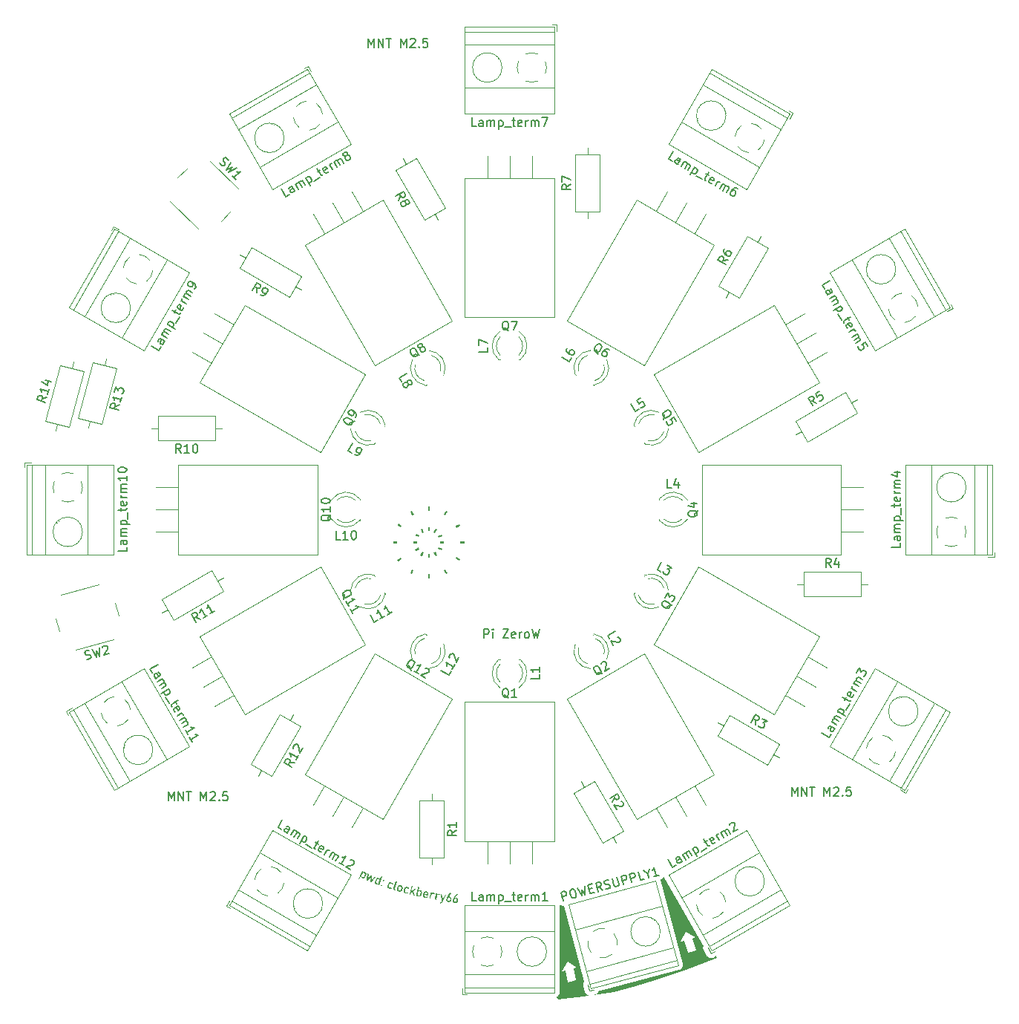
<source format=gbr>
%MOMM*%
%FSLAX46Y46*%
%IPPOS*%
%ADD10C,0.05*%
%ADD11C,0.05*%
%ADD12C,0.05*%
%ADD13C,0.12*%
%ADD14C,0.15*%
%LPD*%
G01*
D10*
%LPD*%
G36*
X152212093Y-113628503D02*
G01*
X152001253Y-113628503D01*
X152001253Y-113179434D01*
X152212093Y-113179434D01*
G37*
%LPD*%
G36*
X152212093Y-111293762D02*
G01*
X152001253Y-111293762D01*
X152001253Y-110844692D01*
X152212093Y-110844692D01*
G37*
%LPD*%
G36*
X148450563Y-109681457D02*
G01*
X148001493Y-109681457D01*
X148001493Y-109470618D01*
X148450563Y-109470618D01*
G37*
%LPD*%
G36*
X150785303Y-109681457D02*
G01*
X150336233Y-109681457D01*
X150336233Y-109470618D01*
X150785303Y-109470618D01*
G37*
%LPD*%
G36*
X153810443Y-109681457D02*
G01*
X153361373Y-109681457D01*
X153361373Y-109470618D01*
X153810443Y-109470618D01*
G37*
%LPD*%
G36*
X156145183Y-109681457D02*
G01*
X155696113Y-109681457D01*
X155696113Y-109470618D01*
X156145183Y-109470618D01*
G37*
%LPD*%
G36*
X152212093Y-108268624D02*
G01*
X152001253Y-108268624D01*
X152001253Y-107819555D01*
X152212093Y-107819555D01*
G37*
%LPD*%
G36*
X152212093Y-105933882D02*
G01*
X152001253Y-105933882D01*
X152001253Y-105484813D01*
X152212093Y-105484813D01*
G37*
%LPD*%
G36*
X154219733Y-113030269D02*
G01*
X154037143Y-113135690D01*
X153812603Y-112746785D01*
X153995203Y-112641364D01*
G37*
%LPD*%
G36*
X148988633Y-111492791D02*
G01*
X148599723Y-111717326D01*
X148494303Y-111534734D01*
X148883213Y-111310199D01*
G37*
%LPD*%
G36*
X153052363Y-111008324D02*
G01*
X152869773Y-111113745D01*
X152645233Y-110724839D01*
X152827833Y-110619418D01*
G37*
%LPD*%
G36*
X151010573Y-110325420D02*
G01*
X150621673Y-110549955D01*
X150516253Y-110367363D01*
X150905153Y-110142828D01*
G37*
%LPD*%
G36*
X153630423Y-108812852D02*
G01*
X153241523Y-109037385D01*
X153136103Y-108854793D01*
X153525003Y-108630260D01*
G37*
%LPD*%
G36*
X151539793Y-108388477D02*
G01*
X151357203Y-108493898D01*
X151132663Y-108104993D01*
X151315263Y-107999572D01*
G37*
%LPD*%
G36*
X155652373Y-107645481D02*
G01*
X155263463Y-107870016D01*
X155158043Y-107687424D01*
X155546953Y-107462889D01*
G37*
%LPD*%
G36*
X150372423Y-106366532D02*
G01*
X150189833Y-106471953D01*
X149965293Y-106083047D01*
X150147893Y-105977626D01*
G37*
%LPD*%
G36*
X150353363Y-112746784D02*
G01*
X150128833Y-113135689D01*
X149946233Y-113030270D01*
X150170773Y-112641365D01*
G37*
%LPD*%
G36*
X155652373Y-111462727D02*
G01*
X155546953Y-111645322D01*
X155158043Y-111420788D01*
X155263463Y-111238193D01*
G37*
%LPD*%
G36*
X151520733Y-110724838D02*
G01*
X151296203Y-111113744D01*
X151113603Y-111008324D01*
X151338143Y-110619418D01*
G37*
%LPD*%
G36*
X153630423Y-110295357D02*
G01*
X153525003Y-110477951D01*
X153136093Y-110253416D01*
X153241523Y-110070822D01*
G37*
%LPD*%
G36*
X151010583Y-108782787D02*
G01*
X150905153Y-108965382D01*
X150516253Y-108740847D01*
X150621673Y-108558253D01*
G37*
%LPD*%
G36*
X153033303Y-108104993D02*
G01*
X152808773Y-108493896D01*
X152626173Y-108388476D01*
X152850713Y-107999573D01*
G37*
%LPD*%
G36*
X148988633Y-107615417D02*
G01*
X148883213Y-107798011D01*
X148494303Y-107573476D01*
X148599723Y-107390882D01*
G37*
%LPD*%
G36*
X154200673Y-106083047D02*
G01*
X153976143Y-106471953D01*
X153793543Y-106366534D01*
X154018083Y-105977627D01*
G37*
%LPD*%
G36*
X184819953Y-156628163D02*
G01*
X180496403Y-157927353D01*
X177876713Y-148172753D01*
X179367593Y-147448612D01*
G37*
%LPD*%
G36*
X166506112Y-150851007D02*
G01*
X167349725Y-150897930D01*
X167855893Y-150888946D01*
X167994333Y-150856333D01*
X170614023Y-160397953D01*
X166375663Y-161036893D01*
X166333063Y-150835033D01*
G37*
%LPD*%
G36*
X184960663Y-156914443D02*
G01*
X181255873Y-158405393D01*
X177355293Y-159640323D01*
X175344768Y-160212608D01*
X173153513Y-160830073D01*
X171383948Y-161116228D01*
X169674623Y-161372243D01*
X168176143Y-161522863D01*
X166798143Y-161658383D01*
X166375653Y-161036893D01*
X184819953Y-156628163D01*
G37*
%LPC*%
G36*
X182505753Y-154587923D02*
G01*
X182137483Y-154702063D01*
X182549903Y-156048333D01*
X181653993Y-156322953D01*
X181242853Y-154978933D01*
X180833953Y-155105723D01*
X181408763Y-154003373D01*
G37*
%LPC*%
G36*
X168943973Y-158046063D02*
G01*
X168568343Y-158132963D01*
X168881073Y-159505823D01*
X167967463Y-159714113D01*
X167655853Y-158343603D01*
X167238773Y-158440103D01*
X167892753Y-157382803D01*
G37*
%LPD*%
G36*
X144604504Y-147226384D02*
G01*
X144573024Y-147244606D01*
X144602692Y-147225672D01*
G37*
%LPD*%
G36*
X144434635Y-147159574D02*
G01*
X144515665Y-147003470D01*
X144644316Y-147070250D01*
X144598167Y-147159157D01*
X144633971Y-147137738D01*
X144697183Y-147125713D01*
X144759990Y-147125282D01*
X144602692Y-147225672D01*
G37*
%LPD*%
G36*
X144883408Y-147189021D02*
G01*
X144922323Y-147242573D01*
X144949598Y-147302096D01*
X144950853Y-147372668D01*
X144939201Y-147447868D01*
X144901743Y-147530507D01*
X144827763Y-147673033D01*
X144782212Y-147749996D01*
X144727298Y-147801810D01*
X144668340Y-147840595D01*
X144602590Y-147852360D01*
X144534779Y-147849858D01*
X144464205Y-147819750D01*
X144464205Y-147819757D01*
X144408172Y-147784535D01*
X144372685Y-147735427D01*
X144348733Y-147680296D01*
X144348943Y-147639287D01*
X144166383Y-147990991D01*
X144037731Y-147924211D01*
X144409427Y-147208137D01*
X144573024Y-147244606D01*
X144544319Y-147269063D01*
X144521575Y-147306711D01*
X144428874Y-147485301D01*
X144428925Y-147485216D01*
X144410607Y-147526681D01*
X144406735Y-147564966D01*
X144409893Y-147601298D01*
X144426685Y-147632956D01*
X144450868Y-147662194D01*
X144488505Y-147685066D01*
X144550697Y-147709213D01*
X144606854Y-147697666D01*
X144659307Y-147668586D01*
X144699134Y-147606266D01*
X144772784Y-147464372D01*
X144801427Y-147394786D01*
X144795404Y-147334416D01*
X144773071Y-147280796D01*
X144717644Y-147243616D01*
X144677341Y-147225896D01*
X144668646Y-147225090D01*
X144842630Y-147163555D01*
G37*
%LPD*%
G36*
X144573024Y-147244606D02*
G01*
X144409427Y-147208137D01*
X144434635Y-147159574D01*
X144602692Y-147225672D01*
G37*
%LPD*%
G36*
X144759990Y-147125282D02*
G01*
X144760541Y-147125278D01*
X144820129Y-147149503D01*
X144842630Y-147163555D01*
X144668646Y-147225090D01*
X144639784Y-147222416D01*
X144604504Y-147226384D01*
X144602692Y-147225672D01*
G37*
%LPD*%
G36*
X145231634Y-147361806D02*
G01*
X145142914Y-147897004D01*
X145520612Y-147486604D01*
X145613242Y-147526614D01*
X145573442Y-148082940D01*
X145902216Y-147651411D01*
X146041158Y-147711411D01*
X145540001Y-148298362D01*
X145439546Y-148254972D01*
X145476496Y-147715991D01*
X145109473Y-148112425D01*
X145009019Y-148069035D01*
X145092692Y-147301806D01*
G37*
%LPD*%
G36*
X146776207Y-147668168D02*
G01*
X146410874Y-148634543D01*
X146275289Y-148583343D01*
X146309491Y-148492866D01*
X146282213Y-148517384D01*
X146225338Y-148538534D01*
X146164270Y-148548341D01*
X146097291Y-148529334D01*
X146097297Y-148529672D01*
X146027235Y-148496992D01*
X145980005Y-148448112D01*
X145945490Y-148391388D01*
X145935355Y-148321086D01*
X145937517Y-148244944D01*
X145964725Y-148158996D01*
X146022265Y-148006795D01*
X146058843Y-147923765D01*
X146107055Y-147864895D01*
X146135017Y-147840657D01*
X146238108Y-147956184D01*
X146189683Y-147992194D01*
X146157078Y-148060006D01*
X146100298Y-148210214D01*
X146080138Y-148281969D01*
X146092898Y-148340344D01*
X146122328Y-148390082D01*
X146181918Y-148420334D01*
X146223950Y-148433057D01*
X146261308Y-148431354D01*
X146296901Y-148422289D01*
X146326428Y-148399764D01*
X146352575Y-148370784D01*
X146371268Y-148329364D01*
X146371138Y-148329788D01*
X146441454Y-148143776D01*
X146441366Y-148143954D01*
X146454493Y-148101184D01*
X146453806Y-148062814D01*
X146446224Y-148027177D01*
X146425116Y-147998034D01*
X146398231Y-147972046D01*
X146358286Y-147953784D01*
X146293503Y-147937264D01*
X146254956Y-147950430D01*
X146420801Y-147844314D01*
X146460106Y-147887445D01*
X146494268Y-147941759D01*
X146502813Y-147981460D01*
X146597363Y-147731341D01*
X146725849Y-147649130D01*
G37*
%LPD*%
G36*
X146360506Y-147813335D02*
G01*
X146417866Y-147841093D01*
X146420801Y-147844314D01*
X146254956Y-147950430D01*
X146238108Y-147956184D01*
X146135017Y-147840657D01*
X146160347Y-147818700D01*
X146222327Y-147799085D01*
X146288737Y-147792533D01*
G37*
%LPD*%
G36*
X146725849Y-147649130D02*
G01*
X146597363Y-147731341D01*
X146640621Y-147616908D01*
G37*
%LPD*%
G36*
X146794658Y-148608423D02*
G01*
X146744068Y-148751813D01*
X146600673Y-148701313D01*
X146651262Y-148557823D01*
G37*
%LPD*%
G36*
X146991794Y-148049569D02*
G01*
X146941204Y-148192965D01*
X146797809Y-148142375D01*
X146848398Y-147998979D01*
G37*
%LPD*%
G36*
X147816447Y-148319675D02*
G01*
X147869459Y-148338995D01*
X147915077Y-148365915D01*
X147957409Y-148395760D01*
X147990387Y-148431585D01*
X148018310Y-148470020D01*
X148035367Y-148512955D01*
X147907424Y-148570715D01*
X147885866Y-148529470D01*
X147854234Y-148496445D01*
X147818554Y-148468337D01*
X147776754Y-148451715D01*
X147700460Y-148435672D01*
X147638629Y-148457015D01*
X147585812Y-148496151D01*
X147554609Y-148568993D01*
X147517829Y-148684793D01*
X147500589Y-148764065D01*
X147520229Y-148827223D01*
X147558328Y-148880990D01*
X147630422Y-148912223D01*
X147674804Y-148922723D01*
X147720632Y-148919223D01*
X147765877Y-148908956D01*
X147807342Y-148885623D01*
X147876352Y-149013403D01*
X147837259Y-149037870D01*
X147792192Y-149053003D01*
X147744767Y-149062570D01*
X147693002Y-149062003D01*
X147640498Y-149057403D01*
X147586657Y-149042403D01*
X147586700Y-149042863D01*
X147497060Y-149007780D01*
X147433539Y-148954763D01*
X147384246Y-148893696D01*
X147363059Y-148817563D01*
X147356379Y-148734925D01*
X147379659Y-148640933D01*
X147416449Y-148525128D01*
X147451291Y-148436174D01*
X147504179Y-148373325D01*
X147565164Y-148324107D01*
X147640487Y-148303295D01*
X147723007Y-148296578D01*
G37*
%LPD*%
G36*
X148433098Y-148210317D02*
G01*
X148192159Y-149017893D01*
X148186842Y-149042393D01*
X148191059Y-149061293D01*
X148200716Y-149076543D01*
X148218999Y-149084393D01*
X148284369Y-149103893D01*
X148244969Y-149235993D01*
X148163259Y-149211693D01*
X148092616Y-149181760D01*
X148055321Y-149126093D01*
X148036208Y-149059723D01*
X148053721Y-148975073D01*
X148294195Y-148168887D01*
G37*
%LPD*%
G36*
X149025622Y-148715353D02*
G01*
X149074554Y-148773460D01*
X149096252Y-148847993D01*
X149104889Y-148929170D01*
X149085032Y-149022653D01*
X149052112Y-149140353D01*
X149020432Y-149231241D01*
X148970712Y-149296883D01*
X148913615Y-149348950D01*
X148841527Y-149373683D01*
X148762938Y-149384283D01*
X148673313Y-149365683D01*
X148673319Y-149365673D01*
X148587078Y-149334990D01*
X148525391Y-149285173D01*
X148476504Y-149226521D01*
X148454271Y-149151663D01*
X148446583Y-149069195D01*
X148466941Y-148974453D01*
X148499281Y-148858793D01*
X148530663Y-148768570D01*
X148579611Y-148703453D01*
X148583150Y-148700246D01*
X148714326Y-148780923D01*
X148666866Y-148823068D01*
X148638846Y-148897793D01*
X148605936Y-149015483D01*
X148591113Y-149093975D01*
X148609636Y-149155233D01*
X148644805Y-149206233D01*
X148710407Y-149232833D01*
X148710439Y-149232923D01*
X148780201Y-149244206D01*
X148836169Y-149218623D01*
X148884361Y-149176063D01*
X148912519Y-149101263D01*
X148945429Y-148983563D01*
X148960102Y-148905156D01*
X148940829Y-148844323D01*
X148906076Y-148794073D01*
X148840548Y-148767623D01*
X148798793Y-148760778D01*
X148977429Y-148676434D01*
G37*
%LPD*%
G36*
X148877694Y-148634853D02*
G01*
X148963935Y-148665536D01*
X148977429Y-148676434D01*
X148798793Y-148760778D01*
X148770704Y-148756173D01*
X148714326Y-148780923D01*
X148583150Y-148700246D01*
X148637409Y-148651086D01*
X148709480Y-148626853D01*
X148788069Y-148616253D01*
G37*
%LPD*%
G36*
X149640855Y-148839623D02*
G01*
X149694838Y-148856023D01*
X149741870Y-148880423D01*
X149785777Y-148907923D01*
X149820670Y-148941823D01*
X149850658Y-148978673D01*
X149870040Y-149020523D01*
X149745455Y-149085223D01*
X149721672Y-149045206D01*
X149688275Y-149013923D01*
X149651105Y-148987856D01*
X149608455Y-148973523D01*
X149531398Y-148961673D01*
X149470830Y-148986423D01*
X149420235Y-149028358D01*
X149393060Y-149102833D01*
X149362680Y-149220483D01*
X149349825Y-149300561D01*
X149372950Y-149362553D01*
X149413937Y-149414136D01*
X149487633Y-149441253D01*
X149532523Y-149449253D01*
X149578093Y-149443253D01*
X149622711Y-149430870D01*
X149662843Y-149404953D01*
X149738743Y-149528763D01*
X149701055Y-149555330D01*
X149656893Y-149572963D01*
X149610066Y-149585246D01*
X149558373Y-149587863D01*
X149505683Y-149585870D01*
X149451114Y-149574063D01*
X149451087Y-149574163D01*
X149359667Y-149544013D01*
X149293326Y-149494463D01*
X149240756Y-149436141D01*
X149215426Y-149361333D01*
X149204229Y-149279253D01*
X149222326Y-149184053D01*
X149252706Y-149066403D01*
X149282621Y-148975673D01*
X149331996Y-148910023D01*
X149390187Y-148857523D01*
X149464261Y-148832623D01*
X149546293Y-148821456D01*
G37*
%LPD*%
G36*
X150250425Y-148697973D02*
G01*
X150098460Y-149333832D01*
X150470590Y-149054493D01*
X150636449Y-149094093D01*
X150331592Y-149307122D01*
X150500256Y-149819943D01*
X150346835Y-149783243D01*
X150219784Y-149385252D01*
X150059384Y-149497337D01*
X150010279Y-149702803D01*
X149869298Y-149669103D01*
X150109446Y-148664273D01*
G37*
%LPD*%
G36*
X150953905Y-149305273D02*
G01*
X150920855Y-149318523D01*
X150943176Y-149290294D01*
G37*
%LPD*%
G36*
X150982527Y-148868363D02*
G01*
X150902162Y-149233030D01*
X150788657Y-149074555D01*
X150840973Y-148837163D01*
G37*
%LPD*%
G36*
X150909151Y-149242789D02*
G01*
X150926351Y-149225056D01*
X150984303Y-149197073D01*
X151025966Y-149185589D01*
X150943176Y-149290294D01*
G37*
%LPD*%
G36*
X150920855Y-149318523D02*
G01*
X150895165Y-149343973D01*
X150873767Y-149375006D01*
X150861542Y-149417350D01*
X150818264Y-149613730D01*
X150811325Y-149658373D01*
X150817509Y-149696373D01*
X150829987Y-149730656D01*
X150854379Y-149756873D01*
X150885311Y-149778790D01*
X150927569Y-149791173D01*
X150993892Y-149798440D01*
X151045145Y-149772773D01*
X151088282Y-149731145D01*
X151110605Y-149660603D01*
X151145005Y-149504473D01*
X151154658Y-149429843D01*
X151133205Y-149373093D01*
X151097750Y-149327043D01*
X151034595Y-149305593D01*
X150991080Y-149298740D01*
X150953905Y-149305273D01*
X150953784Y-149305103D01*
X151123636Y-149192475D01*
X151180570Y-149209856D01*
X151232022Y-149251573D01*
X151273784Y-149301950D01*
X151293272Y-149369833D01*
X151301469Y-149445495D01*
X151286772Y-149535003D01*
X151252202Y-149691823D01*
X151228125Y-149777956D01*
X151188502Y-149842223D01*
X151141594Y-149894940D01*
X151081132Y-149923323D01*
X151014981Y-149938390D01*
X150939025Y-149927323D01*
X150938993Y-149927613D01*
X150875747Y-149908046D01*
X150828758Y-149869813D01*
X150791343Y-149822780D01*
X150780932Y-149783128D01*
X150760182Y-149877283D01*
X150618628Y-149846083D01*
X150762977Y-149191079D01*
G37*
%LPD*%
G36*
X151025966Y-149185589D02*
G01*
X151045375Y-149180240D01*
X151109216Y-149188073D01*
X151123636Y-149192475D01*
X150953784Y-149305103D01*
X150943176Y-149290294D01*
G37*
%LPD*%
G36*
X150920855Y-149318523D02*
G01*
X150762977Y-149191079D01*
X150788657Y-149074555D01*
X150902162Y-149233030D01*
X150897324Y-149254982D01*
X150909151Y-149242789D01*
X150943176Y-149290294D01*
G37*
%LPD*%
G36*
X151969758Y-149415713D02*
G01*
X152018165Y-149479696D01*
X152040678Y-149566413D01*
X152050588Y-149663536D01*
X152033178Y-149778753D01*
X152023578Y-149826153D01*
X151568766Y-149733874D01*
X151560514Y-149811911D01*
X151588824Y-149874953D01*
X151634665Y-149925970D01*
X151713468Y-149950253D01*
X151757113Y-149956248D01*
X151802658Y-149950223D01*
X151847630Y-149938673D01*
X151888448Y-149916923D01*
X151962828Y-150029173D01*
X151897322Y-150065506D01*
X151826109Y-150084773D01*
X151754434Y-150094403D01*
X151686061Y-150085353D01*
X151685911Y-150084973D01*
X151591785Y-150059323D01*
X151522240Y-150012673D01*
X151465597Y-149955928D01*
X151435940Y-149880603D01*
X151421043Y-149796260D01*
X151434840Y-149696943D01*
X151451370Y-149615443D01*
X151477990Y-149514635D01*
X151524050Y-149439513D01*
X151546854Y-149414390D01*
X151662344Y-149494753D01*
X151613562Y-149547555D01*
X151592648Y-149619827D01*
X151911666Y-149684563D01*
X151916433Y-149600345D01*
X151893546Y-149538053D01*
X151858386Y-149488053D01*
X151798426Y-149467253D01*
X151776217Y-149465410D01*
X151934272Y-149385589D01*
G37*
%LPD*%
G36*
X151824354Y-149339113D02*
G01*
X151908935Y-149364080D01*
X151934272Y-149385589D01*
X151776217Y-149465410D01*
X151721899Y-149460903D01*
X151662344Y-149494753D01*
X151546854Y-149414390D01*
X151579782Y-149378113D01*
X151651960Y-149345113D01*
X151731559Y-149326846D01*
G37*
%LPD*%
G36*
X152437374Y-149469753D02*
G01*
X152418047Y-149572362D01*
X152446990Y-149540403D01*
X152504427Y-149509303D01*
X152565058Y-149489386D01*
X152628574Y-149495003D01*
X152676064Y-149506253D01*
X152715194Y-149526503D01*
X152750872Y-149550103D01*
X152777824Y-149581703D01*
X152661283Y-149689823D01*
X152644786Y-149664790D01*
X152620383Y-149646023D01*
X152592100Y-149630440D01*
X152556283Y-149621723D01*
X152492373Y-149616223D01*
X152443742Y-149639523D01*
X152405009Y-149675656D01*
X152387262Y-149735923D01*
X152387279Y-149735711D01*
X152300854Y-150194553D01*
X152158408Y-150167753D01*
X152294928Y-149442953D01*
G37*
%LPD*%
G36*
X153041105Y-149580483D02*
G01*
X153023054Y-149682962D01*
X153051602Y-149650646D01*
X153108669Y-149618863D01*
X153169064Y-149598246D01*
X153232641Y-149603163D01*
X153280259Y-149614246D01*
X153319631Y-149633663D01*
X153355591Y-149656863D01*
X153382911Y-149688063D01*
X153267600Y-149797803D01*
X153250817Y-149772970D01*
X153226180Y-149754403D01*
X153197717Y-149739203D01*
X153161800Y-149730803D01*
X153097827Y-149726053D01*
X153049479Y-149749903D01*
X153011177Y-149786470D01*
X152994226Y-149846630D01*
X152913164Y-150306843D01*
X152770411Y-150281643D01*
X152898352Y-149555283D01*
G37*
%LPD*%
G36*
X153571719Y-149671843D02*
G01*
X153670124Y-150220075D01*
X153924440Y-149730023D01*
X154070274Y-149753583D01*
X153613240Y-150601063D01*
X153587080Y-150644346D01*
X153556200Y-150672363D01*
X153522387Y-150694213D01*
X153482000Y-150703463D01*
X153437275Y-150706963D01*
X153381769Y-150700463D01*
X153353019Y-150695463D01*
X153375529Y-150558033D01*
X153404279Y-150563033D01*
X153441884Y-150566033D01*
X153470029Y-150557033D01*
X153496097Y-150540800D01*
X153520479Y-150508433D01*
X153572692Y-150407823D01*
X153425869Y-149648043D01*
G37*
%LPD*%
G36*
X154290922Y-150101053D02*
G01*
X154253569Y-150150168D01*
X154289286Y-150096426D01*
G37*
%LPD*%
G36*
X154221726Y-149905330D02*
G01*
X154495840Y-149519093D01*
X154650410Y-149542393D01*
X154355001Y-149953828D01*
X154376421Y-149943763D01*
X154393696Y-149939326D01*
X154289286Y-150096426D01*
G37*
%LPD*%
G36*
X154588759Y-149994163D02*
G01*
X154634864Y-150043383D01*
X154659389Y-150111883D01*
X154672986Y-150188426D01*
X154664089Y-150280743D01*
X154663982Y-150281443D01*
X154644227Y-150374300D01*
X154604812Y-150444983D01*
X154556770Y-150503866D01*
X154491040Y-150537083D01*
X154418177Y-150557233D01*
X154331660Y-150550383D01*
X154331712Y-150549903D01*
X154247015Y-150531053D01*
X154183250Y-150490803D01*
X154130677Y-150440048D01*
X154101490Y-150370673D01*
X154085177Y-150292241D01*
X154093690Y-150198483D01*
X154093796Y-150197783D01*
X154104758Y-150140210D01*
X154125166Y-150080343D01*
X154149891Y-150020490D01*
X154156438Y-150008942D01*
X154253569Y-150150168D01*
X154235762Y-150228543D01*
X154235655Y-150229253D01*
X154230877Y-150302128D01*
X154254065Y-150354903D01*
X154291123Y-150395836D01*
X154352495Y-150412103D01*
X154352482Y-150412203D01*
X154416423Y-150414670D01*
X154463528Y-150385803D01*
X154501823Y-150342316D01*
X154518898Y-150271283D01*
X154519005Y-150270573D01*
X154524507Y-150190453D01*
X154500295Y-150132653D01*
X154462067Y-150086770D01*
X154436885Y-150079865D01*
X154570229Y-149981292D01*
G37*
%LPD*%
G36*
X154393696Y-149939326D02*
G01*
X154414314Y-149934030D01*
X154457861Y-149937763D01*
X154532611Y-149955163D01*
X154570229Y-149981292D01*
X154436885Y-150079865D01*
X154397089Y-150068953D01*
X154336775Y-150068303D01*
X154290922Y-150101053D01*
X154289286Y-150096426D01*
G37*
%LPD*%
G36*
X154253569Y-150150168D02*
G01*
X154156438Y-150008942D01*
X154182356Y-149963223D01*
X154188256Y-149953256D01*
X154194556Y-149944223D01*
X154201041Y-149934290D01*
X154207466Y-149925423D01*
X154221726Y-149905330D01*
X154289286Y-150096426D01*
G37*
%LPD*%
G36*
X155025384Y-150208583D02*
G01*
X154988649Y-150258143D01*
X155024035Y-150204705D01*
G37*
%LPD*%
G36*
X154956304Y-150010009D02*
G01*
X155223096Y-149624023D01*
X155377944Y-149645423D01*
X155087795Y-150060295D01*
X155108975Y-150050033D01*
X155130279Y-150044262D01*
X155024035Y-150204705D01*
G37*
%LPD*%
G36*
X155321922Y-150097833D02*
G01*
X155368635Y-150146506D01*
X155394002Y-150214673D01*
X155408555Y-150291003D01*
X155400802Y-150383453D01*
X155400705Y-150384163D01*
X155382103Y-150477205D01*
X155343575Y-150548413D01*
X155296265Y-150607846D01*
X155230954Y-150641813D01*
X155158347Y-150662830D01*
X155071752Y-150657113D01*
X155071744Y-150656833D01*
X154986820Y-150639016D01*
X154922561Y-150599533D01*
X154869359Y-150549416D01*
X154839311Y-150480433D01*
X154822028Y-150402218D01*
X154829411Y-150308343D01*
X154829509Y-150307643D01*
X154839694Y-150249940D01*
X154859419Y-150189823D01*
X154883394Y-150129653D01*
X154891945Y-150114130D01*
X154988649Y-150258143D01*
X154971814Y-150336743D01*
X154971717Y-150337443D01*
X154967845Y-150410411D01*
X154991687Y-150462853D01*
X155029257Y-150503320D01*
X155090827Y-150518853D01*
X155090814Y-150518863D01*
X155154779Y-150520246D01*
X155201524Y-150491163D01*
X155239274Y-150447230D01*
X155255464Y-150375963D01*
X155255562Y-150375263D01*
X155260070Y-150295050D01*
X155235132Y-150237583D01*
X155196341Y-150192183D01*
X155173134Y-150186132D01*
X155305774Y-150086902D01*
G37*
%LPD*%
G36*
X155130279Y-150044262D02*
G01*
X155146748Y-150039800D01*
X155190335Y-150043033D01*
X155265293Y-150059500D01*
X155305774Y-150086902D01*
X155173134Y-150186132D01*
X155131144Y-150175183D01*
X155070817Y-150174750D01*
X155025384Y-150208583D01*
X155024035Y-150204705D01*
G37*
%LPD*%
G36*
X154988649Y-150258143D02*
G01*
X154891945Y-150114130D01*
X154915149Y-150072003D01*
X154920944Y-150062020D01*
X154927119Y-150052903D01*
X154933497Y-150042936D01*
X154939789Y-150033903D01*
X154956304Y-150010009D01*
X155024035Y-150204705D01*
G37*
%LPD*%
G01*
D11*
%LPC*%
G36*
X148680607Y-54906545D02*
G01*
X148929738Y-54948726D01*
X148946545Y-54953101D01*
X149183813Y-55037463D01*
X149200601Y-55045250D01*
X149418096Y-55171792D01*
X149432943Y-55182350D01*
X149577281Y-55306257D01*
X149586052Y-55314770D01*
X149672555Y-55409677D01*
X149679369Y-55418013D01*
X149756481Y-55523466D01*
X149762440Y-55532627D01*
X149829172Y-55648624D01*
X149834108Y-55658408D01*
X149889470Y-55784951D01*
X149893270Y-55795101D01*
X149936274Y-55932189D01*
X149938900Y-55942425D01*
X149968559Y-56090058D01*
X149970051Y-56100111D01*
X149985375Y-56258290D01*
X149985828Y-56266353D01*
X149987147Y-56349836D01*
X149987147Y-56352994D01*
X149985828Y-56436477D01*
X149985375Y-56444540D01*
X149970051Y-56602719D01*
X149968559Y-56612772D01*
X149938900Y-56760405D01*
X149936274Y-56770641D01*
X149893270Y-56907729D01*
X149889470Y-56917879D01*
X149834108Y-57044422D01*
X149829172Y-57054206D01*
X149762440Y-57170203D01*
X149756481Y-57179364D01*
X149679369Y-57284817D01*
X149672555Y-57293153D01*
X149586052Y-57388060D01*
X149577281Y-57396573D01*
X149432943Y-57520480D01*
X149418096Y-57531038D01*
X149200601Y-57657581D01*
X149183813Y-57665367D01*
X148946545Y-57749729D01*
X148929738Y-57754104D01*
X148680607Y-57796285D01*
X148663913Y-57797689D01*
X148410828Y-57797689D01*
X148394134Y-57796285D01*
X148145003Y-57754104D01*
X148128196Y-57749729D01*
X147890929Y-57665367D01*
X147874140Y-57657581D01*
X147656645Y-57531038D01*
X147641798Y-57520480D01*
X147497460Y-57396573D01*
X147488690Y-57388060D01*
X147402186Y-57293153D01*
X147395372Y-57284817D01*
X147318260Y-57179364D01*
X147312301Y-57170203D01*
X147245569Y-57054206D01*
X147240634Y-57044422D01*
X147185271Y-56917879D01*
X147181472Y-56907729D01*
X147138467Y-56770641D01*
X147135841Y-56760405D01*
X147106183Y-56612772D01*
X147104690Y-56602719D01*
X147089366Y-56444540D01*
X147088913Y-56436477D01*
X147087595Y-56352994D01*
X147087595Y-56349836D01*
X147088913Y-56266353D01*
X147089366Y-56258290D01*
X147104690Y-56100111D01*
X147106183Y-56090058D01*
X147135841Y-55942425D01*
X147138467Y-55932189D01*
X147181472Y-55795101D01*
X147185271Y-55784951D01*
X147240634Y-55658408D01*
X147245569Y-55648624D01*
X147312301Y-55532627D01*
X147318260Y-55523466D01*
X147395372Y-55418013D01*
X147402186Y-55409677D01*
X147488690Y-55314770D01*
X147497460Y-55306257D01*
X147641798Y-55182350D01*
X147656645Y-55171792D01*
X147874140Y-55045250D01*
X147890929Y-55037463D01*
X148128196Y-54953101D01*
X148145003Y-54948726D01*
X148394134Y-54906545D01*
X148410828Y-54905142D01*
X148663913Y-54905142D01*
G37*
%LPC*%
G36*
X196993248Y-140255340D02*
G01*
X197242379Y-140297521D01*
X197259186Y-140301897D01*
X197496454Y-140386258D01*
X197513242Y-140394045D01*
X197730737Y-140520588D01*
X197745584Y-140531146D01*
X197889922Y-140655052D01*
X197898693Y-140663566D01*
X197985196Y-140758473D01*
X197992010Y-140766809D01*
X198069122Y-140872261D01*
X198075081Y-140881423D01*
X198141813Y-140997420D01*
X198146749Y-141007204D01*
X198202111Y-141133746D01*
X198205911Y-141143896D01*
X198248915Y-141280984D01*
X198251541Y-141291220D01*
X198281200Y-141438854D01*
X198282693Y-141448907D01*
X198298016Y-141607085D01*
X198298470Y-141615149D01*
X198299788Y-141698632D01*
X198299788Y-141701789D01*
X198298470Y-141785272D01*
X198298016Y-141793336D01*
X198282693Y-141951514D01*
X198281200Y-141961568D01*
X198251541Y-142109201D01*
X198248915Y-142119437D01*
X198205911Y-142256525D01*
X198202111Y-142266675D01*
X198146749Y-142393218D01*
X198141813Y-142403001D01*
X198075081Y-142518999D01*
X198069122Y-142528160D01*
X197992010Y-142633612D01*
X197985196Y-142641948D01*
X197898693Y-142736855D01*
X197889922Y-142745369D01*
X197745584Y-142869276D01*
X197730737Y-142879834D01*
X197513242Y-143006376D01*
X197496454Y-143014163D01*
X197259186Y-143098525D01*
X197242379Y-143102900D01*
X196993248Y-143145081D01*
X196976554Y-143146484D01*
X196723469Y-143146484D01*
X196706776Y-143145081D01*
X196457645Y-143102900D01*
X196440837Y-143098525D01*
X196203570Y-143014163D01*
X196186781Y-143006376D01*
X195969286Y-142879834D01*
X195954439Y-142869276D01*
X195810102Y-142745369D01*
X195801331Y-142736855D01*
X195714827Y-142641948D01*
X195708013Y-142633612D01*
X195630901Y-142528160D01*
X195624942Y-142518999D01*
X195558211Y-142403001D01*
X195553275Y-142393218D01*
X195497912Y-142266675D01*
X195494113Y-142256525D01*
X195451108Y-142119437D01*
X195448482Y-142109201D01*
X195418824Y-141961568D01*
X195417331Y-141951514D01*
X195402007Y-141793336D01*
X195401554Y-141785272D01*
X195400236Y-141701789D01*
X195400236Y-141698632D01*
X195401554Y-141615149D01*
X195402007Y-141607085D01*
X195417331Y-141448907D01*
X195418824Y-141438854D01*
X195448482Y-141291220D01*
X195451108Y-141280984D01*
X195494113Y-141143896D01*
X195497912Y-141133746D01*
X195553275Y-141007204D01*
X195558211Y-140997420D01*
X195624942Y-140881423D01*
X195630901Y-140872261D01*
X195708013Y-140766809D01*
X195714827Y-140758473D01*
X195801331Y-140663566D01*
X195810102Y-140655052D01*
X195954439Y-140531146D01*
X195969286Y-140520588D01*
X196186781Y-140394045D01*
X196203570Y-140386258D01*
X196440837Y-140301897D01*
X196457645Y-140297521D01*
X196706776Y-140255340D01*
X196723469Y-140253937D01*
X196976554Y-140253937D01*
G37*
%LPC*%
G36*
X125873442Y-140795530D02*
G01*
X126122700Y-140837711D01*
X126139500Y-140842082D01*
X126376889Y-140926444D01*
X126393673Y-140934225D01*
X126611280Y-141060768D01*
X126626127Y-141071320D01*
X126770538Y-141195227D01*
X126779311Y-141203738D01*
X126865859Y-141298645D01*
X126872675Y-141306980D01*
X126949826Y-141412433D01*
X126955789Y-141421594D01*
X127022555Y-141537592D01*
X127027494Y-141547378D01*
X127082885Y-141673920D01*
X127086687Y-141684073D01*
X127129714Y-141821161D01*
X127132342Y-141831402D01*
X127162016Y-141979035D01*
X127163510Y-141989093D01*
X127178842Y-142147271D01*
X127179296Y-142155339D01*
X127180614Y-142238822D01*
X127180614Y-142241981D01*
X127179296Y-142325464D01*
X127178842Y-142333532D01*
X127163510Y-142491710D01*
X127162016Y-142501768D01*
X127132342Y-142649402D01*
X127129714Y-142659642D01*
X127086687Y-142796730D01*
X127082885Y-142806883D01*
X127027494Y-142933426D01*
X127022555Y-142943211D01*
X126955789Y-143059209D01*
X126949826Y-143068371D01*
X126872675Y-143173823D01*
X126865859Y-143182158D01*
X126779311Y-143277065D01*
X126770538Y-143285577D01*
X126626127Y-143409483D01*
X126611280Y-143420036D01*
X126393673Y-143546578D01*
X126376889Y-143554359D01*
X126139500Y-143638721D01*
X126122700Y-143643092D01*
X125873442Y-143685273D01*
X125856757Y-143686675D01*
X125603542Y-143686675D01*
X125586857Y-143685273D01*
X125337599Y-143643092D01*
X125320798Y-143638721D01*
X125083410Y-143554359D01*
X125066625Y-143546578D01*
X124849019Y-143420036D01*
X124834172Y-143409483D01*
X124689761Y-143285577D01*
X124680988Y-143277065D01*
X124594440Y-143182158D01*
X124587624Y-143173823D01*
X124510472Y-143068371D01*
X124504510Y-143059209D01*
X124437744Y-142943211D01*
X124432805Y-142933426D01*
X124377414Y-142806883D01*
X124373611Y-142796730D01*
X124330585Y-142659642D01*
X124327956Y-142649402D01*
X124298283Y-142501768D01*
X124296789Y-142491710D01*
X124281457Y-142333532D01*
X124281003Y-142325464D01*
X124279684Y-142241981D01*
X124279684Y-142238822D01*
X124281003Y-142155339D01*
X124281457Y-142147271D01*
X124296789Y-141989093D01*
X124298283Y-141979035D01*
X124327956Y-141831402D01*
X124330585Y-141821161D01*
X124373611Y-141684073D01*
X124377414Y-141673920D01*
X124432805Y-141547378D01*
X124437744Y-141537592D01*
X124504510Y-141421594D01*
X124510472Y-141412433D01*
X124587624Y-141306980D01*
X124594440Y-141298645D01*
X124680988Y-141203738D01*
X124689761Y-141195227D01*
X124834172Y-141071320D01*
X124849019Y-141060768D01*
X125066625Y-140934225D01*
X125083410Y-140926444D01*
X125320798Y-140842082D01*
X125337599Y-140837711D01*
X125586857Y-140795530D01*
X125603542Y-140794128D01*
X125856757Y-140794128D01*
G37*
%LPC*%
G36*
X162666896Y-104462697D02*
G01*
X162683396Y-104464604D01*
X162869463Y-104501968D01*
X162889843Y-104508389D01*
X163049330Y-104578136D01*
X163068273Y-104589026D01*
X163201178Y-104686174D01*
X163216894Y-104700454D01*
X163323219Y-104820021D01*
X163334917Y-104836168D01*
X163414660Y-104973171D01*
X163422451Y-104989962D01*
X163475614Y-105139420D01*
X163479992Y-105156233D01*
X163506573Y-105313164D01*
X163507977Y-105329864D01*
X163507977Y-105489286D01*
X163506573Y-105505986D01*
X163479992Y-105662917D01*
X163475614Y-105679730D01*
X163422451Y-105829188D01*
X163414660Y-105845979D01*
X163334917Y-105982982D01*
X163323219Y-105999129D01*
X163216894Y-106118696D01*
X163201178Y-106132976D01*
X163068273Y-106230124D01*
X163049330Y-106241013D01*
X162889843Y-106310760D01*
X162869463Y-106317182D01*
X162683396Y-106354546D01*
X162666896Y-106356452D01*
X162562787Y-106359774D01*
X162556406Y-106359774D01*
X162452423Y-106356452D01*
X162435905Y-106354541D01*
X162250063Y-106317177D01*
X162229665Y-106310743D01*
X162070373Y-106240996D01*
X162051424Y-106230090D01*
X161918680Y-106132942D01*
X161902970Y-106118650D01*
X161796775Y-105999084D01*
X161785090Y-105982937D01*
X161705444Y-105845933D01*
X161697667Y-105829151D01*
X161644569Y-105679694D01*
X161640200Y-105662897D01*
X161613651Y-105505966D01*
X161612250Y-105489286D01*
X161612250Y-105329864D01*
X161613651Y-105313184D01*
X161640200Y-105156253D01*
X161644569Y-105139456D01*
X161697667Y-104989998D01*
X161705444Y-104973216D01*
X161785090Y-104836213D01*
X161796775Y-104820066D01*
X161902970Y-104700499D01*
X161918680Y-104686208D01*
X162051424Y-104589060D01*
X162070373Y-104578154D01*
X162229665Y-104508407D01*
X162250063Y-104501973D01*
X162435905Y-104464608D01*
X162452423Y-104462698D01*
X162556406Y-104459376D01*
X162562787Y-104459376D01*
G37*
%LPC*%
G36*
X160127172Y-104462697D02*
G01*
X160143671Y-104464604D01*
X160329739Y-104501968D01*
X160350119Y-104508389D01*
X160509605Y-104578136D01*
X160528548Y-104589026D01*
X160661454Y-104686174D01*
X160677170Y-104700454D01*
X160783494Y-104820021D01*
X160795192Y-104836168D01*
X160874936Y-104973171D01*
X160882727Y-104989962D01*
X160935889Y-105139420D01*
X160940267Y-105156233D01*
X160966849Y-105313164D01*
X160968253Y-105329864D01*
X160968253Y-105489286D01*
X160966849Y-105505986D01*
X160940267Y-105662917D01*
X160935889Y-105679730D01*
X160882727Y-105829188D01*
X160874936Y-105845979D01*
X160795192Y-105982982D01*
X160783494Y-105999129D01*
X160677170Y-106118696D01*
X160661454Y-106132976D01*
X160528548Y-106230124D01*
X160509605Y-106241013D01*
X160350119Y-106310760D01*
X160329739Y-106317182D01*
X160143671Y-106354546D01*
X160127172Y-106356452D01*
X160023062Y-106359774D01*
X160016681Y-106359774D01*
X159912699Y-106356452D01*
X159896180Y-106354541D01*
X159710339Y-106317177D01*
X159689941Y-106310743D01*
X159530648Y-106240996D01*
X159511699Y-106230090D01*
X159378955Y-106132942D01*
X159363246Y-106118650D01*
X159257051Y-105999084D01*
X159245366Y-105982937D01*
X159165720Y-105845933D01*
X159157942Y-105829151D01*
X159104845Y-105679694D01*
X159100476Y-105662897D01*
X159073927Y-105505966D01*
X159072526Y-105489286D01*
X159072526Y-105329864D01*
X159073927Y-105313184D01*
X159100476Y-105156253D01*
X159104845Y-105139456D01*
X159157942Y-104989998D01*
X159165720Y-104973216D01*
X159245366Y-104836213D01*
X159257051Y-104820066D01*
X159363246Y-104700499D01*
X159378955Y-104686208D01*
X159511699Y-104589060D01*
X159530648Y-104578154D01*
X159689941Y-104508407D01*
X159710339Y-104501973D01*
X159896180Y-104464608D01*
X159912699Y-104462698D01*
X160016681Y-104459376D01*
X160023062Y-104459376D01*
G37*
%LPC*%
G36*
X162666896Y-114622973D02*
G01*
X162683396Y-114624879D01*
X162869463Y-114662244D01*
X162889843Y-114668665D01*
X163049330Y-114738412D01*
X163068273Y-114749302D01*
X163201178Y-114846449D01*
X163216894Y-114860730D01*
X163323219Y-114980296D01*
X163334917Y-114996443D01*
X163414660Y-115133446D01*
X163422451Y-115150238D01*
X163475614Y-115299696D01*
X163479992Y-115316508D01*
X163506573Y-115473439D01*
X163507977Y-115490140D01*
X163507977Y-115649561D01*
X163506573Y-115666262D01*
X163479992Y-115823192D01*
X163475614Y-115840005D01*
X163422451Y-115989463D01*
X163414660Y-116006255D01*
X163334917Y-116143258D01*
X163323219Y-116159405D01*
X163216894Y-116278971D01*
X163201178Y-116293252D01*
X163068273Y-116390399D01*
X163049330Y-116401289D01*
X162889843Y-116471036D01*
X162869463Y-116477457D01*
X162683396Y-116514822D01*
X162666896Y-116516728D01*
X162562787Y-116520049D01*
X162556406Y-116520049D01*
X162452423Y-116516728D01*
X162435905Y-116514817D01*
X162250063Y-116477452D01*
X162229665Y-116471018D01*
X162070373Y-116401271D01*
X162051424Y-116390365D01*
X161918680Y-116293217D01*
X161902970Y-116278926D01*
X161796775Y-116159360D01*
X161785090Y-116143212D01*
X161705444Y-116006209D01*
X161697667Y-115989427D01*
X161644569Y-115839969D01*
X161640200Y-115823173D01*
X161613651Y-115666242D01*
X161612250Y-115649561D01*
X161612250Y-115490140D01*
X161613651Y-115473459D01*
X161640200Y-115316528D01*
X161644569Y-115299732D01*
X161697667Y-115150274D01*
X161705444Y-115133492D01*
X161785090Y-114996489D01*
X161796775Y-114980341D01*
X161902970Y-114860775D01*
X161918680Y-114846483D01*
X162051424Y-114749336D01*
X162070373Y-114738430D01*
X162229665Y-114668683D01*
X162250063Y-114662248D01*
X162435905Y-114624884D01*
X162452423Y-114622973D01*
X162556406Y-114619652D01*
X162562787Y-114619652D01*
G37*
%LPC*%
G36*
X160127172Y-114622973D02*
G01*
X160143671Y-114624879D01*
X160329739Y-114662244D01*
X160350119Y-114668665D01*
X160509605Y-114738412D01*
X160528548Y-114749302D01*
X160661454Y-114846449D01*
X160677170Y-114860730D01*
X160783494Y-114980296D01*
X160795192Y-114996443D01*
X160874936Y-115133446D01*
X160882727Y-115150238D01*
X160935889Y-115299696D01*
X160940267Y-115316508D01*
X160966849Y-115473439D01*
X160968253Y-115490140D01*
X160968253Y-115649561D01*
X160966849Y-115666262D01*
X160940267Y-115823192D01*
X160935889Y-115840005D01*
X160882727Y-115989463D01*
X160874936Y-116006255D01*
X160795192Y-116143258D01*
X160783494Y-116159405D01*
X160677170Y-116278971D01*
X160661454Y-116293252D01*
X160528548Y-116390399D01*
X160509605Y-116401289D01*
X160350119Y-116471036D01*
X160329739Y-116477457D01*
X160143671Y-116514822D01*
X160127172Y-116516728D01*
X160023062Y-116520049D01*
X160016681Y-116520049D01*
X159912699Y-116516728D01*
X159896180Y-116514817D01*
X159710339Y-116477452D01*
X159689941Y-116471018D01*
X159530648Y-116401271D01*
X159511699Y-116390365D01*
X159378955Y-116293217D01*
X159363246Y-116278926D01*
X159257051Y-116159360D01*
X159245366Y-116143212D01*
X159165720Y-116006209D01*
X159157942Y-115989427D01*
X159104845Y-115839969D01*
X159100476Y-115823173D01*
X159073927Y-115666242D01*
X159072526Y-115649561D01*
X159072526Y-115490140D01*
X159073927Y-115473459D01*
X159100476Y-115316528D01*
X159104845Y-115299732D01*
X159157942Y-115150274D01*
X159165720Y-115133492D01*
X159245366Y-114996489D01*
X159257051Y-114980341D01*
X159363246Y-114860775D01*
X159378955Y-114846483D01*
X159511699Y-114749336D01*
X159530648Y-114738430D01*
X159689941Y-114668683D01*
X159710339Y-114662248D01*
X159896180Y-114624884D01*
X159912699Y-114622973D01*
X160016681Y-114619652D01*
X160023062Y-114619652D01*
G37*
%LPC*%
G36*
X162666896Y-99383249D02*
G01*
X162683396Y-99385155D01*
X162869463Y-99422520D01*
X162889843Y-99428941D01*
X163049330Y-99498688D01*
X163068273Y-99509577D01*
X163201178Y-99606725D01*
X163216894Y-99621006D01*
X163323219Y-99740572D01*
X163334917Y-99756719D01*
X163414660Y-99893722D01*
X163422451Y-99910514D01*
X163475614Y-100059971D01*
X163479992Y-100076784D01*
X163506573Y-100233715D01*
X163507977Y-100250415D01*
X163507977Y-100409837D01*
X163506573Y-100426537D01*
X163479992Y-100583468D01*
X163475614Y-100600281D01*
X163422451Y-100749739D01*
X163414660Y-100766530D01*
X163334917Y-100903533D01*
X163323219Y-100919680D01*
X163216894Y-101039247D01*
X163201178Y-101053527D01*
X163068273Y-101150675D01*
X163049330Y-101161565D01*
X162889843Y-101231312D01*
X162869463Y-101237733D01*
X162683396Y-101275097D01*
X162666896Y-101277003D01*
X162562787Y-101280325D01*
X162556406Y-101280325D01*
X162452423Y-101277003D01*
X162435905Y-101275092D01*
X162250063Y-101237728D01*
X162229665Y-101231294D01*
X162070373Y-101161547D01*
X162051424Y-101150641D01*
X161918680Y-101053493D01*
X161902970Y-101039201D01*
X161796775Y-100919635D01*
X161785090Y-100903488D01*
X161705444Y-100766485D01*
X161697667Y-100749703D01*
X161644569Y-100600245D01*
X161640200Y-100583448D01*
X161613651Y-100426517D01*
X161612250Y-100409837D01*
X161612250Y-100250415D01*
X161613651Y-100233735D01*
X161640200Y-100076804D01*
X161644569Y-100060008D01*
X161697667Y-99910550D01*
X161705444Y-99893768D01*
X161785090Y-99756765D01*
X161796775Y-99740617D01*
X161902970Y-99621051D01*
X161918680Y-99606759D01*
X162051424Y-99509612D01*
X162070373Y-99498706D01*
X162229665Y-99428959D01*
X162250063Y-99422524D01*
X162435905Y-99385160D01*
X162452423Y-99383249D01*
X162556406Y-99379928D01*
X162562787Y-99379928D01*
G37*
%LPC*%
G36*
X160127172Y-99383249D02*
G01*
X160143671Y-99385155D01*
X160329739Y-99422520D01*
X160350119Y-99428941D01*
X160509605Y-99498688D01*
X160528548Y-99509577D01*
X160661454Y-99606725D01*
X160677170Y-99621006D01*
X160783494Y-99740572D01*
X160795192Y-99756719D01*
X160874936Y-99893722D01*
X160882727Y-99910514D01*
X160935889Y-100059971D01*
X160940267Y-100076784D01*
X160966849Y-100233715D01*
X160968253Y-100250415D01*
X160968253Y-100409837D01*
X160966849Y-100426537D01*
X160940267Y-100583468D01*
X160935889Y-100600281D01*
X160882727Y-100749739D01*
X160874936Y-100766530D01*
X160795192Y-100903533D01*
X160783494Y-100919680D01*
X160677170Y-101039247D01*
X160661454Y-101053527D01*
X160528548Y-101150675D01*
X160509605Y-101161565D01*
X160350119Y-101231312D01*
X160329739Y-101237733D01*
X160143671Y-101275097D01*
X160127172Y-101277003D01*
X160023062Y-101280325D01*
X160016681Y-101280325D01*
X159912699Y-101277003D01*
X159896180Y-101275092D01*
X159710339Y-101237728D01*
X159689941Y-101231294D01*
X159530648Y-101161547D01*
X159511699Y-101150641D01*
X159378955Y-101053493D01*
X159363246Y-101039201D01*
X159257051Y-100919635D01*
X159245366Y-100903488D01*
X159165720Y-100766485D01*
X159157942Y-100749703D01*
X159104845Y-100600245D01*
X159100476Y-100583448D01*
X159073927Y-100426517D01*
X159072526Y-100409837D01*
X159072526Y-100250415D01*
X159073927Y-100233735D01*
X159100476Y-100076804D01*
X159104845Y-100060008D01*
X159157942Y-99910550D01*
X159165720Y-99893768D01*
X159245366Y-99756765D01*
X159257051Y-99740617D01*
X159363246Y-99621051D01*
X159378955Y-99606759D01*
X159511699Y-99509612D01*
X159530648Y-99498706D01*
X159689941Y-99428959D01*
X159710339Y-99422524D01*
X159896180Y-99385160D01*
X159912699Y-99383249D01*
X160016681Y-99379928D01*
X160023062Y-99379928D01*
G37*
%LPC*%
G36*
X162666896Y-101922973D02*
G01*
X162683396Y-101924879D01*
X162869463Y-101962244D01*
X162889843Y-101968665D01*
X163049330Y-102038412D01*
X163068273Y-102049302D01*
X163201178Y-102146449D01*
X163216894Y-102160730D01*
X163323219Y-102280296D01*
X163334917Y-102296443D01*
X163414660Y-102433446D01*
X163422451Y-102450238D01*
X163475614Y-102599696D01*
X163479992Y-102616508D01*
X163506573Y-102773439D01*
X163507977Y-102790140D01*
X163507977Y-102949561D01*
X163506573Y-102966262D01*
X163479992Y-103123192D01*
X163475614Y-103140005D01*
X163422451Y-103289463D01*
X163414660Y-103306255D01*
X163334917Y-103443258D01*
X163323219Y-103459405D01*
X163216894Y-103578971D01*
X163201178Y-103593252D01*
X163068273Y-103690399D01*
X163049330Y-103701289D01*
X162889843Y-103771036D01*
X162869463Y-103777457D01*
X162683396Y-103814822D01*
X162666896Y-103816728D01*
X162562787Y-103820049D01*
X162556406Y-103820049D01*
X162452423Y-103816728D01*
X162435905Y-103814817D01*
X162250063Y-103777452D01*
X162229665Y-103771018D01*
X162070373Y-103701271D01*
X162051424Y-103690365D01*
X161918680Y-103593217D01*
X161902970Y-103578926D01*
X161796775Y-103459360D01*
X161785090Y-103443212D01*
X161705444Y-103306209D01*
X161697667Y-103289427D01*
X161644569Y-103139969D01*
X161640200Y-103123173D01*
X161613651Y-102966242D01*
X161612250Y-102949561D01*
X161612250Y-102790140D01*
X161613651Y-102773459D01*
X161640200Y-102616528D01*
X161644569Y-102599732D01*
X161697667Y-102450274D01*
X161705444Y-102433492D01*
X161785090Y-102296489D01*
X161796775Y-102280341D01*
X161902970Y-102160775D01*
X161918680Y-102146483D01*
X162051424Y-102049336D01*
X162070373Y-102038430D01*
X162229665Y-101968683D01*
X162250063Y-101962248D01*
X162435905Y-101924884D01*
X162452423Y-101922973D01*
X162556406Y-101919652D01*
X162562787Y-101919652D01*
G37*
%LPC*%
G36*
X160127172Y-101922973D02*
G01*
X160143671Y-101924879D01*
X160329739Y-101962244D01*
X160350119Y-101968665D01*
X160509605Y-102038412D01*
X160528548Y-102049302D01*
X160661454Y-102146449D01*
X160677170Y-102160730D01*
X160783494Y-102280296D01*
X160795192Y-102296443D01*
X160874936Y-102433446D01*
X160882727Y-102450238D01*
X160935889Y-102599696D01*
X160940267Y-102616508D01*
X160966849Y-102773439D01*
X160968253Y-102790140D01*
X160968253Y-102949561D01*
X160966849Y-102966262D01*
X160940267Y-103123192D01*
X160935889Y-103140005D01*
X160882727Y-103289463D01*
X160874936Y-103306255D01*
X160795192Y-103443258D01*
X160783494Y-103459405D01*
X160677170Y-103578971D01*
X160661454Y-103593252D01*
X160528548Y-103690399D01*
X160509605Y-103701289D01*
X160350119Y-103771036D01*
X160329739Y-103777457D01*
X160143671Y-103814822D01*
X160127172Y-103816728D01*
X160023062Y-103820049D01*
X160016681Y-103820049D01*
X159912699Y-103816728D01*
X159896180Y-103814817D01*
X159710339Y-103777452D01*
X159689941Y-103771018D01*
X159530648Y-103701271D01*
X159511699Y-103690365D01*
X159378955Y-103593217D01*
X159363246Y-103578926D01*
X159257051Y-103459360D01*
X159245366Y-103443212D01*
X159165720Y-103306209D01*
X159157942Y-103289427D01*
X159104845Y-103139969D01*
X159100476Y-103123173D01*
X159073927Y-102966242D01*
X159072526Y-102949561D01*
X159072526Y-102790140D01*
X159073927Y-102773459D01*
X159100476Y-102616528D01*
X159104845Y-102599732D01*
X159157942Y-102450274D01*
X159165720Y-102433492D01*
X159245366Y-102296489D01*
X159257051Y-102280341D01*
X159363246Y-102160775D01*
X159378955Y-102146483D01*
X159511699Y-102049336D01*
X159530648Y-102038430D01*
X159689941Y-101968683D01*
X159710339Y-101962248D01*
X159896180Y-101924884D01*
X159912699Y-101922973D01*
X160016681Y-101919652D01*
X160023062Y-101919652D01*
G37*
%LPC*%
G36*
X162666896Y-96843524D02*
G01*
X162683396Y-96845431D01*
X162869463Y-96882795D01*
X162889843Y-96889216D01*
X163049330Y-96958963D01*
X163068273Y-96969853D01*
X163201178Y-97067001D01*
X163216894Y-97081281D01*
X163323219Y-97200848D01*
X163334917Y-97216994D01*
X163414660Y-97353997D01*
X163422451Y-97370789D01*
X163475614Y-97520247D01*
X163479992Y-97537060D01*
X163506573Y-97693991D01*
X163507977Y-97710691D01*
X163507977Y-97870113D01*
X163506573Y-97886813D01*
X163479992Y-98043744D01*
X163475614Y-98060556D01*
X163422451Y-98210014D01*
X163414660Y-98226806D01*
X163334917Y-98363809D01*
X163323219Y-98379956D01*
X163216894Y-98499522D01*
X163201178Y-98513803D01*
X163068273Y-98610950D01*
X163049330Y-98621840D01*
X162889843Y-98691587D01*
X162869463Y-98698008D01*
X162683396Y-98735373D01*
X162666896Y-98737279D01*
X162562787Y-98740600D01*
X162556406Y-98740600D01*
X162452423Y-98737279D01*
X162435905Y-98735368D01*
X162250063Y-98698003D01*
X162229665Y-98691569D01*
X162070373Y-98621822D01*
X162051424Y-98610916D01*
X161918680Y-98513768D01*
X161902970Y-98499477D01*
X161796775Y-98379911D01*
X161785090Y-98363763D01*
X161705444Y-98226760D01*
X161697667Y-98209978D01*
X161644569Y-98060520D01*
X161640200Y-98043724D01*
X161613651Y-97886793D01*
X161612250Y-97870113D01*
X161612250Y-97710691D01*
X161613651Y-97694010D01*
X161640200Y-97537079D01*
X161644569Y-97520283D01*
X161697667Y-97370825D01*
X161705444Y-97354043D01*
X161785090Y-97217040D01*
X161796775Y-97200893D01*
X161902970Y-97081326D01*
X161918680Y-97067035D01*
X162051424Y-96969887D01*
X162070373Y-96958981D01*
X162229665Y-96889234D01*
X162250063Y-96882800D01*
X162435905Y-96845435D01*
X162452423Y-96843524D01*
X162556406Y-96840203D01*
X162562787Y-96840203D01*
G37*
%LPC*%
G36*
X160127172Y-96843524D02*
G01*
X160143671Y-96845431D01*
X160329739Y-96882795D01*
X160350119Y-96889216D01*
X160509605Y-96958963D01*
X160528548Y-96969853D01*
X160661454Y-97067001D01*
X160677170Y-97081281D01*
X160783494Y-97200848D01*
X160795192Y-97216994D01*
X160874936Y-97353997D01*
X160882727Y-97370789D01*
X160935889Y-97520247D01*
X160940267Y-97537060D01*
X160966849Y-97693991D01*
X160968253Y-97710691D01*
X160968253Y-97870113D01*
X160966849Y-97886813D01*
X160940267Y-98043744D01*
X160935889Y-98060556D01*
X160882727Y-98210014D01*
X160874936Y-98226806D01*
X160795192Y-98363809D01*
X160783494Y-98379956D01*
X160677170Y-98499522D01*
X160661454Y-98513803D01*
X160528548Y-98610950D01*
X160509605Y-98621840D01*
X160350119Y-98691587D01*
X160329739Y-98698008D01*
X160143671Y-98735373D01*
X160127172Y-98737279D01*
X160023062Y-98740600D01*
X160016681Y-98740600D01*
X159912699Y-98737279D01*
X159896180Y-98735368D01*
X159710339Y-98698003D01*
X159689941Y-98691569D01*
X159530648Y-98621822D01*
X159511699Y-98610916D01*
X159378955Y-98513768D01*
X159363246Y-98499477D01*
X159257051Y-98379911D01*
X159245366Y-98363763D01*
X159165720Y-98226760D01*
X159157942Y-98209978D01*
X159104845Y-98060520D01*
X159100476Y-98043724D01*
X159073927Y-97886793D01*
X159072526Y-97870113D01*
X159072526Y-97710691D01*
X159073927Y-97694010D01*
X159100476Y-97537079D01*
X159104845Y-97520283D01*
X159157942Y-97370825D01*
X159165720Y-97354043D01*
X159245366Y-97217040D01*
X159257051Y-97200893D01*
X159363246Y-97081326D01*
X159378955Y-97067035D01*
X159511699Y-96969887D01*
X159530648Y-96958981D01*
X159689941Y-96889234D01*
X159710339Y-96882800D01*
X159896180Y-96845435D01*
X159912699Y-96843524D01*
X160016681Y-96840203D01*
X160023062Y-96840203D01*
G37*
%LPC*%
G36*
X162666896Y-109543524D02*
G01*
X162683396Y-109545431D01*
X162869463Y-109582795D01*
X162889843Y-109589216D01*
X163049330Y-109658963D01*
X163068273Y-109669853D01*
X163201178Y-109767001D01*
X163216894Y-109781281D01*
X163323219Y-109900848D01*
X163334917Y-109916994D01*
X163414660Y-110053997D01*
X163422451Y-110070789D01*
X163475614Y-110220247D01*
X163479992Y-110237060D01*
X163506573Y-110393991D01*
X163507977Y-110410691D01*
X163507977Y-110570113D01*
X163506573Y-110586813D01*
X163479992Y-110743744D01*
X163475614Y-110760556D01*
X163422451Y-110910014D01*
X163414660Y-110926806D01*
X163334917Y-111063809D01*
X163323219Y-111079956D01*
X163216894Y-111199522D01*
X163201178Y-111213803D01*
X163068273Y-111310950D01*
X163049330Y-111321840D01*
X162889843Y-111391587D01*
X162869463Y-111398008D01*
X162683396Y-111435373D01*
X162666896Y-111437279D01*
X162562787Y-111440600D01*
X162556406Y-111440600D01*
X162452423Y-111437279D01*
X162435905Y-111435368D01*
X162250063Y-111398003D01*
X162229665Y-111391569D01*
X162070373Y-111321822D01*
X162051424Y-111310916D01*
X161918680Y-111213768D01*
X161902970Y-111199477D01*
X161796775Y-111079911D01*
X161785090Y-111063763D01*
X161705444Y-110926760D01*
X161697667Y-110909978D01*
X161644569Y-110760520D01*
X161640200Y-110743724D01*
X161613651Y-110586793D01*
X161612250Y-110570113D01*
X161612250Y-110410691D01*
X161613651Y-110394010D01*
X161640200Y-110237079D01*
X161644569Y-110220283D01*
X161697667Y-110070825D01*
X161705444Y-110054043D01*
X161785090Y-109917040D01*
X161796775Y-109900893D01*
X161902970Y-109781326D01*
X161918680Y-109767035D01*
X162051424Y-109669887D01*
X162070373Y-109658981D01*
X162229665Y-109589234D01*
X162250063Y-109582800D01*
X162435905Y-109545435D01*
X162452423Y-109543524D01*
X162556406Y-109540203D01*
X162562787Y-109540203D01*
G37*
%LPC*%
G36*
X160127172Y-109543524D02*
G01*
X160143671Y-109545431D01*
X160329739Y-109582795D01*
X160350119Y-109589216D01*
X160509605Y-109658963D01*
X160528548Y-109669853D01*
X160661454Y-109767001D01*
X160677170Y-109781281D01*
X160783494Y-109900848D01*
X160795192Y-109916994D01*
X160874936Y-110053997D01*
X160882727Y-110070789D01*
X160935889Y-110220247D01*
X160940267Y-110237060D01*
X160966849Y-110393991D01*
X160968253Y-110410691D01*
X160968253Y-110570113D01*
X160966849Y-110586813D01*
X160940267Y-110743744D01*
X160935889Y-110760556D01*
X160882727Y-110910014D01*
X160874936Y-110926806D01*
X160795192Y-111063809D01*
X160783494Y-111079956D01*
X160677170Y-111199522D01*
X160661454Y-111213803D01*
X160528548Y-111310950D01*
X160509605Y-111321840D01*
X160350119Y-111391587D01*
X160329739Y-111398008D01*
X160143671Y-111435373D01*
X160127172Y-111437279D01*
X160023062Y-111440600D01*
X160016681Y-111440600D01*
X159912699Y-111437279D01*
X159896180Y-111435368D01*
X159710339Y-111398003D01*
X159689941Y-111391569D01*
X159530648Y-111321822D01*
X159511699Y-111310916D01*
X159378955Y-111213768D01*
X159363246Y-111199477D01*
X159257051Y-111079911D01*
X159245366Y-111063763D01*
X159165720Y-110926760D01*
X159157942Y-110909978D01*
X159104845Y-110760520D01*
X159100476Y-110743724D01*
X159073927Y-110586793D01*
X159072526Y-110570113D01*
X159072526Y-110410691D01*
X159073927Y-110394010D01*
X159100476Y-110237079D01*
X159104845Y-110220283D01*
X159157942Y-110070825D01*
X159165720Y-110054043D01*
X159245366Y-109917040D01*
X159257051Y-109900893D01*
X159363246Y-109781326D01*
X159378955Y-109767035D01*
X159511699Y-109669887D01*
X159530648Y-109658981D01*
X159689941Y-109589234D01*
X159710339Y-109582800D01*
X159896180Y-109545435D01*
X159912699Y-109543524D01*
X160016681Y-109540203D01*
X160023062Y-109540203D01*
G37*
%LPC*%
G36*
X162666893Y-107003797D02*
G01*
X162683380Y-107005700D01*
X162869448Y-107043035D01*
X162889816Y-107049447D01*
X163049302Y-107119137D01*
X163068242Y-107130016D01*
X163201147Y-107227085D01*
X163216868Y-107241358D01*
X163323192Y-107360828D01*
X163334899Y-107376974D01*
X163414642Y-107513866D01*
X163422443Y-107530664D01*
X163475605Y-107680001D01*
X163479990Y-107696825D01*
X163506571Y-107853629D01*
X163507977Y-107870342D01*
X163507977Y-108029634D01*
X163506571Y-108046348D01*
X163479990Y-108203152D01*
X163475605Y-108219975D01*
X163422443Y-108369312D01*
X163414642Y-108386110D01*
X163334899Y-108523002D01*
X163323192Y-108539149D01*
X163216868Y-108658618D01*
X163201147Y-108672891D01*
X163068242Y-108769960D01*
X163049302Y-108780839D01*
X162889816Y-108850529D01*
X162869448Y-108856942D01*
X162683380Y-108894276D01*
X162666893Y-108896179D01*
X162562784Y-108899498D01*
X162556408Y-108899498D01*
X162452426Y-108896179D01*
X162435920Y-108894271D01*
X162250079Y-108856937D01*
X162229692Y-108850512D01*
X162070400Y-108780821D01*
X162051455Y-108769926D01*
X161918711Y-108672857D01*
X161902997Y-108658573D01*
X161796802Y-108539103D01*
X161785108Y-108522956D01*
X161705462Y-108386064D01*
X161697675Y-108369276D01*
X161644578Y-108219939D01*
X161640202Y-108203132D01*
X161613654Y-108046328D01*
X161612250Y-108029634D01*
X161612250Y-107870342D01*
X161613654Y-107853648D01*
X161640202Y-107696845D01*
X161644578Y-107680037D01*
X161697675Y-107530700D01*
X161705462Y-107513912D01*
X161785108Y-107377020D01*
X161796802Y-107360873D01*
X161902997Y-107241404D01*
X161918711Y-107227119D01*
X162051455Y-107130050D01*
X162070400Y-107119155D01*
X162229692Y-107049465D01*
X162250079Y-107043039D01*
X162435920Y-107005705D01*
X162452426Y-107003797D01*
X162556408Y-107000479D01*
X162562784Y-107000478D01*
G37*
%LPC*%
G36*
X160127169Y-107003797D02*
G01*
X160143656Y-107005700D01*
X160329723Y-107043035D01*
X160350092Y-107049447D01*
X160509578Y-107119137D01*
X160528517Y-107130016D01*
X160661422Y-107227085D01*
X160677143Y-107241358D01*
X160783467Y-107360828D01*
X160795175Y-107376974D01*
X160874918Y-107513866D01*
X160882718Y-107530664D01*
X160935880Y-107680001D01*
X160940265Y-107696825D01*
X160966846Y-107853629D01*
X160968253Y-107870342D01*
X160968253Y-108029634D01*
X160966846Y-108046348D01*
X160940265Y-108203152D01*
X160935880Y-108219975D01*
X160882718Y-108369312D01*
X160874918Y-108386110D01*
X160795175Y-108523002D01*
X160783467Y-108539149D01*
X160677143Y-108658618D01*
X160661422Y-108672891D01*
X160528517Y-108769960D01*
X160509578Y-108780839D01*
X160350092Y-108850529D01*
X160329723Y-108856942D01*
X160143656Y-108894276D01*
X160127169Y-108896179D01*
X160023060Y-108899498D01*
X160016684Y-108899498D01*
X159912701Y-108896179D01*
X159896195Y-108894271D01*
X159710354Y-108856937D01*
X159689968Y-108850512D01*
X159530675Y-108780821D01*
X159511730Y-108769926D01*
X159378987Y-108672857D01*
X159363273Y-108658573D01*
X159257078Y-108539103D01*
X159245384Y-108522956D01*
X159165737Y-108386064D01*
X159157951Y-108369276D01*
X159104853Y-108219939D01*
X159100478Y-108203132D01*
X159073929Y-108046328D01*
X159072526Y-108029634D01*
X159072526Y-107870342D01*
X159073929Y-107853648D01*
X159100478Y-107696845D01*
X159104853Y-107680037D01*
X159157951Y-107530700D01*
X159165737Y-107513912D01*
X159245384Y-107377020D01*
X159257078Y-107360873D01*
X159363273Y-107241404D01*
X159378987Y-107227119D01*
X159511730Y-107130050D01*
X159530675Y-107119155D01*
X159689968Y-107049465D01*
X159710354Y-107043039D01*
X159896195Y-107005705D01*
X159912701Y-107003797D01*
X160016684Y-107000479D01*
X160023060Y-107000478D01*
G37*
%LPC*%
G36*
X162666893Y-94303797D02*
G01*
X162683380Y-94305700D01*
X162869448Y-94343035D01*
X162889816Y-94349447D01*
X163049302Y-94419137D01*
X163068242Y-94430016D01*
X163201147Y-94527085D01*
X163216868Y-94541358D01*
X163323192Y-94660828D01*
X163334899Y-94676974D01*
X163414642Y-94813866D01*
X163422443Y-94830664D01*
X163475605Y-94980001D01*
X163479990Y-94996825D01*
X163506571Y-95153629D01*
X163507977Y-95170342D01*
X163507977Y-95329634D01*
X163506571Y-95346348D01*
X163479990Y-95503152D01*
X163475605Y-95519975D01*
X163422443Y-95669312D01*
X163414642Y-95686110D01*
X163334899Y-95823002D01*
X163323192Y-95839149D01*
X163216868Y-95958618D01*
X163201147Y-95972891D01*
X163068242Y-96069960D01*
X163049302Y-96080839D01*
X162889816Y-96150529D01*
X162869448Y-96156942D01*
X162683380Y-96194276D01*
X162666893Y-96196179D01*
X162562784Y-96199498D01*
X162556408Y-96199498D01*
X162452426Y-96196179D01*
X162435920Y-96194271D01*
X162250079Y-96156937D01*
X162229692Y-96150512D01*
X162070400Y-96080821D01*
X162051455Y-96069926D01*
X161918711Y-95972857D01*
X161902997Y-95958573D01*
X161796802Y-95839103D01*
X161785108Y-95822956D01*
X161705462Y-95686064D01*
X161697675Y-95669276D01*
X161644578Y-95519939D01*
X161640202Y-95503132D01*
X161613654Y-95346328D01*
X161612250Y-95329634D01*
X161612250Y-95170342D01*
X161613654Y-95153648D01*
X161640202Y-94996845D01*
X161644578Y-94980037D01*
X161697675Y-94830700D01*
X161705462Y-94813912D01*
X161785108Y-94677020D01*
X161796802Y-94660873D01*
X161902997Y-94541404D01*
X161918711Y-94527119D01*
X162051455Y-94430050D01*
X162070400Y-94419155D01*
X162229692Y-94349465D01*
X162250079Y-94343039D01*
X162435920Y-94305705D01*
X162452426Y-94303797D01*
X162556408Y-94300479D01*
X162562784Y-94300478D01*
G37*
%LPC*%
G36*
X160127169Y-94303797D02*
G01*
X160143656Y-94305700D01*
X160329723Y-94343035D01*
X160350092Y-94349447D01*
X160509578Y-94419137D01*
X160528517Y-94430016D01*
X160661422Y-94527085D01*
X160677143Y-94541358D01*
X160783467Y-94660828D01*
X160795175Y-94676974D01*
X160874918Y-94813866D01*
X160882718Y-94830664D01*
X160935880Y-94980001D01*
X160940265Y-94996825D01*
X160966846Y-95153629D01*
X160968253Y-95170342D01*
X160968253Y-95329634D01*
X160966846Y-95346348D01*
X160940265Y-95503152D01*
X160935880Y-95519975D01*
X160882718Y-95669312D01*
X160874918Y-95686110D01*
X160795175Y-95823002D01*
X160783467Y-95839149D01*
X160677143Y-95958618D01*
X160661422Y-95972891D01*
X160528517Y-96069960D01*
X160509578Y-96080839D01*
X160350092Y-96150529D01*
X160329723Y-96156942D01*
X160143656Y-96194276D01*
X160127169Y-96196179D01*
X160023060Y-96199498D01*
X160016684Y-96199498D01*
X159912701Y-96196179D01*
X159896195Y-96194271D01*
X159710354Y-96156937D01*
X159689968Y-96150512D01*
X159530675Y-96080821D01*
X159511730Y-96069926D01*
X159378987Y-95972857D01*
X159363273Y-95958573D01*
X159257078Y-95839103D01*
X159245384Y-95822956D01*
X159165737Y-95686064D01*
X159157951Y-95669276D01*
X159104853Y-95519939D01*
X159100478Y-95503132D01*
X159073929Y-95346328D01*
X159072526Y-95329634D01*
X159072526Y-95170342D01*
X159073929Y-95153648D01*
X159100478Y-94996845D01*
X159104853Y-94980037D01*
X159157951Y-94830700D01*
X159165737Y-94813912D01*
X159245384Y-94677020D01*
X159257078Y-94660873D01*
X159363273Y-94541404D01*
X159378987Y-94527119D01*
X159511730Y-94430050D01*
X159530675Y-94419155D01*
X159689968Y-94349465D01*
X159710354Y-94343039D01*
X159896195Y-94305705D01*
X159912701Y-94303797D01*
X160016684Y-94300479D01*
X160023060Y-94300478D01*
G37*
%LPC*%
G36*
X162666896Y-112083249D02*
G01*
X162683396Y-112085155D01*
X162869463Y-112122520D01*
X162889843Y-112128941D01*
X163049330Y-112198688D01*
X163068273Y-112209577D01*
X163201178Y-112306725D01*
X163216894Y-112321006D01*
X163323219Y-112440572D01*
X163334917Y-112456719D01*
X163414660Y-112593722D01*
X163422451Y-112610514D01*
X163475614Y-112759971D01*
X163479992Y-112776784D01*
X163506573Y-112933715D01*
X163507977Y-112950415D01*
X163507977Y-113109837D01*
X163506573Y-113126537D01*
X163479992Y-113283468D01*
X163475614Y-113300281D01*
X163422451Y-113449739D01*
X163414660Y-113466530D01*
X163334917Y-113603533D01*
X163323219Y-113619680D01*
X163216894Y-113739247D01*
X163201178Y-113753527D01*
X163068273Y-113850675D01*
X163049330Y-113861565D01*
X162889843Y-113931312D01*
X162869463Y-113937733D01*
X162683396Y-113975097D01*
X162666896Y-113977003D01*
X162562787Y-113980325D01*
X162556406Y-113980325D01*
X162452423Y-113977003D01*
X162435905Y-113975092D01*
X162250063Y-113937728D01*
X162229665Y-113931294D01*
X162070373Y-113861547D01*
X162051424Y-113850641D01*
X161918680Y-113753493D01*
X161902970Y-113739201D01*
X161796775Y-113619635D01*
X161785090Y-113603488D01*
X161705444Y-113466485D01*
X161697667Y-113449703D01*
X161644569Y-113300245D01*
X161640200Y-113283448D01*
X161613651Y-113126517D01*
X161612250Y-113109837D01*
X161612250Y-112950415D01*
X161613651Y-112933735D01*
X161640200Y-112776804D01*
X161644569Y-112760008D01*
X161697667Y-112610550D01*
X161705444Y-112593768D01*
X161785090Y-112456765D01*
X161796775Y-112440617D01*
X161902970Y-112321051D01*
X161918680Y-112306759D01*
X162051424Y-112209612D01*
X162070373Y-112198706D01*
X162229665Y-112128959D01*
X162250063Y-112122524D01*
X162435905Y-112085160D01*
X162452423Y-112083249D01*
X162556406Y-112079928D01*
X162562787Y-112079928D01*
G37*
%LPC*%
G36*
X160127172Y-112083249D02*
G01*
X160143671Y-112085155D01*
X160329739Y-112122520D01*
X160350119Y-112128941D01*
X160509605Y-112198688D01*
X160528548Y-112209577D01*
X160661454Y-112306725D01*
X160677170Y-112321006D01*
X160783494Y-112440572D01*
X160795192Y-112456719D01*
X160874936Y-112593722D01*
X160882727Y-112610514D01*
X160935889Y-112759971D01*
X160940267Y-112776784D01*
X160966849Y-112933715D01*
X160968253Y-112950415D01*
X160968253Y-113109837D01*
X160966849Y-113126537D01*
X160940267Y-113283468D01*
X160935889Y-113300281D01*
X160882727Y-113449739D01*
X160874936Y-113466530D01*
X160795192Y-113603533D01*
X160783494Y-113619680D01*
X160677170Y-113739247D01*
X160661454Y-113753527D01*
X160528548Y-113850675D01*
X160509605Y-113861565D01*
X160350119Y-113931312D01*
X160329739Y-113937733D01*
X160143671Y-113975097D01*
X160127172Y-113977003D01*
X160023062Y-113980325D01*
X160016681Y-113980325D01*
X159912699Y-113977003D01*
X159896180Y-113975092D01*
X159710339Y-113937728D01*
X159689941Y-113931294D01*
X159530648Y-113861547D01*
X159511699Y-113850641D01*
X159378955Y-113753493D01*
X159363246Y-113739201D01*
X159257051Y-113619635D01*
X159245366Y-113603488D01*
X159165720Y-113466485D01*
X159157942Y-113449703D01*
X159104845Y-113300245D01*
X159100476Y-113283448D01*
X159073927Y-113126517D01*
X159072526Y-113109837D01*
X159072526Y-112950415D01*
X159073927Y-112933735D01*
X159100476Y-112776804D01*
X159104845Y-112760008D01*
X159157942Y-112610550D01*
X159165720Y-112593768D01*
X159245366Y-112456765D01*
X159257051Y-112440617D01*
X159363246Y-112321051D01*
X159378955Y-112306759D01*
X159511699Y-112209612D01*
X159530648Y-112198706D01*
X159689941Y-112128959D01*
X159710339Y-112122524D01*
X159896180Y-112085160D01*
X159912699Y-112083249D01*
X160016681Y-112079928D01*
X160023062Y-112079928D01*
G37*
%LPC*%
G36*
X162666896Y-117162697D02*
G01*
X162683396Y-117164604D01*
X162869463Y-117201968D01*
X162889843Y-117208389D01*
X163049330Y-117278136D01*
X163068273Y-117289026D01*
X163201178Y-117386174D01*
X163216894Y-117400454D01*
X163323219Y-117520021D01*
X163334917Y-117536168D01*
X163414660Y-117673171D01*
X163422451Y-117689962D01*
X163475614Y-117839420D01*
X163479992Y-117856233D01*
X163506573Y-118013164D01*
X163507977Y-118029864D01*
X163507977Y-118189286D01*
X163506573Y-118205986D01*
X163479992Y-118362917D01*
X163475614Y-118379730D01*
X163422451Y-118529188D01*
X163414660Y-118545979D01*
X163334917Y-118682982D01*
X163323219Y-118699129D01*
X163216894Y-118818696D01*
X163201178Y-118832976D01*
X163068273Y-118930124D01*
X163049330Y-118941013D01*
X162889843Y-119010760D01*
X162869463Y-119017182D01*
X162683396Y-119054546D01*
X162666896Y-119056452D01*
X162562787Y-119059774D01*
X162556406Y-119059774D01*
X162452423Y-119056452D01*
X162435905Y-119054541D01*
X162250063Y-119017177D01*
X162229665Y-119010743D01*
X162070373Y-118940996D01*
X162051424Y-118930090D01*
X161918680Y-118832942D01*
X161902970Y-118818650D01*
X161796775Y-118699084D01*
X161785090Y-118682937D01*
X161705444Y-118545933D01*
X161697667Y-118529151D01*
X161644569Y-118379694D01*
X161640200Y-118362897D01*
X161613651Y-118205966D01*
X161612250Y-118189286D01*
X161612250Y-118029864D01*
X161613651Y-118013184D01*
X161640200Y-117856253D01*
X161644569Y-117839456D01*
X161697667Y-117689998D01*
X161705444Y-117673216D01*
X161785090Y-117536213D01*
X161796775Y-117520066D01*
X161902970Y-117400499D01*
X161918680Y-117386208D01*
X162051424Y-117289060D01*
X162070373Y-117278154D01*
X162229665Y-117208407D01*
X162250063Y-117201973D01*
X162435905Y-117164608D01*
X162452423Y-117162698D01*
X162556406Y-117159376D01*
X162562787Y-117159376D01*
G37*
%LPC*%
G36*
X160127172Y-117162697D02*
G01*
X160143671Y-117164604D01*
X160329739Y-117201968D01*
X160350119Y-117208389D01*
X160509605Y-117278136D01*
X160528548Y-117289026D01*
X160661454Y-117386174D01*
X160677170Y-117400454D01*
X160783494Y-117520021D01*
X160795192Y-117536168D01*
X160874936Y-117673171D01*
X160882727Y-117689962D01*
X160935889Y-117839420D01*
X160940267Y-117856233D01*
X160966849Y-118013164D01*
X160968253Y-118029864D01*
X160968253Y-118189286D01*
X160966849Y-118205986D01*
X160940267Y-118362917D01*
X160935889Y-118379730D01*
X160882727Y-118529188D01*
X160874936Y-118545979D01*
X160795192Y-118682982D01*
X160783494Y-118699129D01*
X160677170Y-118818696D01*
X160661454Y-118832976D01*
X160528548Y-118930124D01*
X160509605Y-118941013D01*
X160350119Y-119010760D01*
X160329739Y-119017182D01*
X160143671Y-119054546D01*
X160127172Y-119056452D01*
X160023062Y-119059774D01*
X160016681Y-119059774D01*
X159912699Y-119056452D01*
X159896180Y-119054541D01*
X159710339Y-119017177D01*
X159689941Y-119010743D01*
X159530648Y-118940996D01*
X159511699Y-118930090D01*
X159378955Y-118832942D01*
X159363246Y-118818650D01*
X159257051Y-118699084D01*
X159245366Y-118682937D01*
X159165720Y-118545933D01*
X159157942Y-118529151D01*
X159104845Y-118379694D01*
X159100476Y-118362897D01*
X159073927Y-118205966D01*
X159072526Y-118189286D01*
X159072526Y-118029864D01*
X159073927Y-118013184D01*
X159100476Y-117856253D01*
X159104845Y-117839456D01*
X159157942Y-117689998D01*
X159165720Y-117673216D01*
X159245366Y-117536213D01*
X159257051Y-117520066D01*
X159363246Y-117400499D01*
X159378955Y-117386208D01*
X159511699Y-117289060D01*
X159530648Y-117278154D01*
X159689941Y-117208407D01*
X159710339Y-117201973D01*
X159896180Y-117164608D01*
X159912699Y-117162698D01*
X160016681Y-117159376D01*
X160023062Y-117159376D01*
G37*
%LPC*%
G36*
X137251976Y-127373386D02*
G01*
X137399624Y-127398384D01*
X137416431Y-127402759D01*
X137557047Y-127452756D01*
X137573836Y-127460543D01*
X137702734Y-127535538D01*
X137718881Y-127547232D01*
X137831374Y-127647226D01*
X137845659Y-127662940D01*
X137937059Y-127787933D01*
X137947954Y-127806878D01*
X138013575Y-127956868D01*
X138020001Y-127977255D01*
X138055155Y-128152244D01*
X138057063Y-128168750D01*
X138060188Y-128266660D01*
X138060188Y-128273040D01*
X138057063Y-128370951D01*
X138055155Y-128387457D01*
X138020001Y-128562446D01*
X138013575Y-128582832D01*
X137947954Y-128732823D01*
X137937059Y-128751768D01*
X137845659Y-128876761D01*
X137831374Y-128892475D01*
X137718881Y-128992468D01*
X137702734Y-129004162D01*
X137573836Y-129079158D01*
X137557047Y-129086944D01*
X137416431Y-129136941D01*
X137399624Y-129141317D01*
X137251976Y-129166315D01*
X137235283Y-129167718D01*
X137085292Y-129167718D01*
X137068598Y-129166315D01*
X136920951Y-129141317D01*
X136904144Y-129136941D01*
X136763527Y-129086944D01*
X136746739Y-129079158D01*
X136617841Y-129004162D01*
X136601694Y-128992468D01*
X136489200Y-128892475D01*
X136474916Y-128876761D01*
X136383515Y-128751768D01*
X136372620Y-128732823D01*
X136306999Y-128582832D01*
X136300574Y-128562446D01*
X136265420Y-128387457D01*
X136263512Y-128370951D01*
X136260387Y-128273040D01*
X136260387Y-128266660D01*
X136263512Y-128168750D01*
X136265420Y-128152244D01*
X136300574Y-127977255D01*
X136306999Y-127956868D01*
X136372620Y-127806878D01*
X136383515Y-127787933D01*
X136474916Y-127662940D01*
X136489200Y-127647226D01*
X136601694Y-127547232D01*
X136617841Y-127535538D01*
X136746739Y-127460543D01*
X136763527Y-127452756D01*
X136904144Y-127402759D01*
X136920951Y-127398384D01*
X137068598Y-127373386D01*
X137085292Y-127371982D01*
X137235283Y-127371982D01*
G37*
%LPC*%
G36*
X132113199Y-136168190D02*
G01*
X132267970Y-136187310D01*
X132287247Y-136191659D01*
X132438659Y-136241979D01*
X132454033Y-136248561D01*
X132526692Y-136287157D01*
X132532803Y-136290685D01*
X132602663Y-136334373D01*
X132616042Y-136344387D01*
X132735479Y-136450453D01*
X132748879Y-136464960D01*
X132842930Y-136589501D01*
X132853036Y-136605985D01*
X132920538Y-136744607D01*
X132927216Y-136762474D01*
X132967006Y-136910786D01*
X132970171Y-136929610D01*
X132981087Y-137083218D01*
X132980582Y-137102588D01*
X132961461Y-137257100D01*
X132957091Y-137276430D01*
X132906771Y-137427454D01*
X132900146Y-137442880D01*
X132861550Y-137515292D01*
X132858089Y-137521277D01*
X132814400Y-137591138D01*
X132804387Y-137604517D01*
X132698321Y-137723954D01*
X132683813Y-137737353D01*
X132559273Y-137831405D01*
X132542789Y-137841511D01*
X132404167Y-137909013D01*
X132386299Y-137915690D01*
X132237988Y-137955481D01*
X132219164Y-137958645D01*
X132065556Y-137969562D01*
X132046186Y-137969056D01*
X131891673Y-137949936D01*
X131872344Y-137945566D01*
X131721319Y-137895246D01*
X131705894Y-137888620D01*
X131633482Y-137850025D01*
X131627713Y-137846698D01*
X131557853Y-137803258D01*
X131544393Y-137793230D01*
X131424956Y-137687551D01*
X131411481Y-137673003D01*
X131317430Y-137548721D01*
X131307279Y-137532190D01*
X131239777Y-137393697D01*
X131233084Y-137375797D01*
X131193293Y-137227486D01*
X131190128Y-137208656D01*
X131179212Y-137054918D01*
X131179715Y-137035575D01*
X131198835Y-136880804D01*
X131203184Y-136861527D01*
X131253504Y-136710115D01*
X131260087Y-136694741D01*
X131298683Y-136622082D01*
X131302076Y-136616187D01*
X131345516Y-136546327D01*
X131355544Y-136532868D01*
X131461223Y-136413431D01*
X131475771Y-136399955D01*
X131600053Y-136305904D01*
X131616584Y-136295754D01*
X131755076Y-136228252D01*
X131772977Y-136221558D01*
X131921288Y-136181767D01*
X131940118Y-136178603D01*
X132093855Y-136167686D01*
G37*
%LPC*%
G36*
X129631425Y-112133661D02*
G01*
X129779073Y-112158660D01*
X129795880Y-112163035D01*
X129936496Y-112213032D01*
X129953285Y-112220819D01*
X130082183Y-112295814D01*
X130098330Y-112307508D01*
X130210823Y-112407502D01*
X130225107Y-112423216D01*
X130316508Y-112548208D01*
X130327403Y-112567153D01*
X130393024Y-112717144D01*
X130399450Y-112737530D01*
X130434604Y-112912520D01*
X130436512Y-112929026D01*
X130439637Y-113026936D01*
X130439637Y-113033316D01*
X130436512Y-113131227D01*
X130434604Y-113147733D01*
X130399450Y-113322722D01*
X130393024Y-113343108D01*
X130327403Y-113493099D01*
X130316508Y-113512044D01*
X130225107Y-113637036D01*
X130210823Y-113652750D01*
X130098330Y-113752744D01*
X130082183Y-113764438D01*
X129953285Y-113839433D01*
X129936496Y-113847220D01*
X129795880Y-113897217D01*
X129779073Y-113901592D01*
X129631425Y-113926591D01*
X129614732Y-113927994D01*
X129464741Y-113927994D01*
X129448047Y-113926591D01*
X129300400Y-113901592D01*
X129283593Y-113897217D01*
X129142976Y-113847220D01*
X129126188Y-113839433D01*
X128997290Y-113764438D01*
X128981142Y-113752744D01*
X128868649Y-113652750D01*
X128854365Y-113637036D01*
X128762964Y-113512044D01*
X128752069Y-113493099D01*
X128686448Y-113343108D01*
X128680023Y-113322722D01*
X128644869Y-113147733D01*
X128642961Y-113131227D01*
X128639836Y-113033316D01*
X128639836Y-113026936D01*
X128642961Y-112929026D01*
X128644869Y-112912520D01*
X128680023Y-112737530D01*
X128686448Y-112717144D01*
X128752069Y-112567153D01*
X128762964Y-112548208D01*
X128854365Y-112423216D01*
X128868649Y-112407502D01*
X128981142Y-112307508D01*
X128997290Y-112295814D01*
X129126188Y-112220819D01*
X129142976Y-112213032D01*
X129283593Y-112163035D01*
X129300400Y-112158660D01*
X129448047Y-112133661D01*
X129464741Y-112132258D01*
X129614732Y-112132258D01*
G37*
%LPC*%
G36*
X120880174Y-117219787D02*
G01*
X120899056Y-117222939D01*
X121047367Y-117262601D01*
X121065308Y-117269297D01*
X121203801Y-117336726D01*
X121220357Y-117346885D01*
X121344639Y-117440904D01*
X121359198Y-117454387D01*
X121464876Y-117573816D01*
X121474907Y-117587278D01*
X121518347Y-117657138D01*
X121521615Y-117662798D01*
X121560459Y-117735457D01*
X121567092Y-117750842D01*
X121617808Y-117902254D01*
X121622208Y-117921571D01*
X121641619Y-118076342D01*
X121642154Y-118095739D01*
X121631440Y-118249476D01*
X121628287Y-118268358D01*
X121588625Y-118416669D01*
X121581929Y-118434610D01*
X121514500Y-118573103D01*
X121504341Y-118589658D01*
X121410322Y-118713940D01*
X121396839Y-118728500D01*
X121277410Y-118834178D01*
X121263948Y-118844208D01*
X121194088Y-118887649D01*
X121188194Y-118891042D01*
X121115535Y-118929638D01*
X121100165Y-118936219D01*
X120948754Y-118986547D01*
X120929492Y-118990895D01*
X120774721Y-119010047D01*
X120755404Y-119010557D01*
X120601667Y-118999713D01*
X120582869Y-118996566D01*
X120434557Y-118956904D01*
X120416684Y-118950241D01*
X120278191Y-118882941D01*
X120261673Y-118872829D01*
X120137392Y-118779068D01*
X120122834Y-118765626D01*
X120017155Y-118646585D01*
X120007102Y-118633137D01*
X119963662Y-118563525D01*
X119960184Y-118557495D01*
X119921589Y-118484836D01*
X119915007Y-118469467D01*
X119864679Y-118318055D01*
X119860331Y-118298794D01*
X119841179Y-118144023D01*
X119840670Y-118124706D01*
X119851514Y-117970968D01*
X119854660Y-117952170D01*
X119894322Y-117803859D01*
X119900985Y-117785986D01*
X119968285Y-117647493D01*
X119978397Y-117630975D01*
X120072158Y-117506693D01*
X120085600Y-117492135D01*
X120204641Y-117386457D01*
X120218089Y-117376404D01*
X120287701Y-117332963D01*
X120293497Y-117329611D01*
X120366156Y-117290767D01*
X120381541Y-117284134D01*
X120532953Y-117233418D01*
X120552269Y-117229018D01*
X120707040Y-117209607D01*
X120726437Y-117209072D01*
G37*
%LPC*%
G36*
X129631425Y-95623386D02*
G01*
X129779073Y-95648384D01*
X129795880Y-95652759D01*
X129936496Y-95702756D01*
X129953285Y-95710543D01*
X130082183Y-95785538D01*
X130098330Y-95797232D01*
X130210823Y-95897226D01*
X130225107Y-95912940D01*
X130316508Y-96037933D01*
X130327403Y-96056878D01*
X130393024Y-96206868D01*
X130399450Y-96227255D01*
X130434604Y-96402244D01*
X130436512Y-96418750D01*
X130439637Y-96516660D01*
X130439637Y-96523040D01*
X130436512Y-96620951D01*
X130434604Y-96637457D01*
X130399450Y-96812446D01*
X130393024Y-96832832D01*
X130327403Y-96982823D01*
X130316508Y-97001768D01*
X130225107Y-97126761D01*
X130210823Y-97142475D01*
X130098330Y-97242468D01*
X130082183Y-97254162D01*
X129953285Y-97329158D01*
X129936496Y-97336944D01*
X129795880Y-97386941D01*
X129779073Y-97391317D01*
X129631425Y-97416315D01*
X129614732Y-97417718D01*
X129464741Y-97417718D01*
X129448047Y-97416315D01*
X129300400Y-97391317D01*
X129283593Y-97386941D01*
X129142976Y-97336944D01*
X129126188Y-97329158D01*
X128997290Y-97254162D01*
X128981142Y-97242468D01*
X128868649Y-97142475D01*
X128854365Y-97126761D01*
X128762964Y-97001768D01*
X128752069Y-96982823D01*
X128686448Y-96832832D01*
X128680023Y-96812446D01*
X128644869Y-96637457D01*
X128642961Y-96620951D01*
X128639836Y-96523040D01*
X128639836Y-96516660D01*
X128642961Y-96418750D01*
X128644869Y-96402244D01*
X128680023Y-96227255D01*
X128686448Y-96206868D01*
X128752069Y-96056878D01*
X128762964Y-96037933D01*
X128854365Y-95912940D01*
X128868649Y-95897226D01*
X128981142Y-95797232D01*
X128997290Y-95785538D01*
X129126188Y-95710543D01*
X129142976Y-95702756D01*
X129283593Y-95652759D01*
X129300400Y-95648384D01*
X129448047Y-95623386D01*
X129464741Y-95621982D01*
X129614732Y-95621982D01*
G37*
%LPC*%
G36*
X119481250Y-95623764D02*
G01*
X119497756Y-95625672D01*
X119672745Y-95660826D01*
X119693132Y-95667252D01*
X119843122Y-95732873D01*
X119862067Y-95743768D01*
X119987060Y-95835168D01*
X120002774Y-95849453D01*
X120102768Y-95961946D01*
X120114462Y-95978093D01*
X120189457Y-96106991D01*
X120197244Y-96123780D01*
X120247241Y-96264396D01*
X120251616Y-96281203D01*
X120276614Y-96428851D01*
X120278018Y-96445544D01*
X120278018Y-96595535D01*
X120276614Y-96612229D01*
X120251616Y-96759876D01*
X120247241Y-96776683D01*
X120197244Y-96917300D01*
X120189457Y-96934088D01*
X120114462Y-97062986D01*
X120102768Y-97079133D01*
X120002774Y-97191627D01*
X119987060Y-97205911D01*
X119862067Y-97297311D01*
X119843122Y-97308207D01*
X119693132Y-97373828D01*
X119672745Y-97380253D01*
X119497756Y-97415407D01*
X119481250Y-97417315D01*
X119383340Y-97420440D01*
X119376960Y-97420440D01*
X119279049Y-97417315D01*
X119262543Y-97415407D01*
X119087554Y-97380253D01*
X119067168Y-97373828D01*
X118917177Y-97308207D01*
X118898232Y-97297311D01*
X118773239Y-97205911D01*
X118757525Y-97191627D01*
X118657532Y-97079133D01*
X118645838Y-97062986D01*
X118570842Y-96934088D01*
X118563056Y-96917300D01*
X118513059Y-96776683D01*
X118508683Y-96759876D01*
X118483685Y-96612229D01*
X118482282Y-96595535D01*
X118482282Y-96445544D01*
X118483685Y-96428851D01*
X118508683Y-96281203D01*
X118513059Y-96264396D01*
X118563056Y-96123780D01*
X118570842Y-96106991D01*
X118645838Y-95978093D01*
X118657532Y-95961946D01*
X118757525Y-95849453D01*
X118773239Y-95835168D01*
X118898232Y-95743768D01*
X118917177Y-95732873D01*
X119067168Y-95667252D01*
X119087554Y-95660826D01*
X119262543Y-95625672D01*
X119279049Y-95623764D01*
X119376960Y-95620639D01*
X119383340Y-95620639D01*
G37*
%LPC*%
G36*
X138521149Y-80383661D02*
G01*
X138668797Y-80408660D01*
X138685604Y-80413035D01*
X138826220Y-80463032D01*
X138843009Y-80470819D01*
X138971907Y-80545814D01*
X138988054Y-80557508D01*
X139100547Y-80657502D01*
X139114832Y-80673216D01*
X139206232Y-80798208D01*
X139217127Y-80817153D01*
X139282748Y-80967144D01*
X139289174Y-80987530D01*
X139324328Y-81162520D01*
X139326236Y-81179026D01*
X139329361Y-81276936D01*
X139329361Y-81283316D01*
X139326236Y-81381227D01*
X139324328Y-81397733D01*
X139289174Y-81572722D01*
X139282748Y-81593108D01*
X139217127Y-81743099D01*
X139206232Y-81762044D01*
X139114832Y-81887036D01*
X139100547Y-81902750D01*
X138988054Y-82002744D01*
X138971907Y-82014438D01*
X138843009Y-82089433D01*
X138826220Y-82097220D01*
X138685604Y-82147217D01*
X138668797Y-82151592D01*
X138521149Y-82176591D01*
X138504456Y-82177994D01*
X138354465Y-82177994D01*
X138337771Y-82176591D01*
X138190124Y-82151592D01*
X138173317Y-82147217D01*
X138032700Y-82097220D01*
X138015912Y-82089433D01*
X137887014Y-82014438D01*
X137870867Y-82002744D01*
X137758373Y-81902750D01*
X137744089Y-81887036D01*
X137652689Y-81762044D01*
X137641793Y-81743099D01*
X137576172Y-81593108D01*
X137569747Y-81572722D01*
X137534593Y-81397733D01*
X137532685Y-81381227D01*
X137529560Y-81283316D01*
X137529560Y-81276936D01*
X137532685Y-81179026D01*
X137534593Y-81162520D01*
X137569747Y-80987530D01*
X137576172Y-80967144D01*
X137641793Y-80817153D01*
X137652689Y-80798208D01*
X137744089Y-80673216D01*
X137758373Y-80657502D01*
X137870867Y-80557508D01*
X137887014Y-80545814D01*
X138015912Y-80470819D01*
X138032700Y-80463032D01*
X138173317Y-80413035D01*
X138190124Y-80408660D01*
X138337771Y-80383661D01*
X138354465Y-80382258D01*
X138504456Y-80382258D01*
G37*
%LPC*%
G36*
X129664507Y-75299596D02*
G01*
X129819278Y-75318845D01*
X129838637Y-75323239D01*
X129990049Y-75373849D01*
X130005483Y-75380497D01*
X130078142Y-75419329D01*
X130083813Y-75422603D01*
X130153673Y-75466043D01*
X130167132Y-75476072D01*
X130286569Y-75581750D01*
X130300045Y-75596298D01*
X130394096Y-75720580D01*
X130404246Y-75737111D01*
X130471748Y-75875604D01*
X130478442Y-75893505D01*
X130518233Y-76041816D01*
X130521397Y-76060646D01*
X130532314Y-76214383D01*
X130531810Y-76233727D01*
X130512690Y-76388498D01*
X130508341Y-76407775D01*
X130458021Y-76559187D01*
X130451439Y-76574561D01*
X130412843Y-76647220D01*
X130409234Y-76653460D01*
X130365546Y-76723083D01*
X130355533Y-76736423D01*
X130249467Y-76855570D01*
X130234987Y-76868919D01*
X130110447Y-76962841D01*
X130093998Y-76972915D01*
X129955376Y-77040385D01*
X129937526Y-77047054D01*
X129789214Y-77086845D01*
X129770369Y-77090011D01*
X129616761Y-77100895D01*
X129597331Y-77100378D01*
X129442818Y-77081129D01*
X129423406Y-77076713D01*
X129272381Y-77026103D01*
X129256896Y-77019413D01*
X129184484Y-76980580D01*
X129178939Y-76977373D01*
X129109079Y-76933933D01*
X129095619Y-76923905D01*
X128976182Y-76818226D01*
X128962707Y-76803678D01*
X128868656Y-76679396D01*
X128858505Y-76662865D01*
X128791003Y-76524372D01*
X128784310Y-76506472D01*
X128744519Y-76358161D01*
X128741354Y-76339331D01*
X128730438Y-76185593D01*
X128730941Y-76166250D01*
X128750061Y-76011479D01*
X128754410Y-75992202D01*
X128804730Y-75840790D01*
X128811313Y-75825416D01*
X128849909Y-75752757D01*
X128853382Y-75746733D01*
X128896823Y-75677110D01*
X128906851Y-75663689D01*
X129012529Y-75544543D01*
X129027050Y-75531118D01*
X129151332Y-75437196D01*
X129167827Y-75427077D01*
X129306319Y-75359607D01*
X129324203Y-75352922D01*
X129472514Y-75313131D01*
X129491365Y-75309965D01*
X129645103Y-75299081D01*
G37*
%LPC*%
G36*
X153762252Y-72763110D02*
G01*
X153909899Y-72788109D01*
X153926707Y-72792484D01*
X154067323Y-72842481D01*
X154084111Y-72850267D01*
X154213010Y-72925263D01*
X154229157Y-72936957D01*
X154341650Y-73036951D01*
X154355934Y-73052665D01*
X154447335Y-73177657D01*
X154458230Y-73196602D01*
X154523851Y-73346593D01*
X154530277Y-73366979D01*
X154565431Y-73541968D01*
X154567339Y-73558474D01*
X154570463Y-73656385D01*
X154570463Y-73662765D01*
X154567339Y-73760675D01*
X154565431Y-73777181D01*
X154530277Y-73952171D01*
X154523851Y-73972557D01*
X154458230Y-74122548D01*
X154447335Y-74141493D01*
X154355934Y-74266485D01*
X154341650Y-74282199D01*
X154229157Y-74382193D01*
X154213010Y-74393887D01*
X154084111Y-74468882D01*
X154067323Y-74476669D01*
X153926707Y-74526666D01*
X153909899Y-74531041D01*
X153762252Y-74556040D01*
X153745558Y-74557443D01*
X153595568Y-74557443D01*
X153578874Y-74556040D01*
X153431227Y-74531041D01*
X153414419Y-74526666D01*
X153273803Y-74476669D01*
X153257015Y-74468882D01*
X153128116Y-74393887D01*
X153111969Y-74382193D01*
X152999476Y-74282199D01*
X152985192Y-74266485D01*
X152893791Y-74141493D01*
X152882896Y-74122548D01*
X152817275Y-73972557D01*
X152810849Y-73952171D01*
X152775695Y-73777181D01*
X152773787Y-73760675D01*
X152770663Y-73662765D01*
X152770663Y-73656385D01*
X152773787Y-73558474D01*
X152775695Y-73541968D01*
X152810849Y-73366979D01*
X152817275Y-73346593D01*
X152882896Y-73196602D01*
X152893791Y-73177657D01*
X152985192Y-73052665D01*
X152999476Y-73036951D01*
X153111969Y-72936957D01*
X153128116Y-72925263D01*
X153257015Y-72850267D01*
X153273803Y-72842481D01*
X153414419Y-72792484D01*
X153431227Y-72788109D01*
X153578874Y-72763110D01*
X153595568Y-72761707D01*
X153745558Y-72761707D01*
G37*
%LPC*%
G36*
X148728948Y-63971013D02*
G01*
X148747830Y-63974165D01*
X148896141Y-64013827D01*
X148914082Y-64020523D01*
X149052575Y-64087952D01*
X149069131Y-64098111D01*
X149193413Y-64192130D01*
X149207972Y-64205613D01*
X149313650Y-64325042D01*
X149323681Y-64338504D01*
X149367121Y-64408364D01*
X149370389Y-64414024D01*
X149409233Y-64486683D01*
X149415866Y-64502068D01*
X149466582Y-64653480D01*
X149470982Y-64672797D01*
X149490393Y-64827568D01*
X149490928Y-64846965D01*
X149480213Y-65000702D01*
X149477061Y-65019584D01*
X149437399Y-65167895D01*
X149430703Y-65185836D01*
X149363274Y-65324329D01*
X149353115Y-65340885D01*
X149259096Y-65465167D01*
X149245613Y-65479726D01*
X149126184Y-65585404D01*
X149112722Y-65595435D01*
X149042862Y-65638875D01*
X149036968Y-65642268D01*
X148964308Y-65680864D01*
X148948939Y-65687445D01*
X148797527Y-65737773D01*
X148778266Y-65742121D01*
X148623495Y-65761274D01*
X148604178Y-65761783D01*
X148450441Y-65750939D01*
X148431642Y-65747792D01*
X148283331Y-65708130D01*
X148265458Y-65701468D01*
X148126965Y-65634167D01*
X148110447Y-65624055D01*
X147986165Y-65530295D01*
X147971607Y-65516853D01*
X147865929Y-65397811D01*
X147855876Y-65384364D01*
X147812435Y-65314751D01*
X147808958Y-65308722D01*
X147770362Y-65236062D01*
X147763781Y-65220693D01*
X147713453Y-65069281D01*
X147709105Y-65050020D01*
X147689953Y-64895249D01*
X147689443Y-64875932D01*
X147700287Y-64722195D01*
X147703434Y-64703396D01*
X147743096Y-64555085D01*
X147749759Y-64537212D01*
X147817059Y-64398719D01*
X147827171Y-64382201D01*
X147920932Y-64257919D01*
X147934374Y-64243361D01*
X148053415Y-64137683D01*
X148066863Y-64127630D01*
X148136475Y-64084189D01*
X148142270Y-64080837D01*
X148214930Y-64041994D01*
X148230315Y-64035360D01*
X148381726Y-63984645D01*
X148401043Y-63980244D01*
X148555814Y-63960833D01*
X148575211Y-63960298D01*
G37*
%LPC*%
G36*
X170271149Y-72763110D02*
G01*
X170418797Y-72788109D01*
X170435604Y-72792484D01*
X170576220Y-72842481D01*
X170593009Y-72850267D01*
X170721907Y-72925263D01*
X170738054Y-72936957D01*
X170850547Y-73036951D01*
X170864832Y-73052665D01*
X170956232Y-73177657D01*
X170967127Y-73196602D01*
X171032748Y-73346593D01*
X171039174Y-73366979D01*
X171074328Y-73541968D01*
X171076236Y-73558474D01*
X171079361Y-73656385D01*
X171079361Y-73662765D01*
X171076236Y-73760675D01*
X171074328Y-73777181D01*
X171039174Y-73952171D01*
X171032748Y-73972557D01*
X170967127Y-74122548D01*
X170956232Y-74141493D01*
X170864832Y-74266485D01*
X170850547Y-74282199D01*
X170738054Y-74382193D01*
X170721907Y-74393887D01*
X170593009Y-74468882D01*
X170576220Y-74476669D01*
X170435604Y-74526666D01*
X170418797Y-74531041D01*
X170271149Y-74556040D01*
X170254456Y-74557443D01*
X170104465Y-74557443D01*
X170087771Y-74556040D01*
X169940124Y-74531041D01*
X169923317Y-74526666D01*
X169782700Y-74476669D01*
X169765912Y-74468882D01*
X169637014Y-74393887D01*
X169620867Y-74382193D01*
X169508373Y-74282199D01*
X169494089Y-74266485D01*
X169402689Y-74141493D01*
X169391793Y-74122548D01*
X169326172Y-73972557D01*
X169319747Y-73952171D01*
X169284593Y-73777181D01*
X169282685Y-73760675D01*
X169279560Y-73662765D01*
X169279560Y-73656385D01*
X169282685Y-73558474D01*
X169284593Y-73541968D01*
X169319747Y-73366979D01*
X169326172Y-73346593D01*
X169391793Y-73196602D01*
X169402689Y-73177657D01*
X169494089Y-73052665D01*
X169508373Y-73036951D01*
X169620867Y-72936957D01*
X169637014Y-72925263D01*
X169765912Y-72850267D01*
X169782700Y-72842481D01*
X169923317Y-72792484D01*
X169940124Y-72788109D01*
X170087771Y-72763110D01*
X170104465Y-72761707D01*
X170254456Y-72761707D01*
G37*
%LPC*%
G36*
X170281250Y-62603213D02*
G01*
X170297756Y-62605121D01*
X170472745Y-62640275D01*
X170493132Y-62646700D01*
X170643122Y-62712321D01*
X170662067Y-62723216D01*
X170787060Y-62814617D01*
X170802774Y-62828901D01*
X170902768Y-62941394D01*
X170914462Y-62957541D01*
X170989457Y-63086440D01*
X170997244Y-63103228D01*
X171047241Y-63243845D01*
X171051616Y-63260652D01*
X171076614Y-63408299D01*
X171078018Y-63424993D01*
X171078018Y-63574984D01*
X171076614Y-63591677D01*
X171051616Y-63739324D01*
X171047241Y-63756132D01*
X170997244Y-63896748D01*
X170989457Y-63913537D01*
X170914462Y-64042435D01*
X170902768Y-64058582D01*
X170802774Y-64171075D01*
X170787060Y-64185359D01*
X170662067Y-64276760D01*
X170643122Y-64287655D01*
X170493132Y-64353276D01*
X170472745Y-64359702D01*
X170297756Y-64394856D01*
X170281250Y-64396764D01*
X170183340Y-64399888D01*
X170176960Y-64399888D01*
X170079049Y-64396764D01*
X170062543Y-64394856D01*
X169887554Y-64359702D01*
X169867168Y-64353276D01*
X169717177Y-64287655D01*
X169698232Y-64276760D01*
X169573239Y-64185359D01*
X169557525Y-64171075D01*
X169457532Y-64058582D01*
X169445838Y-64042435D01*
X169370842Y-63913537D01*
X169363056Y-63896748D01*
X169313059Y-63756132D01*
X169308683Y-63739324D01*
X169283685Y-63591677D01*
X169282282Y-63574984D01*
X169282282Y-63424993D01*
X169283685Y-63408299D01*
X169308683Y-63260652D01*
X169313059Y-63243845D01*
X169363056Y-63103228D01*
X169370842Y-63086440D01*
X169445838Y-62957541D01*
X169457532Y-62941394D01*
X169557525Y-62828901D01*
X169573239Y-62814617D01*
X169698232Y-62723216D01*
X169717177Y-62712321D01*
X169867168Y-62646700D01*
X169887554Y-62640275D01*
X170062543Y-62605121D01*
X170079049Y-62603213D01*
X170176960Y-62600088D01*
X170183340Y-62600088D01*
G37*
%LPC*%
G36*
X185512273Y-81653185D02*
G01*
X185659920Y-81678216D01*
X185676745Y-81682601D01*
X185817362Y-81732663D01*
X185834160Y-81740464D01*
X185963058Y-81815556D01*
X185979205Y-81827265D01*
X186091698Y-81927388D01*
X186105971Y-81943109D01*
X186197371Y-82068263D01*
X186208249Y-82087201D01*
X186273870Y-82237386D01*
X186280282Y-82257753D01*
X186315436Y-82432969D01*
X186317339Y-82449454D01*
X186320464Y-82547491D01*
X186320463Y-82553867D01*
X186317339Y-82651778D01*
X186315431Y-82668284D01*
X186280277Y-82843273D01*
X186273851Y-82863659D01*
X186208230Y-83013650D01*
X186197335Y-83032595D01*
X186105934Y-83157587D01*
X186091650Y-83173301D01*
X185979157Y-83273295D01*
X185963010Y-83284989D01*
X185834111Y-83359985D01*
X185817323Y-83367771D01*
X185676707Y-83417768D01*
X185659899Y-83422144D01*
X185512252Y-83447142D01*
X185495558Y-83448545D01*
X185345568Y-83448545D01*
X185328874Y-83447142D01*
X185181227Y-83422144D01*
X185164419Y-83417768D01*
X185023803Y-83367771D01*
X185007015Y-83359985D01*
X184878116Y-83284989D01*
X184861969Y-83273295D01*
X184749476Y-83173301D01*
X184735192Y-83157587D01*
X184643791Y-83032595D01*
X184632896Y-83013650D01*
X184567275Y-82863659D01*
X184560849Y-82843273D01*
X184525695Y-82668284D01*
X184523787Y-82651778D01*
X184520663Y-82553867D01*
X184520662Y-82547491D01*
X184523787Y-82449454D01*
X184525690Y-82432969D01*
X184560845Y-82257753D01*
X184567256Y-82237386D01*
X184632877Y-82087201D01*
X184643755Y-82068263D01*
X184735155Y-81943109D01*
X184749428Y-81927388D01*
X184861921Y-81827265D01*
X184878068Y-81815556D01*
X185006966Y-81740464D01*
X185023765Y-81732663D01*
X185164381Y-81682601D01*
X185181206Y-81678216D01*
X185328853Y-81653185D01*
X185345568Y-81651778D01*
X185495558Y-81651778D01*
G37*
%LPC*%
G36*
X190533832Y-72850822D02*
G01*
X190688603Y-72870071D01*
X190707962Y-72874465D01*
X190859374Y-72925075D01*
X190874808Y-72931723D01*
X190947467Y-72970556D01*
X190953267Y-72973910D01*
X191022890Y-73017350D01*
X191036311Y-73027378D01*
X191155457Y-73133056D01*
X191168882Y-73147577D01*
X191262804Y-73271859D01*
X191272923Y-73288354D01*
X191340393Y-73426847D01*
X191347078Y-73444731D01*
X191386869Y-73593042D01*
X191390035Y-73611893D01*
X191400919Y-73765630D01*
X191400404Y-73785035D01*
X191381155Y-73939805D01*
X191376761Y-73959165D01*
X191326151Y-74110577D01*
X191319503Y-74126011D01*
X191280671Y-74198670D01*
X191277317Y-74204469D01*
X191233876Y-74274093D01*
X191223848Y-74287513D01*
X191118170Y-74406660D01*
X191103649Y-74420085D01*
X190979367Y-74514007D01*
X190962872Y-74524125D01*
X190824379Y-74591595D01*
X190806495Y-74598280D01*
X190658184Y-74638071D01*
X190639333Y-74641237D01*
X190485596Y-74652122D01*
X190466192Y-74651607D01*
X190311421Y-74632357D01*
X190292061Y-74627964D01*
X190140649Y-74577353D01*
X190125215Y-74570706D01*
X190052556Y-74531873D01*
X190046757Y-74528519D01*
X189977133Y-74485079D01*
X189963713Y-74475051D01*
X189844566Y-74369372D01*
X189831141Y-74354851D01*
X189737219Y-74230570D01*
X189727101Y-74214075D01*
X189659631Y-74075582D01*
X189652946Y-74057698D01*
X189613155Y-73909387D01*
X189609989Y-73890536D01*
X189599104Y-73736799D01*
X189599619Y-73717394D01*
X189618869Y-73562623D01*
X189623262Y-73543264D01*
X189673873Y-73391852D01*
X189680520Y-73376418D01*
X189719353Y-73303759D01*
X189722707Y-73297959D01*
X189766148Y-73228336D01*
X189776175Y-73214915D01*
X189881854Y-73095769D01*
X189896375Y-73082344D01*
X190020657Y-72988422D01*
X190037152Y-72978303D01*
X190175644Y-72910833D01*
X190193528Y-72904148D01*
X190341839Y-72864357D01*
X190360690Y-72861191D01*
X190514428Y-72850307D01*
G37*
%LPC*%
G36*
X193131425Y-96893937D02*
G01*
X193279073Y-96918936D01*
X193295880Y-96923311D01*
X193436496Y-96973308D01*
X193453285Y-96981094D01*
X193582183Y-97056090D01*
X193598330Y-97067784D01*
X193710823Y-97167778D01*
X193725107Y-97183492D01*
X193816508Y-97308484D01*
X193827403Y-97327429D01*
X193893024Y-97477420D01*
X193899450Y-97497806D01*
X193934604Y-97672795D01*
X193936512Y-97689301D01*
X193939637Y-97787212D01*
X193939637Y-97793592D01*
X193936512Y-97891502D01*
X193934604Y-97908008D01*
X193899450Y-98082997D01*
X193893024Y-98103383D01*
X193827403Y-98253374D01*
X193816508Y-98272319D01*
X193725107Y-98397312D01*
X193710823Y-98413026D01*
X193598330Y-98513020D01*
X193582183Y-98524714D01*
X193453285Y-98599709D01*
X193436496Y-98607496D01*
X193295880Y-98657492D01*
X193279073Y-98661868D01*
X193131425Y-98686866D01*
X193114732Y-98688269D01*
X192964741Y-98688269D01*
X192948047Y-98686866D01*
X192800400Y-98661868D01*
X192783593Y-98657492D01*
X192642976Y-98607496D01*
X192626188Y-98599709D01*
X192497290Y-98524714D01*
X192481142Y-98513020D01*
X192368649Y-98413026D01*
X192354365Y-98397312D01*
X192262964Y-98272319D01*
X192252069Y-98253374D01*
X192186448Y-98103383D01*
X192180023Y-98082997D01*
X192144869Y-97908008D01*
X192142961Y-97891502D01*
X192139836Y-97793592D01*
X192139836Y-97787212D01*
X192142961Y-97689301D01*
X192144869Y-97672795D01*
X192180023Y-97497806D01*
X192186448Y-97477420D01*
X192252069Y-97327429D01*
X192262964Y-97308484D01*
X192354365Y-97183492D01*
X192368649Y-97167778D01*
X192481142Y-97067784D01*
X192497290Y-97056090D01*
X192626188Y-96981094D01*
X192642976Y-96973308D01*
X192783593Y-96923311D01*
X192800400Y-96918936D01*
X192948047Y-96893937D01*
X192964741Y-96892534D01*
X193114732Y-96892534D01*
G37*
%LPC*%
G36*
X201977722Y-91819787D02*
G01*
X201996604Y-91822939D01*
X202144915Y-91862601D01*
X202162856Y-91869297D01*
X202301349Y-91936726D01*
X202317905Y-91946885D01*
X202442186Y-92040904D01*
X202456746Y-92054387D01*
X202562424Y-92173816D01*
X202572454Y-92187278D01*
X202615895Y-92257138D01*
X202619163Y-92262798D01*
X202658006Y-92335457D01*
X202664640Y-92350842D01*
X202715355Y-92502254D01*
X202719756Y-92521571D01*
X202739167Y-92676342D01*
X202739702Y-92695739D01*
X202728987Y-92849476D01*
X202725835Y-92868358D01*
X202686173Y-93016669D01*
X202679477Y-93034610D01*
X202612048Y-93173103D01*
X202601889Y-93189658D01*
X202507870Y-93313940D01*
X202494387Y-93328500D01*
X202374958Y-93434178D01*
X202361496Y-93444208D01*
X202291636Y-93487649D01*
X202285742Y-93491042D01*
X202213082Y-93529638D01*
X202197713Y-93536219D01*
X202046301Y-93586547D01*
X202027040Y-93590895D01*
X201872269Y-93610047D01*
X201852952Y-93610557D01*
X201699215Y-93599713D01*
X201680416Y-93596566D01*
X201532105Y-93556904D01*
X201514232Y-93550241D01*
X201375739Y-93482941D01*
X201359221Y-93472829D01*
X201234939Y-93379068D01*
X201220381Y-93365626D01*
X201114703Y-93246585D01*
X201104650Y-93233137D01*
X201061209Y-93163525D01*
X201057732Y-93157495D01*
X201019136Y-93084836D01*
X201012555Y-93069467D01*
X200962227Y-92918055D01*
X200957879Y-92898794D01*
X200938726Y-92744023D01*
X200938217Y-92724706D01*
X200949061Y-92570968D01*
X200952208Y-92552170D01*
X200991870Y-92403859D01*
X200998532Y-92385986D01*
X201065833Y-92247493D01*
X201075945Y-92230975D01*
X201169705Y-92106693D01*
X201183147Y-92092135D01*
X201302189Y-91986457D01*
X201315636Y-91976404D01*
X201385249Y-91932963D01*
X201391044Y-91929611D01*
X201463703Y-91890767D01*
X201479088Y-91884134D01*
X201630500Y-91833418D01*
X201649817Y-91829018D01*
X201804588Y-91809607D01*
X201823985Y-91809072D01*
G37*
%LPC*%
G36*
X193131446Y-113403185D02*
G01*
X193279094Y-113428216D01*
X193295918Y-113432601D01*
X193436535Y-113482663D01*
X193453333Y-113490464D01*
X193582232Y-113565556D01*
X193598378Y-113577265D01*
X193710871Y-113677388D01*
X193725144Y-113693109D01*
X193816544Y-113818263D01*
X193827422Y-113837201D01*
X193893043Y-113987386D01*
X193899455Y-114007753D01*
X193934609Y-114182969D01*
X193936512Y-114199454D01*
X193939637Y-114297491D01*
X193939637Y-114303867D01*
X193936512Y-114401778D01*
X193934604Y-114418284D01*
X193899450Y-114593273D01*
X193893024Y-114613659D01*
X193827403Y-114763650D01*
X193816508Y-114782595D01*
X193725107Y-114907587D01*
X193710823Y-114923301D01*
X193598330Y-115023295D01*
X193582183Y-115034989D01*
X193453285Y-115109985D01*
X193436496Y-115117771D01*
X193295880Y-115167768D01*
X193279073Y-115172144D01*
X193131425Y-115197142D01*
X193114732Y-115198545D01*
X192964741Y-115198545D01*
X192948047Y-115197142D01*
X192800400Y-115172144D01*
X192783593Y-115167768D01*
X192642976Y-115117771D01*
X192626188Y-115109985D01*
X192497290Y-115034989D01*
X192481142Y-115023295D01*
X192368649Y-114923301D01*
X192354365Y-114907587D01*
X192262964Y-114782595D01*
X192252069Y-114763650D01*
X192186448Y-114613659D01*
X192180023Y-114593273D01*
X192144869Y-114418284D01*
X192142961Y-114401778D01*
X192139836Y-114303867D01*
X192139836Y-114297491D01*
X192142961Y-114199454D01*
X192144864Y-114182969D01*
X192180018Y-114007753D01*
X192186429Y-113987386D01*
X192252050Y-113837201D01*
X192262928Y-113818263D01*
X192354329Y-113693109D01*
X192368601Y-113677388D01*
X192481095Y-113577265D01*
X192497241Y-113565556D01*
X192626139Y-113490464D01*
X192642938Y-113482663D01*
X192783554Y-113432601D01*
X192800379Y-113428216D01*
X192948026Y-113403185D01*
X192964741Y-113401778D01*
X193114732Y-113401778D01*
G37*
%LPC*%
G36*
X203300546Y-113403213D02*
G01*
X203317031Y-113405116D01*
X203492247Y-113440270D01*
X203512614Y-113446681D01*
X203662799Y-113512302D01*
X203681737Y-113523180D01*
X203806891Y-113614581D01*
X203822612Y-113628853D01*
X203922735Y-113741346D01*
X203934444Y-113757493D01*
X204009536Y-113886391D01*
X204017337Y-113903190D01*
X204067399Y-114043806D01*
X204071784Y-114060631D01*
X204096815Y-114208278D01*
X204098222Y-114224993D01*
X204098222Y-114374984D01*
X204096815Y-114391698D01*
X204071784Y-114539345D01*
X204067399Y-114556170D01*
X204017337Y-114696787D01*
X204009536Y-114713585D01*
X203934444Y-114842483D01*
X203922735Y-114858630D01*
X203822612Y-114971123D01*
X203806891Y-114985396D01*
X203681737Y-115076796D01*
X203662799Y-115087674D01*
X203512614Y-115153295D01*
X203492247Y-115159707D01*
X203317031Y-115194861D01*
X203300546Y-115196764D01*
X203202509Y-115199889D01*
X203196133Y-115199888D01*
X203098222Y-115196764D01*
X203081716Y-115194856D01*
X202906727Y-115159702D01*
X202886341Y-115153276D01*
X202736350Y-115087655D01*
X202717405Y-115076760D01*
X202592413Y-114985359D01*
X202576699Y-114971075D01*
X202476705Y-114858582D01*
X202465011Y-114842435D01*
X202390015Y-114713537D01*
X202382229Y-114696748D01*
X202332232Y-114556132D01*
X202327856Y-114539324D01*
X202302858Y-114391677D01*
X202301455Y-114374984D01*
X202301455Y-114224993D01*
X202302858Y-114208299D01*
X202327856Y-114060652D01*
X202332232Y-114043845D01*
X202382229Y-113903228D01*
X202390015Y-113886440D01*
X202465011Y-113757541D01*
X202476705Y-113741394D01*
X202576699Y-113628901D01*
X202592413Y-113614617D01*
X202717405Y-113523216D01*
X202736350Y-113512321D01*
X202886341Y-113446700D01*
X202906727Y-113440275D01*
X203081716Y-113405121D01*
X203098222Y-113403213D01*
X203196133Y-113400088D01*
X203202509Y-113400088D01*
G37*
%LPC*%
G36*
X184241701Y-128643937D02*
G01*
X184389348Y-128668936D01*
X184406155Y-128673311D01*
X184546772Y-128723308D01*
X184563560Y-128731094D01*
X184692459Y-128806090D01*
X184708606Y-128817784D01*
X184821099Y-128917778D01*
X184835383Y-128933492D01*
X184926784Y-129058484D01*
X184937679Y-129077429D01*
X185003300Y-129227420D01*
X185009725Y-129247806D01*
X185044879Y-129422795D01*
X185046787Y-129439301D01*
X185049912Y-129537212D01*
X185049912Y-129543592D01*
X185046787Y-129641502D01*
X185044879Y-129658008D01*
X185009725Y-129832997D01*
X185003300Y-129853383D01*
X184937679Y-130003374D01*
X184926784Y-130022319D01*
X184835383Y-130147312D01*
X184821099Y-130163026D01*
X184708606Y-130263020D01*
X184692459Y-130274714D01*
X184563560Y-130349709D01*
X184546772Y-130357496D01*
X184406155Y-130407492D01*
X184389348Y-130411868D01*
X184241701Y-130436866D01*
X184225007Y-130438269D01*
X184075016Y-130438269D01*
X184058323Y-130436866D01*
X183910676Y-130411868D01*
X183893868Y-130407492D01*
X183753252Y-130357496D01*
X183736463Y-130349709D01*
X183607565Y-130274714D01*
X183591418Y-130263020D01*
X183478925Y-130163026D01*
X183464641Y-130147312D01*
X183373240Y-130022319D01*
X183362345Y-130003374D01*
X183296724Y-129853383D01*
X183290298Y-129832997D01*
X183255144Y-129658008D01*
X183253236Y-129641502D01*
X183250112Y-129543592D01*
X183250112Y-129537212D01*
X183253236Y-129439301D01*
X183255144Y-129422795D01*
X183290298Y-129247806D01*
X183296724Y-129227420D01*
X183362345Y-129077429D01*
X183373240Y-129058484D01*
X183464641Y-128933492D01*
X183478925Y-128917778D01*
X183591418Y-128817784D01*
X183607565Y-128806090D01*
X183736463Y-128731094D01*
X183753252Y-128723308D01*
X183893868Y-128673311D01*
X183910676Y-128668936D01*
X184058323Y-128643937D01*
X184075016Y-128642534D01*
X184225007Y-128642534D01*
G37*
%LPC*%
G36*
X192982524Y-133719416D02*
G01*
X193137295Y-133738536D01*
X193156572Y-133742885D01*
X193307984Y-133793205D01*
X193323358Y-133799788D01*
X193396017Y-133838384D01*
X193402258Y-133841993D01*
X193471881Y-133885681D01*
X193485221Y-133895694D01*
X193604367Y-134001759D01*
X193617716Y-134016239D01*
X193711638Y-134140780D01*
X193721713Y-134157228D01*
X193789183Y-134295850D01*
X193795852Y-134313701D01*
X193835643Y-134462012D01*
X193838808Y-134480857D01*
X193849693Y-134634465D01*
X193849176Y-134653896D01*
X193829926Y-134808408D01*
X193825511Y-134827820D01*
X193774900Y-134978845D01*
X193768210Y-134994331D01*
X193729377Y-135066742D01*
X193726171Y-135072287D01*
X193682730Y-135142147D01*
X193672702Y-135155607D01*
X193567024Y-135275044D01*
X193552475Y-135288519D01*
X193428194Y-135382570D01*
X193411663Y-135392721D01*
X193273170Y-135460223D01*
X193255269Y-135466916D01*
X193106958Y-135506707D01*
X193088128Y-135509872D01*
X192934391Y-135520788D01*
X192915047Y-135520285D01*
X192760276Y-135501165D01*
X192740999Y-135496816D01*
X192589587Y-135446496D01*
X192574213Y-135439913D01*
X192501554Y-135401317D01*
X192495531Y-135397844D01*
X192425907Y-135354403D01*
X192412487Y-135344376D01*
X192293340Y-135238697D01*
X192279915Y-135224176D01*
X192185993Y-135099895D01*
X192175875Y-135083400D01*
X192108405Y-134944907D01*
X192101720Y-134927023D01*
X192061929Y-134778712D01*
X192058763Y-134759861D01*
X192047878Y-134606124D01*
X192048393Y-134586719D01*
X192067643Y-134431948D01*
X192072036Y-134412589D01*
X192122647Y-134261177D01*
X192129294Y-134245743D01*
X192168127Y-134173084D01*
X192171400Y-134167414D01*
X192214841Y-134097554D01*
X192224869Y-134084094D01*
X192330547Y-133964657D01*
X192345096Y-133951181D01*
X192469378Y-133857130D01*
X192485908Y-133846980D01*
X192624401Y-133779478D01*
X192642302Y-133772784D01*
X192790613Y-133732994D01*
X192809443Y-133729829D01*
X192963181Y-133718912D01*
G37*
%LPC*%
G36*
X169001976Y-134993937D02*
G01*
X169149624Y-135018936D01*
X169166431Y-135023311D01*
X169307047Y-135073308D01*
X169323836Y-135081094D01*
X169452734Y-135156090D01*
X169468881Y-135167784D01*
X169581374Y-135267778D01*
X169595659Y-135283492D01*
X169687059Y-135408484D01*
X169697954Y-135427429D01*
X169763575Y-135577420D01*
X169770001Y-135597806D01*
X169805155Y-135772795D01*
X169807063Y-135789301D01*
X169810188Y-135887212D01*
X169810188Y-135893592D01*
X169807063Y-135991502D01*
X169805155Y-136008008D01*
X169770001Y-136182997D01*
X169763575Y-136203383D01*
X169697954Y-136353374D01*
X169687059Y-136372319D01*
X169595659Y-136497312D01*
X169581374Y-136513026D01*
X169468881Y-136613020D01*
X169452734Y-136624714D01*
X169323836Y-136699709D01*
X169307047Y-136707496D01*
X169166431Y-136757492D01*
X169149624Y-136761868D01*
X169001976Y-136786866D01*
X168985283Y-136788269D01*
X168835292Y-136788269D01*
X168818598Y-136786866D01*
X168670951Y-136761868D01*
X168654144Y-136757492D01*
X168513527Y-136707496D01*
X168496739Y-136699709D01*
X168367841Y-136624714D01*
X168351694Y-136613020D01*
X168239200Y-136513026D01*
X168224916Y-136497312D01*
X168133515Y-136372319D01*
X168122620Y-136353374D01*
X168056999Y-136203383D01*
X168050574Y-136182997D01*
X168015420Y-136008008D01*
X168013512Y-135991502D01*
X168010387Y-135893592D01*
X168010387Y-135887212D01*
X168013512Y-135789301D01*
X168015420Y-135772795D01*
X168050574Y-135597806D01*
X168056999Y-135577420D01*
X168122620Y-135427429D01*
X168133515Y-135408484D01*
X168224916Y-135283492D01*
X168239200Y-135267778D01*
X168351694Y-135167784D01*
X168367841Y-135156090D01*
X168496739Y-135081094D01*
X168513527Y-135073308D01*
X168654144Y-135023311D01*
X168670951Y-135018936D01*
X168818598Y-134993937D01*
X168835292Y-134992534D01*
X168985283Y-134992534D01*
G37*
%LPC*%
G36*
X174129032Y-143799038D02*
G01*
X174147830Y-143802185D01*
X174296141Y-143841846D01*
X174314014Y-143848509D01*
X174452507Y-143915809D01*
X174469025Y-143925922D01*
X174593307Y-144019682D01*
X174607865Y-144033124D01*
X174713543Y-144152165D01*
X174723596Y-144165613D01*
X174767037Y-144235225D01*
X174770389Y-144241021D01*
X174809233Y-144313680D01*
X174815866Y-144329066D01*
X174866582Y-144480486D01*
X174870982Y-144499804D01*
X174890393Y-144654607D01*
X174890928Y-144673998D01*
X174880214Y-144827808D01*
X174877066Y-144846672D01*
X174837405Y-144995113D01*
X174830728Y-145013023D01*
X174763299Y-145151718D01*
X174753183Y-145168236D01*
X174659164Y-145292808D01*
X174645752Y-145307334D01*
X174526323Y-145413408D01*
X174512938Y-145423427D01*
X174443078Y-145467115D01*
X174436968Y-145470642D01*
X174364308Y-145509238D01*
X174348935Y-145515821D01*
X174197523Y-145566141D01*
X174178246Y-145570490D01*
X174023475Y-145589610D01*
X174004131Y-145590114D01*
X173850394Y-145579197D01*
X173831564Y-145576032D01*
X173683253Y-145536242D01*
X173665352Y-145529548D01*
X173526859Y-145462046D01*
X173510328Y-145451896D01*
X173386047Y-145357845D01*
X173371498Y-145344369D01*
X173265820Y-145224932D01*
X173255792Y-145211472D01*
X173212351Y-145141612D01*
X173208958Y-145135718D01*
X173170362Y-145063059D01*
X173163781Y-145047690D01*
X173113453Y-144896278D01*
X173109105Y-144877017D01*
X173089953Y-144722246D01*
X173089443Y-144702928D01*
X173100287Y-144549191D01*
X173103434Y-144530393D01*
X173143096Y-144382081D01*
X173149759Y-144364208D01*
X173217059Y-144225716D01*
X173227171Y-144209198D01*
X173320932Y-144084916D01*
X173334374Y-144070358D01*
X173453415Y-143964680D01*
X173466863Y-143954626D01*
X173536475Y-143911186D01*
X173542505Y-143907709D01*
X173615164Y-143869113D01*
X173630533Y-143862532D01*
X173781945Y-143812204D01*
X173801206Y-143807856D01*
X173955977Y-143788703D01*
X173975294Y-143788194D01*
G37*
%LPC*%
G36*
X148999238Y-125484719D02*
G01*
X149008964Y-125485449D01*
X149178139Y-125506491D01*
X149187856Y-125508190D01*
X149355752Y-125546163D01*
X149365360Y-125548846D01*
X149530773Y-125604071D01*
X149540152Y-125607737D01*
X149701879Y-125680535D01*
X149709415Y-125684317D01*
X149788291Y-125728159D01*
X149791063Y-125729758D01*
X149868535Y-125776124D01*
X149875585Y-125780758D01*
X150019602Y-125884381D01*
X150027474Y-125890670D01*
X150158090Y-126006276D01*
X150165227Y-126013258D01*
X150282121Y-126139642D01*
X150288459Y-126147212D01*
X150391311Y-126283169D01*
X150396812Y-126291231D01*
X150485301Y-126435556D01*
X150489948Y-126444028D01*
X150563752Y-126595517D01*
X150567534Y-126604329D01*
X150626333Y-126761776D01*
X150629244Y-126770873D01*
X150672717Y-126933072D01*
X150674746Y-126942404D01*
X150702571Y-127108152D01*
X150703703Y-127117671D01*
X150715561Y-127285761D01*
X150715774Y-127295415D01*
X150711342Y-127464643D01*
X150710612Y-127474369D01*
X150689570Y-127643528D01*
X150687871Y-127653245D01*
X150649898Y-127821132D01*
X150647215Y-127830740D01*
X150591990Y-127996149D01*
X150588324Y-128005527D01*
X150515526Y-128167253D01*
X150511744Y-128174788D01*
X150467903Y-128253665D01*
X150466243Y-128256538D01*
X150419753Y-128334010D01*
X150415126Y-128341032D01*
X150311306Y-128485049D01*
X150305028Y-128492895D01*
X150189277Y-128623511D01*
X150182307Y-128630627D01*
X150055822Y-128747522D01*
X150048264Y-128753846D01*
X149912242Y-128856698D01*
X149904188Y-128862192D01*
X149759826Y-128950681D01*
X149751361Y-128955323D01*
X149599856Y-129029128D01*
X149591046Y-129032908D01*
X149433596Y-129091707D01*
X149424499Y-129094618D01*
X149262300Y-129138090D01*
X149252968Y-129140119D01*
X149087216Y-129167945D01*
X149077696Y-129169077D01*
X148909591Y-129180934D01*
X148899937Y-129181148D01*
X148730674Y-129176716D01*
X148720952Y-129175986D01*
X148551728Y-129154944D01*
X148542019Y-129153247D01*
X148374031Y-129115274D01*
X148364436Y-129112597D01*
X148198881Y-129057372D01*
X148189520Y-129053717D01*
X148027596Y-128980918D01*
X148020077Y-128977150D01*
X147941077Y-128933308D01*
X147938184Y-128931640D01*
X147860839Y-128885274D01*
X147853790Y-128880633D01*
X147710000Y-128777011D01*
X147702133Y-128770715D01*
X147571710Y-128655110D01*
X147564583Y-128648126D01*
X147447849Y-128521742D01*
X147441522Y-128514175D01*
X147338799Y-128378218D01*
X147333309Y-128370162D01*
X147244917Y-128225837D01*
X147240281Y-128217376D01*
X147166541Y-128065887D01*
X147162768Y-128057089D01*
X147104001Y-127899642D01*
X147101097Y-127890562D01*
X147057624Y-127728363D01*
X147055598Y-127719049D01*
X147027740Y-127553302D01*
X147026607Y-127543802D01*
X147014686Y-127375712D01*
X147014468Y-127366077D01*
X147018803Y-127196849D01*
X147019525Y-127187141D01*
X147040438Y-127017981D01*
X147042126Y-127008279D01*
X147079938Y-126840392D01*
X147082608Y-126830795D01*
X147137639Y-126665386D01*
X147141290Y-126656014D01*
X147213863Y-126494288D01*
X147217633Y-126486754D01*
X147261348Y-126407877D01*
X147263068Y-126404895D01*
X147309561Y-126327423D01*
X147314194Y-126320392D01*
X147418044Y-126176375D01*
X147424329Y-126168524D01*
X147540132Y-126037907D01*
X147547107Y-126030789D01*
X147673662Y-125913894D01*
X147681223Y-125907572D01*
X147817326Y-125804719D01*
X147825379Y-125799229D01*
X147969826Y-125710740D01*
X147978289Y-125706102D01*
X148129879Y-125632298D01*
X148138684Y-125628521D01*
X148296212Y-125569722D01*
X148305303Y-125566815D01*
X148467567Y-125523342D01*
X148476894Y-125521315D01*
X148642691Y-125493489D01*
X148652207Y-125492358D01*
X148820333Y-125480501D01*
X148829986Y-125480287D01*
G37*
%LPC*%
G36*
X139710702Y-140012307D02*
G01*
X139747332Y-140148944D01*
X138746876Y-141881138D01*
X138610287Y-141917730D01*
X136960775Y-140965505D01*
X136924146Y-140828938D01*
X137923224Y-139096744D01*
X138059812Y-139060083D01*
G37*
%LPC*%
G36*
X140596749Y-140664316D02*
G01*
X140780814Y-140687247D01*
X140800145Y-140691635D01*
X140980067Y-140751757D01*
X140995488Y-140758396D01*
X141081755Y-140804474D01*
X141087541Y-140807817D01*
X141170718Y-140859666D01*
X141184155Y-140869699D01*
X141326346Y-140995749D01*
X141339795Y-141010293D01*
X141451739Y-141158443D01*
X141461870Y-141174966D01*
X141542178Y-141339967D01*
X141548860Y-141357867D01*
X141596144Y-141534471D01*
X141599300Y-141553317D01*
X141612171Y-141736276D01*
X141611650Y-141755656D01*
X141588719Y-141939721D01*
X141584331Y-141959051D01*
X141524208Y-142138974D01*
X141517570Y-142154395D01*
X141471491Y-142240662D01*
X141470288Y-142242849D01*
X141423435Y-142325532D01*
X141421295Y-142329130D01*
X141369446Y-142412307D01*
X141359414Y-142425744D01*
X141233364Y-142567935D01*
X141218820Y-142581384D01*
X141070670Y-142693328D01*
X141054147Y-142703459D01*
X140889145Y-142783767D01*
X140871245Y-142790449D01*
X140694641Y-142837733D01*
X140675795Y-142840889D01*
X140492837Y-142853760D01*
X140473456Y-142853239D01*
X140289391Y-142830308D01*
X140270061Y-142825920D01*
X140090139Y-142765797D01*
X140074718Y-142759159D01*
X139988450Y-142713080D01*
X139982665Y-142709737D01*
X139899487Y-142657888D01*
X139886051Y-142647856D01*
X139743860Y-142521806D01*
X139730411Y-142507262D01*
X139618467Y-142359112D01*
X139608336Y-142342589D01*
X139528028Y-142177587D01*
X139521346Y-142159687D01*
X139474062Y-141983083D01*
X139470906Y-141964238D01*
X139458035Y-141781279D01*
X139458556Y-141761899D01*
X139481487Y-141577834D01*
X139485875Y-141558503D01*
X139545998Y-141378581D01*
X139552636Y-141363160D01*
X139598715Y-141276893D01*
X139599918Y-141274705D01*
X139646771Y-141192023D01*
X139648911Y-141188425D01*
X139700760Y-141105247D01*
X139710792Y-141091811D01*
X139836842Y-140949620D01*
X139851386Y-140936171D01*
X139999536Y-140824227D01*
X140016059Y-140814096D01*
X140181061Y-140733788D01*
X140198961Y-140727105D01*
X140375565Y-140679821D01*
X140394411Y-140676666D01*
X140577369Y-140663795D01*
G37*
%LPC*%
G36*
X142796523Y-141934864D02*
G01*
X142980879Y-141957796D01*
X143000166Y-141962165D01*
X143180484Y-142022288D01*
X143195862Y-142028891D01*
X143282377Y-142074969D01*
X143288199Y-142078326D01*
X143371129Y-142129927D01*
X143384621Y-142139991D01*
X143526425Y-142265653D01*
X143539903Y-142280230D01*
X143651589Y-142428122D01*
X143661717Y-142444653D01*
X143741897Y-142609525D01*
X143748565Y-142627396D01*
X143795848Y-142804000D01*
X143799000Y-142822780D01*
X143812000Y-143005868D01*
X143811503Y-143025159D01*
X143788830Y-143209483D01*
X143784504Y-143228722D01*
X143724769Y-143409033D01*
X143718210Y-143424396D01*
X143672379Y-143510911D01*
X143670390Y-143514486D01*
X143622159Y-143597169D01*
X143620573Y-143599795D01*
X143568724Y-143682725D01*
X143558673Y-143696149D01*
X143432623Y-143837952D01*
X143418080Y-143851366D01*
X143269930Y-143963052D01*
X143253439Y-143973144D01*
X143088437Y-144053323D01*
X143070594Y-144059978D01*
X142893990Y-144107262D01*
X142875214Y-144110412D01*
X142692256Y-144123412D01*
X142672943Y-144122914D01*
X142488878Y-144100241D01*
X142469594Y-144095897D01*
X142289671Y-144036162D01*
X142274264Y-144029567D01*
X142187997Y-143983737D01*
X142182014Y-143980288D01*
X142098836Y-143928440D01*
X142085397Y-143918405D01*
X141943206Y-143792347D01*
X141929754Y-143777797D01*
X141817810Y-143629614D01*
X141807677Y-143613084D01*
X141727369Y-143448010D01*
X141720690Y-143430108D01*
X141673406Y-143253375D01*
X141670254Y-143234539D01*
X141657383Y-143051378D01*
X141657902Y-143032025D01*
X141680834Y-142847669D01*
X141685203Y-142828383D01*
X141745325Y-142648064D01*
X141751929Y-142632686D01*
X141798007Y-142546171D01*
X141799626Y-142543249D01*
X141846480Y-142461945D01*
X141848260Y-142458976D01*
X141900109Y-142375798D01*
X141910143Y-142362359D01*
X142036201Y-142220169D01*
X142050752Y-142206716D01*
X142198934Y-142094772D01*
X142215464Y-142084640D01*
X142380538Y-142004331D01*
X142398440Y-141997652D01*
X142575174Y-141950368D01*
X142594009Y-141947216D01*
X142777170Y-141934346D01*
G37*
%LPC*%
G36*
X139813963Y-116385007D02*
G01*
X139982089Y-116396929D01*
X139991585Y-116398061D01*
X140157382Y-116425919D01*
X140166691Y-116427943D01*
X140328955Y-116471416D01*
X140338028Y-116474316D01*
X140495557Y-116533083D01*
X140504348Y-116536851D01*
X140655937Y-116610591D01*
X140664390Y-116615219D01*
X140808837Y-116703611D01*
X140816884Y-116709090D01*
X140952987Y-116811813D01*
X140960545Y-116818125D01*
X141087100Y-116934858D01*
X141094076Y-116941968D01*
X141209880Y-117072391D01*
X141216171Y-117080237D01*
X141320020Y-117224028D01*
X141324660Y-117231058D01*
X141371152Y-117308403D01*
X141372910Y-117311447D01*
X141416625Y-117390323D01*
X141420395Y-117397858D01*
X141492967Y-117559585D01*
X141496619Y-117568958D01*
X141551650Y-117734371D01*
X141554320Y-117743968D01*
X141592131Y-117911864D01*
X141593819Y-117921566D01*
X141614732Y-118090742D01*
X141615455Y-118100450D01*
X141619790Y-118269702D01*
X141619572Y-118279336D01*
X141607650Y-118447462D01*
X141606518Y-118456959D01*
X141578660Y-118622755D01*
X141576636Y-118632064D01*
X141533163Y-118794328D01*
X141530263Y-118803402D01*
X141471496Y-118960930D01*
X141467728Y-118969721D01*
X141393988Y-119121311D01*
X141389360Y-119129763D01*
X141300968Y-119274211D01*
X141295489Y-119282257D01*
X141192766Y-119418360D01*
X141186454Y-119425919D01*
X141069720Y-119552473D01*
X141062611Y-119559450D01*
X140932188Y-119675253D01*
X140924342Y-119681544D01*
X140780551Y-119785393D01*
X140773521Y-119790033D01*
X140696176Y-119836526D01*
X140693074Y-119838316D01*
X140614073Y-119882031D01*
X140606555Y-119885787D01*
X140444631Y-119958359D01*
X140435276Y-119962000D01*
X140269722Y-120017031D01*
X140260137Y-120019696D01*
X140092150Y-120057507D01*
X140082455Y-120059193D01*
X139913231Y-120080106D01*
X139903527Y-120080828D01*
X139734263Y-120085163D01*
X139724629Y-120084946D01*
X139556523Y-120073024D01*
X139547022Y-120071891D01*
X139381271Y-120044033D01*
X139371958Y-120042007D01*
X139209758Y-119998534D01*
X139200679Y-119995631D01*
X139043228Y-119936864D01*
X139034433Y-119933092D01*
X138882928Y-119859352D01*
X138874473Y-119854720D01*
X138730111Y-119766328D01*
X138722064Y-119760846D01*
X138586042Y-119658123D01*
X138578486Y-119651809D01*
X138452001Y-119535076D01*
X138445030Y-119527967D01*
X138329279Y-119397545D01*
X138322995Y-119389705D01*
X138219175Y-119245914D01*
X138214542Y-119238893D01*
X138168052Y-119161548D01*
X138166355Y-119158613D01*
X138122514Y-119079736D01*
X138118732Y-119072200D01*
X138045933Y-118910473D01*
X138042268Y-118901095D01*
X137987043Y-118735682D01*
X137984360Y-118726074D01*
X137946386Y-118558178D01*
X137944688Y-118548461D01*
X137923646Y-118379285D01*
X137922915Y-118369560D01*
X137918483Y-118200307D01*
X137918697Y-118190655D01*
X137930554Y-118022529D01*
X137931686Y-118013012D01*
X137959511Y-117847216D01*
X137961538Y-117837889D01*
X138005011Y-117675625D01*
X138007918Y-117666534D01*
X138066717Y-117509006D01*
X138070494Y-117500201D01*
X138144298Y-117348611D01*
X138148937Y-117340148D01*
X138237425Y-117195700D01*
X138242916Y-117187647D01*
X138345768Y-117051544D01*
X138352091Y-117043983D01*
X138468985Y-116917429D01*
X138476104Y-116910454D01*
X138606720Y-116794650D01*
X138614571Y-116788365D01*
X138758588Y-116684516D01*
X138765619Y-116679882D01*
X138843091Y-116633390D01*
X138846073Y-116631669D01*
X138924950Y-116587954D01*
X138932485Y-116584184D01*
X139094212Y-116511612D01*
X139103584Y-116507961D01*
X139268997Y-116452929D01*
X139278595Y-116450259D01*
X139446491Y-116412448D01*
X139456193Y-116410760D01*
X139625369Y-116389847D01*
X139635076Y-116389124D01*
X139804329Y-116384789D01*
G37*
%LPC*%
G36*
X124547582Y-122990200D02*
G01*
X125499806Y-124639712D01*
X125463215Y-124776302D01*
X123731021Y-125776757D01*
X123594402Y-125740158D01*
X122642177Y-124090646D01*
X122678768Y-123954057D01*
X124410962Y-122953601D01*
G37*
%LPC*%
G36*
X125546892Y-125500331D02*
G01*
X125565753Y-125503492D01*
X125742228Y-125550776D01*
X125760147Y-125557471D01*
X125924979Y-125637779D01*
X125941507Y-125647924D01*
X126089496Y-125759868D01*
X126104025Y-125773316D01*
X126229970Y-125915507D01*
X126239980Y-125928920D01*
X126291818Y-126012098D01*
X126295210Y-126017976D01*
X126341289Y-126104480D01*
X126347889Y-126119845D01*
X126408011Y-126300051D01*
X126412385Y-126319342D01*
X126435316Y-126503504D01*
X126435836Y-126522880D01*
X126422965Y-126705798D01*
X126419805Y-126724660D01*
X126372521Y-126901135D01*
X126365826Y-126919054D01*
X126285517Y-127083885D01*
X126275373Y-127100414D01*
X126163429Y-127248402D01*
X126149981Y-127262932D01*
X126007790Y-127388877D01*
X125994376Y-127398887D01*
X125911198Y-127450725D01*
X125909327Y-127451863D01*
X125828023Y-127500094D01*
X125824003Y-127502355D01*
X125737488Y-127548423D01*
X125722069Y-127555038D01*
X125541750Y-127615056D01*
X125522427Y-127619419D01*
X125338072Y-127642189D01*
X125318712Y-127642691D01*
X125135552Y-127629651D01*
X125116742Y-127626488D01*
X124940009Y-127579075D01*
X124922154Y-127572404D01*
X124757081Y-127492056D01*
X124740601Y-127481957D01*
X124592419Y-127370110D01*
X124577901Y-127356706D01*
X124451843Y-127214798D01*
X124441811Y-127201394D01*
X124389962Y-127118453D01*
X124386490Y-127112445D01*
X124340423Y-127025930D01*
X124333807Y-127010511D01*
X124273790Y-126830192D01*
X124269426Y-126810870D01*
X124246656Y-126626514D01*
X124246155Y-126607154D01*
X124259195Y-126423994D01*
X124262358Y-126405184D01*
X124309771Y-126228451D01*
X124316441Y-126210597D01*
X124396790Y-126045523D01*
X124406888Y-126029043D01*
X124518735Y-125880861D01*
X124532139Y-125866343D01*
X124674048Y-125740285D01*
X124687452Y-125730253D01*
X124770393Y-125678404D01*
X124774099Y-125676197D01*
X124856781Y-125629343D01*
X124859070Y-125628086D01*
X124945574Y-125582008D01*
X124960939Y-125575408D01*
X125141144Y-125515285D01*
X125160436Y-125510912D01*
X125344598Y-125487980D01*
X125363973Y-125487460D01*
G37*
%LPC*%
G36*
X126816957Y-127700133D02*
G01*
X126835777Y-127703300D01*
X127012381Y-127750713D01*
X127030233Y-127757386D01*
X127195234Y-127837735D01*
X127211706Y-127847833D01*
X127359856Y-127959680D01*
X127374368Y-127973080D01*
X127500418Y-128114988D01*
X127510448Y-128128390D01*
X127562297Y-128211331D01*
X127565768Y-128217338D01*
X127611836Y-128303853D01*
X127618451Y-128319271D01*
X127678468Y-128499582D01*
X127682832Y-128518904D01*
X127705602Y-128703227D01*
X127706104Y-128722591D01*
X127693064Y-128905679D01*
X127689896Y-128924504D01*
X127642483Y-129101108D01*
X127635797Y-129118988D01*
X127555448Y-129283860D01*
X127545314Y-129300371D01*
X127433466Y-129448263D01*
X127420003Y-129462809D01*
X127278094Y-129588471D01*
X127264624Y-129598514D01*
X127181684Y-129650115D01*
X127179245Y-129651585D01*
X127096563Y-129699816D01*
X127093290Y-129701644D01*
X127007022Y-129747722D01*
X126991602Y-129754361D01*
X126811679Y-129814483D01*
X126792349Y-129818871D01*
X126608284Y-129841802D01*
X126588904Y-129842323D01*
X126405945Y-129829452D01*
X126387099Y-129826297D01*
X126210495Y-129779013D01*
X126192595Y-129772330D01*
X126027594Y-129692022D01*
X126011070Y-129681891D01*
X125862920Y-129569947D01*
X125848377Y-129556498D01*
X125722326Y-129414307D01*
X125712294Y-129400871D01*
X125660445Y-129317693D01*
X125657048Y-129311807D01*
X125610970Y-129225303D01*
X125604370Y-129209938D01*
X125544248Y-129029733D01*
X125539874Y-129010441D01*
X125516942Y-128826279D01*
X125516423Y-128806904D01*
X125529293Y-128623985D01*
X125532454Y-128605123D01*
X125579738Y-128428648D01*
X125586433Y-128410730D01*
X125666741Y-128245898D01*
X125676886Y-128229369D01*
X125788830Y-128081381D01*
X125802278Y-128066851D01*
X125944469Y-127940906D01*
X125957883Y-127930896D01*
X126041061Y-127879058D01*
X126043565Y-127877548D01*
X126126246Y-127829317D01*
X126129529Y-127827484D01*
X126215796Y-127781417D01*
X126231258Y-127774766D01*
X126411181Y-127714748D01*
X126430547Y-127710366D01*
X126614612Y-127687596D01*
X126633998Y-127687093D01*
G37*
%LPC*%
G36*
X136550062Y-103962196D02*
G01*
X136558124Y-103962649D01*
X136763174Y-103982510D01*
X136773226Y-103984002D01*
X136964606Y-104022441D01*
X136974841Y-104025066D01*
X137152551Y-104080804D01*
X137162700Y-104084602D01*
X137326740Y-104156355D01*
X137336523Y-104161290D01*
X137486894Y-104247778D01*
X137496055Y-104253737D01*
X137632755Y-104353679D01*
X137641092Y-104360492D01*
X137764122Y-104472607D01*
X137771501Y-104480076D01*
X137880861Y-104603082D01*
X137887220Y-104611012D01*
X137982910Y-104743628D01*
X137988247Y-104751845D01*
X138070267Y-104892790D01*
X138074622Y-104901157D01*
X138142972Y-105049149D01*
X138146406Y-105057571D01*
X138201086Y-105211329D01*
X138203669Y-105219748D01*
X138244679Y-105377991D01*
X138246473Y-105386381D01*
X138273813Y-105547826D01*
X138274869Y-105556185D01*
X138288539Y-105719552D01*
X138288887Y-105727891D01*
X138288887Y-105891899D01*
X138288539Y-105900237D01*
X138274869Y-106063605D01*
X138273813Y-106071963D01*
X138246473Y-106233409D01*
X138244679Y-106241799D01*
X138203669Y-106400041D01*
X138201086Y-106408461D01*
X138146406Y-106562218D01*
X138142972Y-106570641D01*
X138074622Y-106718632D01*
X138070267Y-106727000D01*
X137988247Y-106867944D01*
X137982910Y-106876161D01*
X137887220Y-107008777D01*
X137880861Y-107016707D01*
X137771501Y-107139713D01*
X137764122Y-107147183D01*
X137641092Y-107259298D01*
X137632755Y-107266111D01*
X137496055Y-107366053D01*
X137486894Y-107372011D01*
X137336523Y-107458500D01*
X137326740Y-107463434D01*
X137162700Y-107535188D01*
X137152551Y-107538986D01*
X136974841Y-107594723D01*
X136964606Y-107597348D01*
X136773226Y-107635788D01*
X136763174Y-107637280D01*
X136558124Y-107657140D01*
X136550062Y-107657593D01*
X136441841Y-107659302D01*
X136438684Y-107659302D01*
X136330463Y-107657593D01*
X136322401Y-107657140D01*
X136117350Y-107637280D01*
X136107299Y-107635788D01*
X135915918Y-107597348D01*
X135905684Y-107594723D01*
X135727973Y-107538986D01*
X135717825Y-107535188D01*
X135553784Y-107463434D01*
X135544001Y-107458500D01*
X135393631Y-107372011D01*
X135384470Y-107366053D01*
X135247769Y-107266111D01*
X135239433Y-107259298D01*
X135116403Y-107147183D01*
X135109024Y-107139713D01*
X134999664Y-107016707D01*
X134993305Y-107008777D01*
X134897615Y-106876161D01*
X134892278Y-106867944D01*
X134810257Y-106727000D01*
X134805903Y-106718632D01*
X134737553Y-106570641D01*
X134734118Y-106562218D01*
X134679438Y-106408461D01*
X134676856Y-106400041D01*
X134635846Y-106241799D01*
X134634051Y-106233409D01*
X134606711Y-106071963D01*
X134605656Y-106063605D01*
X134591986Y-105900237D01*
X134591637Y-105891899D01*
X134591637Y-105727891D01*
X134591986Y-105719552D01*
X134605656Y-105556185D01*
X134606711Y-105547826D01*
X134634051Y-105386381D01*
X134635846Y-105377991D01*
X134676856Y-105219748D01*
X134679438Y-105211329D01*
X134734118Y-105057571D01*
X134737553Y-105049149D01*
X134805903Y-104901157D01*
X134810257Y-104892790D01*
X134892278Y-104751845D01*
X134897615Y-104743628D01*
X134993305Y-104611012D01*
X134999664Y-104603082D01*
X135109024Y-104480076D01*
X135116403Y-104472607D01*
X135239433Y-104360492D01*
X135247769Y-104353679D01*
X135384470Y-104253737D01*
X135393631Y-104247778D01*
X135544001Y-104161290D01*
X135553784Y-104156355D01*
X135717825Y-104084602D01*
X135727973Y-104080804D01*
X135905684Y-104025066D01*
X135915918Y-104022441D01*
X136107299Y-103984002D01*
X136117350Y-103982510D01*
X136322401Y-103962649D01*
X136330463Y-103962196D01*
X136438684Y-103960488D01*
X136441841Y-103960488D01*
G37*
%LPC*%
G36*
X120878858Y-102318635D02*
G01*
X120878858Y-104223084D01*
X120778858Y-104323084D01*
X118779325Y-104323084D01*
X118679325Y-104223084D01*
X118679325Y-102318635D01*
X118779325Y-102218635D01*
X120778858Y-102218635D01*
G37*
%LPC*%
G36*
X119831205Y-104757033D02*
G01*
X119947712Y-104760755D01*
X119964235Y-104762667D01*
X120172458Y-104804543D01*
X120192860Y-104810980D01*
X120371338Y-104889149D01*
X120390288Y-104900059D01*
X120539019Y-105008936D01*
X120554727Y-105023230D01*
X120673712Y-105157234D01*
X120685394Y-105173381D01*
X120774633Y-105326927D01*
X120782407Y-105343707D01*
X120841900Y-105511211D01*
X120846267Y-105528004D01*
X120876013Y-105703883D01*
X120877413Y-105720559D01*
X120877413Y-105899231D01*
X120876013Y-105915907D01*
X120846267Y-106091786D01*
X120841900Y-106108579D01*
X120782407Y-106276083D01*
X120774633Y-106292863D01*
X120685394Y-106446409D01*
X120673712Y-106462556D01*
X120554727Y-106596560D01*
X120539019Y-106610854D01*
X120390288Y-106719731D01*
X120371338Y-106730641D01*
X120192860Y-106808810D01*
X120172458Y-106815247D01*
X119964235Y-106857123D01*
X119947712Y-106859035D01*
X119831205Y-106862757D01*
X119828012Y-106862808D01*
X119732928Y-106862808D01*
X119729738Y-106862758D01*
X119613105Y-106859035D01*
X119596599Y-106857127D01*
X119388149Y-106815251D01*
X119367763Y-106808826D01*
X119189092Y-106730657D01*
X119170147Y-106719762D01*
X119021254Y-106610884D01*
X119005540Y-106596600D01*
X118886426Y-106462596D01*
X118874732Y-106446449D01*
X118785396Y-106292904D01*
X118777610Y-106276115D01*
X118718053Y-106108611D01*
X118713677Y-106091804D01*
X118683899Y-105915924D01*
X118682496Y-105899231D01*
X118682496Y-105720559D01*
X118683899Y-105703866D01*
X118713677Y-105527986D01*
X118718053Y-105511179D01*
X118777610Y-105343675D01*
X118785396Y-105326886D01*
X118874732Y-105173340D01*
X118886426Y-105157193D01*
X119005540Y-105023190D01*
X119021254Y-105008906D01*
X119170147Y-104900028D01*
X119189092Y-104889133D01*
X119367763Y-104810964D01*
X119388149Y-104804539D01*
X119596599Y-104762663D01*
X119613105Y-104760755D01*
X119729738Y-104757032D01*
X119732928Y-104756982D01*
X119828012Y-104756982D01*
G37*
%LPC*%
G36*
X119831203Y-107298135D02*
G01*
X119947709Y-107301854D01*
X119964221Y-107303764D01*
X120172445Y-107345610D01*
X120192836Y-107352039D01*
X120371313Y-107430151D01*
X120390260Y-107441051D01*
X120538991Y-107549850D01*
X120554703Y-107564138D01*
X120673688Y-107698044D01*
X120685378Y-107714191D01*
X120774617Y-107867626D01*
X120782400Y-107884412D01*
X120841892Y-108051795D01*
X120846265Y-108068597D01*
X120876011Y-108244350D01*
X120877413Y-108261037D01*
X120877413Y-108439579D01*
X120876011Y-108456267D01*
X120846265Y-108632020D01*
X120841892Y-108648822D01*
X120782400Y-108816205D01*
X120774617Y-108832991D01*
X120685378Y-108986425D01*
X120673688Y-109002573D01*
X120554703Y-109136479D01*
X120538991Y-109150767D01*
X120390260Y-109259566D01*
X120371313Y-109270466D01*
X120192836Y-109348578D01*
X120172445Y-109355007D01*
X119964221Y-109396853D01*
X119947709Y-109398762D01*
X119831203Y-109402482D01*
X119828012Y-109402533D01*
X119732928Y-109402533D01*
X119729740Y-109402482D01*
X119613107Y-109398762D01*
X119596613Y-109396857D01*
X119388163Y-109355011D01*
X119367787Y-109348594D01*
X119189116Y-109270482D01*
X119170175Y-109259596D01*
X119021282Y-109150797D01*
X119005564Y-109136519D01*
X118886450Y-109002613D01*
X118874748Y-108986466D01*
X118785412Y-108833032D01*
X118777617Y-108816238D01*
X118718060Y-108648854D01*
X118713679Y-108632037D01*
X118683901Y-108456285D01*
X118682496Y-108439579D01*
X118682496Y-108261037D01*
X118683901Y-108244332D01*
X118713679Y-108068580D01*
X118718060Y-108051763D01*
X118777617Y-107884379D01*
X118785412Y-107867585D01*
X118874748Y-107714151D01*
X118886450Y-107698004D01*
X119005564Y-107564097D01*
X119021282Y-107549820D01*
X119170175Y-107441021D01*
X119189116Y-107430135D01*
X119367787Y-107352023D01*
X119388163Y-107345605D01*
X119596613Y-107303760D01*
X119613107Y-107301854D01*
X119729740Y-107298135D01*
X119732928Y-107298084D01*
X119828012Y-107298084D01*
G37*
%LPC*%
G36*
X139903527Y-91538961D02*
G01*
X139913231Y-91539684D01*
X140082455Y-91560596D01*
X140092150Y-91562282D01*
X140260137Y-91600094D01*
X140269722Y-91602758D01*
X140435276Y-91657790D01*
X140444631Y-91661430D01*
X140606555Y-91734003D01*
X140614073Y-91737759D01*
X140693074Y-91781474D01*
X140696176Y-91783264D01*
X140773521Y-91829757D01*
X140780551Y-91834396D01*
X140924342Y-91938246D01*
X140932188Y-91944536D01*
X141062611Y-92060340D01*
X141069720Y-92067316D01*
X141186454Y-92193871D01*
X141192766Y-92201430D01*
X141295489Y-92337533D01*
X141300968Y-92345579D01*
X141389360Y-92490027D01*
X141393988Y-92498479D01*
X141467728Y-92650069D01*
X141471496Y-92658860D01*
X141530263Y-92816388D01*
X141533163Y-92825462D01*
X141576636Y-92987726D01*
X141578660Y-92997034D01*
X141606518Y-93162831D01*
X141607650Y-93172328D01*
X141619572Y-93340454D01*
X141619790Y-93350087D01*
X141615455Y-93519340D01*
X141614732Y-93529048D01*
X141593819Y-93698223D01*
X141592131Y-93707926D01*
X141554320Y-93875822D01*
X141551650Y-93885419D01*
X141496619Y-94050832D01*
X141492967Y-94060204D01*
X141420395Y-94221931D01*
X141416625Y-94229466D01*
X141372910Y-94308343D01*
X141371153Y-94311386D01*
X141324660Y-94388733D01*
X141320026Y-94395757D01*
X141216176Y-94539577D01*
X141209893Y-94547416D01*
X141094090Y-94677891D01*
X141087122Y-94684996D01*
X140960567Y-94801798D01*
X140953017Y-94808108D01*
X140816914Y-94910912D01*
X140808874Y-94916392D01*
X140664426Y-95004869D01*
X140655978Y-95009500D01*
X140504388Y-95083325D01*
X140495597Y-95087097D01*
X140338069Y-95145941D01*
X140328990Y-95148848D01*
X140166726Y-95192385D01*
X140157408Y-95194414D01*
X139991612Y-95222318D01*
X139982101Y-95223453D01*
X139813974Y-95235395D01*
X139804322Y-95235614D01*
X139635070Y-95231268D01*
X139625341Y-95230542D01*
X139456165Y-95209581D01*
X139446440Y-95207885D01*
X139278544Y-95169981D01*
X139268924Y-95167298D01*
X139103511Y-95112126D01*
X139094120Y-95108457D01*
X138932393Y-95035688D01*
X138924845Y-95031901D01*
X138845969Y-94988063D01*
X138843093Y-94986401D01*
X138765622Y-94939912D01*
X138758599Y-94935285D01*
X138614582Y-94831465D01*
X138606737Y-94825187D01*
X138476120Y-94709435D01*
X138469004Y-94702466D01*
X138352109Y-94575981D01*
X138345785Y-94568422D01*
X138242933Y-94432400D01*
X138237439Y-94424347D01*
X138148950Y-94279985D01*
X138144308Y-94271519D01*
X138070503Y-94120015D01*
X138066723Y-94111205D01*
X138007924Y-93953754D01*
X138005014Y-93944658D01*
X137961541Y-93782459D01*
X137959512Y-93773126D01*
X137931686Y-93607375D01*
X137930554Y-93597855D01*
X137918697Y-93429749D01*
X137918483Y-93420096D01*
X137922915Y-93250832D01*
X137923645Y-93241110D01*
X137944687Y-93071886D01*
X137946384Y-93062177D01*
X137984357Y-92894189D01*
X137987035Y-92884594D01*
X138042260Y-92719040D01*
X138045915Y-92709679D01*
X138118713Y-92547755D01*
X138122481Y-92540236D01*
X138166323Y-92461235D01*
X138168052Y-92458242D01*
X138214542Y-92380897D01*
X138219175Y-92373876D01*
X138322995Y-92230085D01*
X138329279Y-92222245D01*
X138445030Y-92091822D01*
X138452001Y-92084714D01*
X138578486Y-91967981D01*
X138586042Y-91961667D01*
X138722064Y-91858944D01*
X138730111Y-91853461D01*
X138874473Y-91765070D01*
X138882928Y-91760437D01*
X139034433Y-91686698D01*
X139043228Y-91682926D01*
X139200679Y-91624159D01*
X139209758Y-91621255D01*
X139371958Y-91577783D01*
X139381271Y-91575757D01*
X139547022Y-91547899D01*
X139556523Y-91546766D01*
X139724629Y-91534844D01*
X139734263Y-91534626D01*
G37*
%LPC*%
G36*
X128002917Y-82443399D02*
G01*
X128039531Y-82580002D01*
X127087306Y-84229514D01*
X126950738Y-84266143D01*
X125218545Y-83267065D01*
X125181933Y-83130391D01*
X126135535Y-81480879D01*
X126272101Y-81444322D01*
G37*
%LPC*%
G36*
X125338020Y-83978211D02*
G01*
X125522376Y-84000884D01*
X125541616Y-84005209D01*
X125721935Y-84064944D01*
X125737299Y-84071504D01*
X125823814Y-84117334D01*
X125828023Y-84119695D01*
X125909327Y-84167927D01*
X125911206Y-84169070D01*
X125994384Y-84220918D01*
X126007821Y-84230951D01*
X126150012Y-84357001D01*
X126163460Y-84371545D01*
X126275404Y-84519695D01*
X126285535Y-84536218D01*
X126365844Y-84701219D01*
X126372526Y-84719119D01*
X126419810Y-84895724D01*
X126422966Y-84914569D01*
X126435836Y-85097528D01*
X126435316Y-85116908D01*
X126412384Y-85300973D01*
X126407996Y-85320303D01*
X126347874Y-85500226D01*
X126341235Y-85515647D01*
X126295157Y-85601914D01*
X126291818Y-85607692D01*
X126239980Y-85690869D01*
X126229970Y-85704283D01*
X126104025Y-85846474D01*
X126089496Y-85859922D01*
X125941507Y-85971866D01*
X125924979Y-85982011D01*
X125760147Y-86062319D01*
X125742228Y-86069014D01*
X125565753Y-86116298D01*
X125546892Y-86119459D01*
X125363973Y-86132329D01*
X125344598Y-86131810D01*
X125160436Y-86108878D01*
X125141144Y-86104504D01*
X124960939Y-86044382D01*
X124945574Y-86037782D01*
X124859070Y-85991704D01*
X124856782Y-85990446D01*
X124774099Y-85943593D01*
X124770393Y-85941386D01*
X124687452Y-85889537D01*
X124674048Y-85879505D01*
X124532139Y-85753446D01*
X124518735Y-85738929D01*
X124406888Y-85590746D01*
X124396790Y-85574267D01*
X124316441Y-85409193D01*
X124309771Y-85391339D01*
X124262358Y-85214606D01*
X124259195Y-85195796D01*
X124246155Y-85012635D01*
X124246656Y-84993276D01*
X124269426Y-84808920D01*
X124273790Y-84789597D01*
X124333807Y-84609279D01*
X124340423Y-84593860D01*
X124386490Y-84507345D01*
X124389965Y-84501332D01*
X124441814Y-84418402D01*
X124451867Y-84404975D01*
X124577926Y-84263172D01*
X124592475Y-84249754D01*
X124740657Y-84138068D01*
X124757155Y-84127975D01*
X124922229Y-84047796D01*
X124940074Y-84041144D01*
X125116808Y-83993860D01*
X125135573Y-83990714D01*
X125318734Y-83977714D01*
G37*
%LPC*%
G36*
X124067937Y-86178063D02*
G01*
X124252099Y-86200994D01*
X124271390Y-86205368D01*
X124451596Y-86265490D01*
X124466961Y-86272090D01*
X124553465Y-86318169D01*
X124555753Y-86319426D01*
X124638435Y-86366279D01*
X124642142Y-86368486D01*
X124725082Y-86420335D01*
X124738484Y-86430365D01*
X124880393Y-86556416D01*
X124893792Y-86570927D01*
X125005640Y-86719077D01*
X125015737Y-86735549D01*
X125096086Y-86900550D01*
X125102759Y-86918402D01*
X125150172Y-87095007D01*
X125153339Y-87113826D01*
X125166379Y-87296785D01*
X125165876Y-87316171D01*
X125143106Y-87500236D01*
X125138724Y-87519603D01*
X125078707Y-87699525D01*
X125072056Y-87714987D01*
X125025988Y-87801255D01*
X125022640Y-87807049D01*
X124970792Y-87890226D01*
X124960757Y-87903665D01*
X124834699Y-88045856D01*
X124820149Y-88059309D01*
X124671966Y-88171253D01*
X124655436Y-88181385D01*
X124490362Y-88261693D01*
X124472460Y-88268373D01*
X124295727Y-88315657D01*
X124276891Y-88318808D01*
X124093730Y-88331679D01*
X124074377Y-88331160D01*
X123890021Y-88308229D01*
X123870735Y-88303859D01*
X123690416Y-88243737D01*
X123675038Y-88237133D01*
X123588523Y-88191055D01*
X123585602Y-88189436D01*
X123504297Y-88142583D01*
X123501328Y-88140803D01*
X123418151Y-88088954D01*
X123404714Y-88078921D01*
X123262523Y-87952871D01*
X123249074Y-87938327D01*
X123137130Y-87790177D01*
X123126999Y-87773654D01*
X123046691Y-87608653D01*
X123040009Y-87590753D01*
X122992725Y-87414149D01*
X122989569Y-87395303D01*
X122976698Y-87212344D01*
X122977219Y-87192964D01*
X123000150Y-87008899D01*
X123004538Y-86989569D01*
X123064661Y-86809646D01*
X123071300Y-86794225D01*
X123117378Y-86707958D01*
X123120716Y-86702181D01*
X123172554Y-86619003D01*
X123182564Y-86605589D01*
X123308509Y-86463398D01*
X123323039Y-86449950D01*
X123471027Y-86338006D01*
X123487556Y-86327862D01*
X123652387Y-86247553D01*
X123670306Y-86240858D01*
X123846781Y-86193574D01*
X123865643Y-86190414D01*
X124048561Y-86177543D01*
G37*
%LPC*%
G36*
X148909591Y-82438856D02*
G01*
X149077696Y-82450713D01*
X149087216Y-82451845D01*
X149252968Y-82479671D01*
X149262300Y-82481700D01*
X149424499Y-82525172D01*
X149433596Y-82528083D01*
X149591046Y-82586882D01*
X149599856Y-82590662D01*
X149751361Y-82664467D01*
X149759826Y-82669109D01*
X149904188Y-82757598D01*
X149912242Y-82763092D01*
X150048264Y-82865944D01*
X150055822Y-82872268D01*
X150182307Y-82989163D01*
X150189277Y-82996279D01*
X150305028Y-83126895D01*
X150311306Y-83134741D01*
X150415126Y-83278758D01*
X150419753Y-83285780D01*
X150466243Y-83363252D01*
X150467903Y-83366125D01*
X150511744Y-83445002D01*
X150515526Y-83452537D01*
X150588324Y-83614263D01*
X150591990Y-83623641D01*
X150647215Y-83789050D01*
X150649898Y-83798658D01*
X150687871Y-83966545D01*
X150689570Y-83976262D01*
X150710612Y-84145421D01*
X150711342Y-84155147D01*
X150715774Y-84324374D01*
X150715561Y-84334029D01*
X150703703Y-84502119D01*
X150702571Y-84511638D01*
X150674746Y-84677385D01*
X150672717Y-84686718D01*
X150629244Y-84848917D01*
X150626333Y-84858014D01*
X150567534Y-85015461D01*
X150563752Y-85024273D01*
X150489948Y-85175762D01*
X150485301Y-85184233D01*
X150396812Y-85328559D01*
X150391311Y-85336621D01*
X150288459Y-85472578D01*
X150282121Y-85480148D01*
X150165227Y-85606532D01*
X150158090Y-85613513D01*
X150027474Y-85729119D01*
X150019602Y-85735409D01*
X149875585Y-85839031D01*
X149868535Y-85843665D01*
X149791063Y-85890032D01*
X149788291Y-85891631D01*
X149709415Y-85935473D01*
X149701879Y-85939254D01*
X149540152Y-86012053D01*
X149530775Y-86015719D01*
X149365362Y-86070948D01*
X149355757Y-86073631D01*
X149187861Y-86111613D01*
X149178149Y-86113312D01*
X149008973Y-86134370D01*
X148999253Y-86135101D01*
X148830001Y-86139558D01*
X148820355Y-86139346D01*
X148652229Y-86127525D01*
X148642719Y-86126397D01*
X148476923Y-86098621D01*
X148467603Y-86096599D01*
X148305339Y-86053190D01*
X148296255Y-86050290D01*
X148138727Y-85991572D01*
X148129927Y-85987804D01*
X147978338Y-85914100D01*
X147969879Y-85909470D01*
X147825431Y-85821104D01*
X147817380Y-85815622D01*
X147681277Y-85712915D01*
X147673715Y-85706601D01*
X147547161Y-85589877D01*
X147540182Y-85582765D01*
X147424379Y-85452347D01*
X147418087Y-85444500D01*
X147314238Y-85300710D01*
X147309598Y-85293680D01*
X147263106Y-85216335D01*
X147261316Y-85213232D01*
X147217600Y-85134232D01*
X147213844Y-85126714D01*
X147141272Y-84964790D01*
X147137631Y-84955435D01*
X147082600Y-84789881D01*
X147079935Y-84780296D01*
X147042124Y-84612308D01*
X147040438Y-84602614D01*
X147019525Y-84433390D01*
X147018803Y-84423685D01*
X147014468Y-84254422D01*
X147014685Y-84244787D01*
X147026607Y-84076682D01*
X147027740Y-84067181D01*
X147055598Y-83901430D01*
X147057624Y-83892116D01*
X147101097Y-83729917D01*
X147104000Y-83720837D01*
X147162767Y-83563387D01*
X147166539Y-83554591D01*
X147240279Y-83403086D01*
X147244911Y-83394631D01*
X147333303Y-83250269D01*
X147338785Y-83242223D01*
X147441509Y-83106201D01*
X147447822Y-83098645D01*
X147564556Y-82972160D01*
X147571664Y-82965189D01*
X147702086Y-82849437D01*
X147709926Y-82843154D01*
X147853717Y-82739334D01*
X147860738Y-82734701D01*
X147938084Y-82688211D01*
X147941077Y-82686481D01*
X148020077Y-82642640D01*
X148027596Y-82638872D01*
X148189520Y-82566073D01*
X148198881Y-82562418D01*
X148364436Y-82507193D01*
X148374031Y-82504516D01*
X148542019Y-82466542D01*
X148551728Y-82464846D01*
X148720952Y-82443804D01*
X148730674Y-82443074D01*
X148899937Y-82438642D01*
G37*
%LPC*%
G36*
X143145574Y-67198927D02*
G01*
X144146030Y-68931121D01*
X144109431Y-69067740D01*
X142459919Y-70019965D01*
X142323330Y-69983373D01*
X141322874Y-68251180D01*
X141359473Y-68114560D01*
X143008985Y-67162336D01*
G37*
%LPC*%
G36*
X140675887Y-68779354D02*
G01*
X140694707Y-68782521D01*
X140871311Y-68829934D01*
X140889163Y-68836607D01*
X141054164Y-68916956D01*
X141070636Y-68927053D01*
X141218786Y-69038901D01*
X141233298Y-69052300D01*
X141359348Y-69194209D01*
X141369378Y-69207611D01*
X141421227Y-69290551D01*
X141423435Y-69294258D01*
X141470288Y-69376940D01*
X141471545Y-69379228D01*
X141517623Y-69465732D01*
X141524223Y-69481097D01*
X141584346Y-69661303D01*
X141588720Y-69680595D01*
X141611651Y-69864757D01*
X141612171Y-69884132D01*
X141599300Y-70067050D01*
X141596140Y-70085912D01*
X141548856Y-70262387D01*
X141542160Y-70280306D01*
X141461852Y-70445138D01*
X141451707Y-70461666D01*
X141339763Y-70609655D01*
X141326315Y-70624184D01*
X141184124Y-70750129D01*
X141170711Y-70760139D01*
X141087533Y-70811977D01*
X141081755Y-70815315D01*
X140995488Y-70861394D01*
X140980067Y-70868033D01*
X140800145Y-70928155D01*
X140780814Y-70932543D01*
X140596749Y-70955474D01*
X140577369Y-70955995D01*
X140394411Y-70943124D01*
X140375565Y-70939968D01*
X140198961Y-70892685D01*
X140181061Y-70886002D01*
X140016059Y-70805694D01*
X139999536Y-70795563D01*
X139851386Y-70683619D01*
X139836842Y-70670170D01*
X139710792Y-70527979D01*
X139700760Y-70514543D01*
X139648911Y-70431365D01*
X139646771Y-70427767D01*
X139599918Y-70345085D01*
X139598715Y-70342897D01*
X139552636Y-70256630D01*
X139545997Y-70241209D01*
X139485875Y-70061286D01*
X139481487Y-70041956D01*
X139458556Y-69857891D01*
X139458035Y-69838511D01*
X139470906Y-69655552D01*
X139474062Y-69636707D01*
X139521346Y-69460102D01*
X139528028Y-69442202D01*
X139608336Y-69277201D01*
X139618467Y-69260678D01*
X139730411Y-69112528D01*
X139743860Y-69097984D01*
X139886051Y-68971934D01*
X139899487Y-68961902D01*
X139982665Y-68910053D01*
X139988459Y-68906705D01*
X140074726Y-68860638D01*
X140090188Y-68853987D01*
X140270111Y-68793969D01*
X140289477Y-68789587D01*
X140473542Y-68766817D01*
X140492929Y-68766314D01*
G37*
%LPC*%
G36*
X138476196Y-70049452D02*
G01*
X138495032Y-70052603D01*
X138671766Y-70099887D01*
X138689668Y-70106566D01*
X138854742Y-70186875D01*
X138871272Y-70197007D01*
X139019454Y-70308951D01*
X139034004Y-70322404D01*
X139160063Y-70464595D01*
X139170097Y-70478034D01*
X139221946Y-70561211D01*
X139224086Y-70564809D01*
X139270939Y-70647492D01*
X139272142Y-70649679D01*
X139318221Y-70735946D01*
X139324859Y-70751367D01*
X139384982Y-70931290D01*
X139389370Y-70950620D01*
X139412301Y-71134685D01*
X139412822Y-71154065D01*
X139399951Y-71337024D01*
X139396795Y-71355870D01*
X139349511Y-71532474D01*
X139342829Y-71550374D01*
X139262521Y-71715375D01*
X139252390Y-71731898D01*
X139140446Y-71880048D01*
X139126997Y-71894592D01*
X138984806Y-72020642D01*
X138971369Y-72030675D01*
X138888192Y-72082524D01*
X138882297Y-72085925D01*
X138795793Y-72131992D01*
X138780387Y-72138605D01*
X138600182Y-72198622D01*
X138580854Y-72202990D01*
X138396692Y-72225760D01*
X138377310Y-72226262D01*
X138194392Y-72213222D01*
X138175556Y-72210050D01*
X137999081Y-72162637D01*
X137981211Y-72155951D01*
X137816379Y-72075602D01*
X137799901Y-72065491D01*
X137651913Y-71953644D01*
X137637416Y-71940245D01*
X137511471Y-71798336D01*
X137501463Y-71784958D01*
X137449625Y-71702017D01*
X137448047Y-71699404D01*
X137399816Y-71616722D01*
X137397929Y-71613340D01*
X137351862Y-71526835D01*
X137345249Y-71511429D01*
X137285232Y-71331224D01*
X137280864Y-71311896D01*
X137258094Y-71127734D01*
X137257592Y-71108352D01*
X137270632Y-70925434D01*
X137273804Y-70906598D01*
X137321217Y-70730123D01*
X137327903Y-70712253D01*
X137408252Y-70547421D01*
X137418363Y-70530943D01*
X137530210Y-70382955D01*
X137543609Y-70368458D01*
X137685518Y-70242513D01*
X137698897Y-70232505D01*
X137781837Y-70180667D01*
X137787829Y-70177205D01*
X137874343Y-70131127D01*
X137889722Y-70124523D01*
X138070040Y-70064401D01*
X138089327Y-70060031D01*
X138273683Y-70037100D01*
X138293036Y-70036581D01*
G37*
%LPC*%
G36*
X161292004Y-79110325D02*
G01*
X161400225Y-79112034D01*
X161408291Y-79112488D01*
X161613341Y-79132356D01*
X161623396Y-79133849D01*
X161814777Y-79172304D01*
X161825015Y-79174931D01*
X162002725Y-79230690D01*
X162012876Y-79234491D01*
X162176916Y-79306272D01*
X162186701Y-79311210D01*
X162337071Y-79397732D01*
X162346233Y-79403693D01*
X162482933Y-79503675D01*
X162491269Y-79510490D01*
X162614299Y-79622649D01*
X162621676Y-79630120D01*
X162731037Y-79753174D01*
X162737394Y-79761105D01*
X162833084Y-79893773D01*
X162838418Y-79901989D01*
X162920439Y-80042989D01*
X162924791Y-80051356D01*
X162993141Y-80199406D01*
X162996573Y-80207826D01*
X163051253Y-80361644D01*
X163053834Y-80370061D01*
X163094844Y-80528366D01*
X163096637Y-80536754D01*
X163123977Y-80698263D01*
X163125032Y-80706618D01*
X163138702Y-80870050D01*
X163139050Y-80878385D01*
X163139050Y-81042457D01*
X163138702Y-81050793D01*
X163125032Y-81214224D01*
X163123977Y-81222580D01*
X163096637Y-81384089D01*
X163094844Y-81392476D01*
X163053834Y-81550781D01*
X163051253Y-81559198D01*
X162996573Y-81713016D01*
X162993141Y-81721436D01*
X162924791Y-81869486D01*
X162920439Y-81877853D01*
X162838418Y-82018853D01*
X162833084Y-82027069D01*
X162737394Y-82159737D01*
X162731037Y-82167668D01*
X162621676Y-82290722D01*
X162614299Y-82298194D01*
X162491269Y-82410353D01*
X162482933Y-82417168D01*
X162346233Y-82517149D01*
X162337071Y-82523110D01*
X162186701Y-82609633D01*
X162176916Y-82614570D01*
X162012876Y-82686352D01*
X162002725Y-82690152D01*
X161825015Y-82745911D01*
X161814777Y-82748538D01*
X161623396Y-82786993D01*
X161613341Y-82788486D01*
X161408291Y-82808354D01*
X161400225Y-82808808D01*
X161292004Y-82810517D01*
X161288847Y-82810517D01*
X161180562Y-82808808D01*
X161172502Y-82808355D01*
X160967330Y-82788487D01*
X160957280Y-82786995D01*
X160765787Y-82748540D01*
X160755554Y-82745916D01*
X160577739Y-82690157D01*
X160567591Y-82686360D01*
X160403454Y-82614578D01*
X160393672Y-82609645D01*
X160243212Y-82523123D01*
X160234051Y-82517166D01*
X160097270Y-82417184D01*
X160088934Y-82410373D01*
X159965831Y-82298213D01*
X159958451Y-82290744D01*
X159849026Y-82167690D01*
X159842666Y-82159760D01*
X159746920Y-82027092D01*
X159741581Y-82018875D01*
X159659513Y-81877875D01*
X159655157Y-81869507D01*
X159586767Y-81721457D01*
X159583331Y-81713034D01*
X159528619Y-81559215D01*
X159526035Y-81550795D01*
X159485001Y-81392490D01*
X159483206Y-81384098D01*
X159455850Y-81222589D01*
X159454794Y-81214229D01*
X159441116Y-81050798D01*
X159440767Y-81042457D01*
X159440767Y-80878385D01*
X159441116Y-80870045D01*
X159454794Y-80706613D01*
X159455850Y-80698253D01*
X159483206Y-80536744D01*
X159485001Y-80528352D01*
X159526035Y-80370048D01*
X159528619Y-80361627D01*
X159583331Y-80207809D01*
X159586767Y-80199385D01*
X159655157Y-80051335D01*
X159659513Y-80042967D01*
X159741581Y-79901967D01*
X159746920Y-79893750D01*
X159842666Y-79761082D01*
X159849026Y-79753152D01*
X159958451Y-79630098D01*
X159965831Y-79622629D01*
X160088934Y-79510470D01*
X160097270Y-79503658D01*
X160234051Y-79403676D01*
X160243212Y-79397719D01*
X160393672Y-79311197D01*
X160403454Y-79306264D01*
X160567591Y-79234482D01*
X160577739Y-79230685D01*
X160755554Y-79174926D01*
X160765787Y-79172302D01*
X160957280Y-79133847D01*
X160967330Y-79132355D01*
X161172502Y-79112487D01*
X161180562Y-79112034D01*
X161288847Y-79110325D01*
G37*
%LPC*%
G36*
X164882374Y-63300862D02*
G01*
X164882374Y-65300395D01*
X164782374Y-65400395D01*
X162877925Y-65400395D01*
X162777925Y-65300395D01*
X162777925Y-63300862D01*
X162877925Y-63200862D01*
X164782374Y-63200862D01*
G37*
%LPC*%
G36*
X161395766Y-63204057D02*
G01*
X161571645Y-63233836D01*
X161588452Y-63238211D01*
X161755957Y-63297768D01*
X161772745Y-63305555D01*
X161926291Y-63394891D01*
X161942438Y-63406585D01*
X162076441Y-63525699D01*
X162090725Y-63541413D01*
X162199603Y-63690305D01*
X162210498Y-63709251D01*
X162288667Y-63887922D01*
X162295093Y-63908308D01*
X162336969Y-64116758D01*
X162338877Y-64133264D01*
X162342599Y-64249896D01*
X162342650Y-64253086D01*
X162342650Y-64348171D01*
X162342599Y-64351364D01*
X162338876Y-64467870D01*
X162336964Y-64484393D01*
X162295088Y-64692617D01*
X162288651Y-64713019D01*
X162210482Y-64891496D01*
X162199573Y-64910447D01*
X162090695Y-65059178D01*
X162076401Y-65074886D01*
X161942398Y-65193871D01*
X161926250Y-65205553D01*
X161772704Y-65294792D01*
X161755924Y-65302566D01*
X161588420Y-65362058D01*
X161571627Y-65366425D01*
X161395748Y-65396171D01*
X161379072Y-65397572D01*
X161200401Y-65397572D01*
X161183725Y-65396171D01*
X161007845Y-65366425D01*
X160991052Y-65362058D01*
X160823548Y-65302566D01*
X160806768Y-65294792D01*
X160653223Y-65205553D01*
X160637075Y-65193871D01*
X160503072Y-65074886D01*
X160488778Y-65059178D01*
X160379900Y-64910447D01*
X160368990Y-64891496D01*
X160290821Y-64713019D01*
X160284384Y-64692617D01*
X160242508Y-64484393D01*
X160240596Y-64467870D01*
X160236874Y-64351364D01*
X160236823Y-64348171D01*
X160236823Y-64253086D01*
X160236874Y-64249896D01*
X160240596Y-64133264D01*
X160242504Y-64116758D01*
X160284380Y-63908308D01*
X160290806Y-63887922D01*
X160368974Y-63709251D01*
X160379869Y-63690305D01*
X160488747Y-63541413D01*
X160503031Y-63525699D01*
X160637035Y-63406585D01*
X160653182Y-63394891D01*
X160806727Y-63305555D01*
X160823516Y-63297768D01*
X160991020Y-63238211D01*
X161007828Y-63233836D01*
X161183707Y-63204057D01*
X161200401Y-63202654D01*
X161379072Y-63202654D01*
G37*
%LPC*%
G36*
X158856041Y-63204057D02*
G01*
X159031921Y-63233836D01*
X159048728Y-63238211D01*
X159216232Y-63297768D01*
X159233021Y-63305555D01*
X159386566Y-63394891D01*
X159402713Y-63406585D01*
X159536717Y-63525699D01*
X159551001Y-63541413D01*
X159659879Y-63690305D01*
X159670774Y-63709251D01*
X159748943Y-63887922D01*
X159755368Y-63908308D01*
X159797244Y-64116758D01*
X159799152Y-64133264D01*
X159802874Y-64249896D01*
X159802925Y-64253086D01*
X159802925Y-64348171D01*
X159802874Y-64351364D01*
X159799152Y-64467870D01*
X159797240Y-64484393D01*
X159755364Y-64692617D01*
X159748927Y-64713019D01*
X159670758Y-64891496D01*
X159659848Y-64910447D01*
X159550970Y-65059178D01*
X159536676Y-65074886D01*
X159402673Y-65193871D01*
X159386526Y-65205553D01*
X159232980Y-65294792D01*
X159216200Y-65302566D01*
X159048696Y-65362058D01*
X159031903Y-65366425D01*
X158856023Y-65396171D01*
X158839347Y-65397572D01*
X158660676Y-65397572D01*
X158644000Y-65396171D01*
X158468121Y-65366425D01*
X158451328Y-65362058D01*
X158283824Y-65302566D01*
X158267044Y-65294792D01*
X158113498Y-65205553D01*
X158097351Y-65193871D01*
X157963347Y-65074886D01*
X157949053Y-65059178D01*
X157840175Y-64910447D01*
X157829266Y-64891496D01*
X157751097Y-64713019D01*
X157744660Y-64692617D01*
X157702784Y-64484393D01*
X157700872Y-64467870D01*
X157697149Y-64351364D01*
X157697098Y-64348171D01*
X157697098Y-64253086D01*
X157697149Y-64249896D01*
X157700872Y-64133264D01*
X157702779Y-64116758D01*
X157744656Y-63908308D01*
X157751081Y-63887922D01*
X157829250Y-63709251D01*
X157840145Y-63690305D01*
X157949023Y-63541413D01*
X157963307Y-63525699D01*
X158097310Y-63406585D01*
X158113457Y-63394891D01*
X158267003Y-63305555D01*
X158283791Y-63297768D01*
X158451296Y-63238211D01*
X158468103Y-63233836D01*
X158643983Y-63204057D01*
X158660676Y-63202654D01*
X158839347Y-63202654D01*
G37*
%LPC*%
G36*
X173849401Y-82443074D02*
G01*
X173859127Y-82443804D01*
X174028302Y-82464846D01*
X174038019Y-82466545D01*
X174205915Y-82504518D01*
X174215523Y-82507201D01*
X174380936Y-82562427D01*
X174390315Y-82566092D01*
X174552042Y-82638890D01*
X174559578Y-82642672D01*
X174638454Y-82686514D01*
X174641388Y-82688210D01*
X174718736Y-82734700D01*
X174725750Y-82739328D01*
X174869570Y-82843148D01*
X174877403Y-82849424D01*
X175007878Y-82965175D01*
X175014981Y-82972138D01*
X175131784Y-83098623D01*
X175138095Y-83106171D01*
X175240899Y-83242193D01*
X175246382Y-83250233D01*
X175334860Y-83394595D01*
X175339494Y-83403046D01*
X175413319Y-83554551D01*
X175417095Y-83563346D01*
X175475940Y-83720797D01*
X175478849Y-83729881D01*
X175522387Y-83892080D01*
X175524418Y-83901404D01*
X175552321Y-84067155D01*
X175553457Y-84076670D01*
X175565399Y-84244775D01*
X175565618Y-84254428D01*
X175561272Y-84423692D01*
X175560546Y-84433418D01*
X175539585Y-84602642D01*
X175537891Y-84612359D01*
X175499988Y-84780347D01*
X175497310Y-84789954D01*
X175442138Y-84955508D01*
X175438480Y-84964882D01*
X175365711Y-85126806D01*
X175361938Y-85134337D01*
X175318099Y-85213337D01*
X175316368Y-85216333D01*
X175269878Y-85293678D01*
X175265245Y-85300699D01*
X175161425Y-85444489D01*
X175155141Y-85452330D01*
X175039389Y-85582749D01*
X175032416Y-85589858D01*
X174905931Y-85706582D01*
X174898372Y-85712898D01*
X174762350Y-85815605D01*
X174754299Y-85821090D01*
X174609937Y-85909456D01*
X174601475Y-85914090D01*
X174449970Y-85987794D01*
X174441166Y-85991567D01*
X174283716Y-86050284D01*
X174274626Y-86053188D01*
X174112427Y-86096596D01*
X174103102Y-86098620D01*
X173937350Y-86126396D01*
X173927838Y-86127525D01*
X173759732Y-86139346D01*
X173750085Y-86139558D01*
X173580821Y-86135101D01*
X173571105Y-86134370D01*
X173401881Y-86113312D01*
X173392176Y-86111615D01*
X173224188Y-86073633D01*
X173214596Y-86070956D01*
X173049042Y-86015727D01*
X173039682Y-86012072D01*
X172877758Y-85939273D01*
X172870240Y-85935505D01*
X172791239Y-85891663D01*
X172788347Y-85889995D01*
X172711002Y-85843628D01*
X172703953Y-85838988D01*
X172560162Y-85735365D01*
X172552295Y-85729070D01*
X172421873Y-85613465D01*
X172414745Y-85606481D01*
X172298012Y-85480097D01*
X172291685Y-85472530D01*
X172188962Y-85336573D01*
X172183471Y-85328517D01*
X172095079Y-85184192D01*
X172090443Y-85175731D01*
X172016703Y-85024242D01*
X172012930Y-85015444D01*
X171954163Y-84857997D01*
X171951259Y-84848917D01*
X171907787Y-84686718D01*
X171905761Y-84677404D01*
X171877903Y-84511657D01*
X171876770Y-84502157D01*
X171864848Y-84334067D01*
X171864630Y-84324432D01*
X171868965Y-84155204D01*
X171869688Y-84145496D01*
X171890601Y-83976336D01*
X171892289Y-83966634D01*
X171930101Y-83798747D01*
X171932771Y-83789150D01*
X171987802Y-83623741D01*
X171991453Y-83614369D01*
X172064025Y-83452643D01*
X172067795Y-83445109D01*
X172111510Y-83366232D01*
X172113231Y-83363250D01*
X172159724Y-83285778D01*
X172164357Y-83278747D01*
X172268206Y-83134730D01*
X172274492Y-83126878D01*
X172390295Y-82996262D01*
X172397270Y-82989144D01*
X172523825Y-82872249D01*
X172531386Y-82865927D01*
X172667489Y-82763074D01*
X172675541Y-82757584D01*
X172819989Y-82669095D01*
X172828452Y-82664457D01*
X172980042Y-82590652D01*
X172988847Y-82586876D01*
X173146375Y-82528077D01*
X173155466Y-82525170D01*
X173317730Y-82481697D01*
X173327057Y-82479670D01*
X173492854Y-82451844D01*
X173502370Y-82450713D01*
X173670496Y-82438855D01*
X173680149Y-82438642D01*
G37*
%LPC*%
G36*
X185620044Y-70654267D02*
G01*
X185656675Y-70790904D01*
X184656219Y-72523098D01*
X184519629Y-72559689D01*
X182870118Y-71607465D01*
X182833488Y-71470897D01*
X183832566Y-69738703D01*
X183969154Y-69702042D01*
G37*
%LPC*%
G36*
X182106398Y-68766815D02*
G01*
X182290721Y-68789585D01*
X182310043Y-68793949D01*
X182490353Y-68853966D01*
X182505772Y-68860582D01*
X182592286Y-68906649D01*
X182598294Y-68910121D01*
X182681235Y-68961969D01*
X182694637Y-68972000D01*
X182836545Y-69098050D01*
X182849945Y-69112561D01*
X182961792Y-69260711D01*
X182971889Y-69277183D01*
X183052238Y-69442185D01*
X183058911Y-69460037D01*
X183106324Y-69636641D01*
X183109491Y-69655460D01*
X183122532Y-69838419D01*
X183122028Y-69857805D01*
X183099258Y-70041870D01*
X183094876Y-70061237D01*
X183034859Y-70241159D01*
X183028208Y-70256621D01*
X182982141Y-70342889D01*
X182980308Y-70346171D01*
X182932076Y-70428853D01*
X182930566Y-70431357D01*
X182878728Y-70514535D01*
X182868718Y-70527948D01*
X182742773Y-70670139D01*
X182728244Y-70683587D01*
X182580255Y-70795531D01*
X182563727Y-70805676D01*
X182398895Y-70885985D01*
X182380976Y-70892680D01*
X182204501Y-70939964D01*
X182185639Y-70943124D01*
X182002721Y-70955995D01*
X181983346Y-70955475D01*
X181799184Y-70932544D01*
X181779892Y-70928170D01*
X181599686Y-70868047D01*
X181584321Y-70861447D01*
X181497817Y-70815369D01*
X181491831Y-70811909D01*
X181408890Y-70760071D01*
X181395511Y-70750064D01*
X181253603Y-70624119D01*
X181240204Y-70609621D01*
X181128356Y-70461633D01*
X181118245Y-70445155D01*
X181037897Y-70280324D01*
X181031210Y-70262453D01*
X180983797Y-70085978D01*
X180980626Y-70067142D01*
X180967585Y-69884224D01*
X180968088Y-69864842D01*
X180990858Y-69680680D01*
X180995226Y-69661353D01*
X181055243Y-69481147D01*
X181061855Y-69465741D01*
X181107923Y-69379237D01*
X181109809Y-69375854D01*
X181158040Y-69293172D01*
X181159510Y-69290734D01*
X181211111Y-69207793D01*
X181221153Y-69194323D01*
X181346816Y-69052415D01*
X181361362Y-69038951D01*
X181509253Y-68927104D01*
X181525765Y-68916970D01*
X181690637Y-68836621D01*
X181708516Y-68829934D01*
X181885121Y-68782521D01*
X181903945Y-68779354D01*
X182087033Y-68766314D01*
G37*
%LPC*%
G36*
X179907092Y-67497375D02*
G01*
X180091448Y-67520307D01*
X180110734Y-67524676D01*
X180291053Y-67584798D01*
X180306431Y-67591402D01*
X180392946Y-67637480D01*
X180398942Y-67640946D01*
X180481872Y-67692784D01*
X180495274Y-67702813D01*
X180637077Y-67828758D01*
X180650490Y-67843286D01*
X180762176Y-67991274D01*
X180772282Y-68007771D01*
X180852461Y-68172603D01*
X180859128Y-68190465D01*
X180906412Y-68366940D01*
X180909568Y-68385731D01*
X180922568Y-68568650D01*
X180922070Y-68587958D01*
X180899397Y-68772120D01*
X180895067Y-68791365D01*
X180835332Y-68971571D01*
X180828776Y-68986922D01*
X180782945Y-69073427D01*
X180780959Y-69076998D01*
X180732727Y-69159680D01*
X180731141Y-69162306D01*
X180679293Y-69245235D01*
X180669241Y-69258660D01*
X180543191Y-69400463D01*
X180528648Y-69413877D01*
X180380498Y-69525563D01*
X180364007Y-69535655D01*
X180199006Y-69615834D01*
X180181163Y-69622488D01*
X180004559Y-69669772D01*
X179985783Y-69672923D01*
X179802824Y-69685923D01*
X179783511Y-69685424D01*
X179599446Y-69662751D01*
X179580163Y-69658408D01*
X179400240Y-69598673D01*
X179384833Y-69592078D01*
X179298565Y-69546248D01*
X179292582Y-69542799D01*
X179209405Y-69490950D01*
X179195966Y-69480916D01*
X179053775Y-69354858D01*
X179040322Y-69340307D01*
X178928378Y-69192125D01*
X178918246Y-69175595D01*
X178837938Y-69010521D01*
X178831258Y-68992619D01*
X178783974Y-68815885D01*
X178780823Y-68797050D01*
X178767952Y-68613889D01*
X178768471Y-68594536D01*
X178791402Y-68410180D01*
X178795772Y-68390893D01*
X178855894Y-68210575D01*
X178862498Y-68195197D01*
X178908576Y-68108682D01*
X178910195Y-68105760D01*
X178957048Y-68024456D01*
X178958829Y-68021487D01*
X179010677Y-67938309D01*
X179020712Y-67924870D01*
X179146770Y-67782679D01*
X179161320Y-67769227D01*
X179309502Y-67657283D01*
X179326033Y-67647150D01*
X179491107Y-67566842D01*
X179509009Y-67560163D01*
X179685742Y-67512879D01*
X179704578Y-67509727D01*
X179887739Y-67496856D01*
G37*
%LPC*%
G36*
X182855553Y-91534844D02*
G01*
X183023643Y-91546766D01*
X183033143Y-91547899D01*
X183198890Y-91575757D01*
X183208204Y-91577783D01*
X183370403Y-91621255D01*
X183379483Y-91624159D01*
X183536930Y-91682926D01*
X183545728Y-91686699D01*
X183697217Y-91760439D01*
X183705678Y-91765075D01*
X183850004Y-91853467D01*
X183858059Y-91858958D01*
X183994016Y-91961681D01*
X184001583Y-91968008D01*
X184127968Y-92084741D01*
X184134951Y-92091869D01*
X184250557Y-92222291D01*
X184256852Y-92230158D01*
X184360474Y-92373949D01*
X184365115Y-92380998D01*
X184411481Y-92458343D01*
X184413150Y-92461235D01*
X184456991Y-92540236D01*
X184460759Y-92547754D01*
X184533559Y-92709678D01*
X184537213Y-92719038D01*
X184592442Y-92884592D01*
X184595120Y-92894184D01*
X184633102Y-93062172D01*
X184634798Y-93071877D01*
X184655857Y-93241101D01*
X184656587Y-93250817D01*
X184661044Y-93420081D01*
X184660833Y-93429728D01*
X184649012Y-93597834D01*
X184647883Y-93607346D01*
X184620107Y-93773098D01*
X184618083Y-93782423D01*
X184574674Y-93944622D01*
X184571770Y-93953712D01*
X184513053Y-94111162D01*
X184509280Y-94119966D01*
X184435577Y-94271471D01*
X184430943Y-94279933D01*
X184342576Y-94424295D01*
X184337091Y-94432346D01*
X184234384Y-94568368D01*
X184228069Y-94575927D01*
X184111345Y-94702412D01*
X184104235Y-94709385D01*
X183973817Y-94825137D01*
X183965975Y-94831421D01*
X183822186Y-94935241D01*
X183815164Y-94939874D01*
X183737819Y-94986364D01*
X183734824Y-94988095D01*
X183655823Y-95031934D01*
X183648293Y-95035707D01*
X183486369Y-95108476D01*
X183476994Y-95112134D01*
X183311440Y-95167306D01*
X183301833Y-95169984D01*
X183133846Y-95207887D01*
X183124128Y-95209581D01*
X182954904Y-95230542D01*
X182945178Y-95231268D01*
X182775915Y-95235614D01*
X182766262Y-95235395D01*
X182598156Y-95223453D01*
X182588641Y-95222317D01*
X182422890Y-95194414D01*
X182413567Y-95192383D01*
X182251367Y-95148845D01*
X182242283Y-95145936D01*
X182084833Y-95087091D01*
X182076037Y-95083315D01*
X181924532Y-95009490D01*
X181916081Y-95004855D01*
X181771719Y-94916378D01*
X181763679Y-94910895D01*
X181627657Y-94808091D01*
X181620109Y-94801780D01*
X181493624Y-94684977D01*
X181486662Y-94677874D01*
X181370910Y-94547399D01*
X181364635Y-94539566D01*
X181260814Y-94395746D01*
X181256186Y-94388731D01*
X181209696Y-94311383D01*
X181208000Y-94308450D01*
X181164158Y-94229573D01*
X181160376Y-94222037D01*
X181087578Y-94060310D01*
X181083913Y-94050932D01*
X181028688Y-93885519D01*
X181026004Y-93875911D01*
X180988031Y-93708015D01*
X180986332Y-93698298D01*
X180965290Y-93529122D01*
X180964560Y-93519397D01*
X180960128Y-93350145D01*
X180960342Y-93340492D01*
X180972199Y-93172366D01*
X180973330Y-93162850D01*
X181001156Y-92997053D01*
X181003183Y-92987726D01*
X181046656Y-92825462D01*
X181049563Y-92816371D01*
X181108362Y-92658843D01*
X181112139Y-92650038D01*
X181185943Y-92498448D01*
X181190581Y-92489985D01*
X181279070Y-92345537D01*
X181284560Y-92337484D01*
X181387413Y-92201382D01*
X181393735Y-92193821D01*
X181510630Y-92067266D01*
X181517748Y-92060291D01*
X181648365Y-91944488D01*
X181656216Y-91938202D01*
X181800233Y-91834353D01*
X181807264Y-91829720D01*
X181884736Y-91783227D01*
X181887718Y-91781506D01*
X181966595Y-91737791D01*
X181974129Y-91734021D01*
X182135855Y-91661449D01*
X182145227Y-91657798D01*
X182310636Y-91602767D01*
X182320233Y-91600097D01*
X182488120Y-91562285D01*
X182497822Y-91560597D01*
X182666982Y-91539684D01*
X182676691Y-91538961D01*
X182845918Y-91534626D01*
G37*
%LPC*%
G36*
X198985071Y-85879632D02*
G01*
X199937295Y-87529143D01*
X199900704Y-87665733D01*
X198168510Y-88666189D01*
X198031891Y-88629590D01*
X197079666Y-86980078D01*
X197116257Y-86843488D01*
X198848452Y-85843032D01*
G37*
%LPC*%
G36*
X197444149Y-83990714D02*
G01*
X197462924Y-83993865D01*
X197639529Y-84041149D01*
X197657372Y-84047803D01*
X197822373Y-84127983D01*
X197838865Y-84138074D01*
X197987014Y-84249760D01*
X198001557Y-84263174D01*
X198127607Y-84404978D01*
X198137659Y-84418402D01*
X198189508Y-84501332D01*
X198192978Y-84507336D01*
X198239056Y-84593851D01*
X198245660Y-84609229D01*
X198305782Y-84789548D01*
X198310151Y-84808835D01*
X198333083Y-84993190D01*
X198333601Y-85012543D01*
X198320731Y-85195704D01*
X198317579Y-85214540D01*
X198270295Y-85391273D01*
X198263616Y-85409175D01*
X198183307Y-85574249D01*
X198173175Y-85590780D01*
X198061231Y-85738962D01*
X198047779Y-85753512D01*
X197905588Y-85879570D01*
X197892148Y-85889605D01*
X197808971Y-85941454D01*
X197805373Y-85943593D01*
X197722691Y-85990446D01*
X197720503Y-85991650D01*
X197634236Y-86037728D01*
X197618815Y-86044367D01*
X197438892Y-86104489D01*
X197419562Y-86108877D01*
X197235497Y-86131809D01*
X197216117Y-86132329D01*
X197033158Y-86119459D01*
X197014313Y-86116303D01*
X196837708Y-86069019D01*
X196819808Y-86062337D01*
X196654807Y-85982028D01*
X196638284Y-85971898D01*
X196490134Y-85859953D01*
X196475590Y-85846505D01*
X196349540Y-85704314D01*
X196339507Y-85690877D01*
X196287659Y-85607700D01*
X196284311Y-85601906D01*
X196238243Y-85515638D01*
X196231593Y-85500176D01*
X196171575Y-85320254D01*
X196167193Y-85300887D01*
X196144423Y-85116822D01*
X196143920Y-85097436D01*
X196156960Y-84914477D01*
X196160127Y-84895658D01*
X196207540Y-84719053D01*
X196214213Y-84701202D01*
X196294562Y-84536200D01*
X196304659Y-84519728D01*
X196416506Y-84371578D01*
X196429906Y-84357067D01*
X196571815Y-84231016D01*
X196585217Y-84220986D01*
X196668157Y-84169138D01*
X196670778Y-84167554D01*
X196753461Y-84119323D01*
X196756931Y-84117390D01*
X196843199Y-84071559D01*
X196858606Y-84064964D01*
X197038529Y-84005230D01*
X197057812Y-84000886D01*
X197241877Y-83978213D01*
X197261190Y-83977714D01*
G37*
%LPC*%
G36*
X196174637Y-81790790D02*
G01*
X196193462Y-81793958D01*
X196370066Y-81841371D01*
X196387946Y-81848058D01*
X196552818Y-81928406D01*
X196569329Y-81938541D01*
X196717221Y-82050388D01*
X196731767Y-82063852D01*
X196857429Y-82205760D01*
X196867472Y-82219230D01*
X196919073Y-82302171D01*
X196922426Y-82307987D01*
X196968505Y-82394502D01*
X196975108Y-82409879D01*
X197035230Y-82590190D01*
X197039600Y-82609476D01*
X197062531Y-82793799D01*
X197063050Y-82813157D01*
X197050179Y-82996245D01*
X197047023Y-83015096D01*
X196999739Y-83191700D01*
X196993044Y-83209628D01*
X196912735Y-83374500D01*
X196902567Y-83391062D01*
X196790623Y-83538954D01*
X196777111Y-83553532D01*
X196634920Y-83679194D01*
X196621415Y-83689239D01*
X196538238Y-83740840D01*
X196536541Y-83741869D01*
X196455237Y-83790101D01*
X196451216Y-83792362D01*
X196364701Y-83838429D01*
X196349283Y-83845045D01*
X196168973Y-83905062D01*
X196149651Y-83909426D01*
X195965328Y-83932196D01*
X195945963Y-83932697D01*
X195762875Y-83919657D01*
X195744051Y-83916490D01*
X195567446Y-83869077D01*
X195549567Y-83862390D01*
X195384695Y-83782041D01*
X195368183Y-83771907D01*
X195220292Y-83660059D01*
X195205746Y-83646596D01*
X195080083Y-83504687D01*
X195070041Y-83491218D01*
X195018440Y-83408277D01*
X195015089Y-83402465D01*
X194969011Y-83315961D01*
X194962410Y-83300596D01*
X194902288Y-83120390D01*
X194897914Y-83101098D01*
X194874983Y-82916936D01*
X194874463Y-82897561D01*
X194887334Y-82714643D01*
X194890494Y-82695781D01*
X194937778Y-82519306D01*
X194944473Y-82501387D01*
X195024782Y-82336555D01*
X195034927Y-82320027D01*
X195146871Y-82172038D01*
X195160319Y-82157509D01*
X195302510Y-82031564D01*
X195315923Y-82021554D01*
X195399101Y-81969716D01*
X195400972Y-81968578D01*
X195482276Y-81920347D01*
X195486296Y-81918086D01*
X195572811Y-81872018D01*
X195588229Y-81865403D01*
X195768540Y-81805386D01*
X195787862Y-81801022D01*
X195972185Y-81778252D01*
X195991549Y-81777750D01*
G37*
%LPC*%
G36*
X186250387Y-103962196D02*
G01*
X186258449Y-103962649D01*
X186463500Y-103982510D01*
X186473552Y-103984002D01*
X186664932Y-104022441D01*
X186675166Y-104025066D01*
X186852877Y-104080804D01*
X186863026Y-104084602D01*
X187027066Y-104156355D01*
X187036849Y-104161290D01*
X187187219Y-104247778D01*
X187196380Y-104253737D01*
X187333081Y-104353679D01*
X187341417Y-104360492D01*
X187464447Y-104472607D01*
X187471826Y-104480076D01*
X187581186Y-104603082D01*
X187587545Y-104611012D01*
X187683235Y-104743628D01*
X187688573Y-104751845D01*
X187770593Y-104892790D01*
X187774947Y-104901157D01*
X187843298Y-105049149D01*
X187846732Y-105057571D01*
X187901412Y-105211329D01*
X187903995Y-105219748D01*
X187945005Y-105377991D01*
X187946799Y-105386381D01*
X187974139Y-105547826D01*
X187975194Y-105556185D01*
X187988864Y-105719552D01*
X187989213Y-105727891D01*
X187989213Y-105891899D01*
X187988864Y-105900237D01*
X187975194Y-106063605D01*
X187974139Y-106071963D01*
X187946799Y-106233409D01*
X187945005Y-106241799D01*
X187903995Y-106400041D01*
X187901412Y-106408461D01*
X187846732Y-106562218D01*
X187843298Y-106570641D01*
X187774947Y-106718632D01*
X187770593Y-106727000D01*
X187688573Y-106867944D01*
X187683235Y-106876161D01*
X187587545Y-107008777D01*
X187581186Y-107016707D01*
X187471826Y-107139713D01*
X187464447Y-107147183D01*
X187341417Y-107259298D01*
X187333081Y-107266111D01*
X187196380Y-107366053D01*
X187187219Y-107372011D01*
X187036849Y-107458500D01*
X187027066Y-107463434D01*
X186863026Y-107535188D01*
X186852877Y-107538986D01*
X186675166Y-107594723D01*
X186664932Y-107597348D01*
X186473552Y-107635788D01*
X186463500Y-107637280D01*
X186258449Y-107657140D01*
X186250387Y-107657593D01*
X186142166Y-107659302D01*
X186139010Y-107659302D01*
X186030725Y-107657593D01*
X186022668Y-107657141D01*
X185817497Y-107637280D01*
X185807450Y-107635790D01*
X185615957Y-107597350D01*
X185605727Y-107594728D01*
X185427912Y-107538991D01*
X185417767Y-107535196D01*
X185253630Y-107463443D01*
X185243849Y-107458512D01*
X185093390Y-107372024D01*
X185084229Y-107366070D01*
X184947448Y-107266127D01*
X184939111Y-107259318D01*
X184816008Y-107147203D01*
X184808627Y-107139735D01*
X184699202Y-107016729D01*
X184692840Y-107008800D01*
X184597094Y-106876184D01*
X184591753Y-106867967D01*
X184509684Y-106727022D01*
X184505326Y-106718653D01*
X184436936Y-106570661D01*
X184433498Y-106562236D01*
X184378786Y-106408478D01*
X184376201Y-106400055D01*
X184335166Y-106241813D01*
X184333370Y-106233418D01*
X184306014Y-106071973D01*
X184304957Y-106063610D01*
X184291279Y-105900242D01*
X184290930Y-105891899D01*
X184290930Y-105727891D01*
X184291279Y-105719547D01*
X184304957Y-105556180D01*
X184306014Y-105547817D01*
X184333370Y-105386371D01*
X184335166Y-105377977D01*
X184376201Y-105219735D01*
X184378786Y-105211311D01*
X184433498Y-105057554D01*
X184436936Y-105049128D01*
X184505326Y-104901137D01*
X184509684Y-104892768D01*
X184591753Y-104751823D01*
X184597094Y-104743606D01*
X184692840Y-104610990D01*
X184699202Y-104603061D01*
X184808627Y-104480054D01*
X184816008Y-104472587D01*
X184939111Y-104360472D01*
X184947448Y-104353662D01*
X185084229Y-104253720D01*
X185093390Y-104247766D01*
X185243849Y-104161277D01*
X185253630Y-104156347D01*
X185417767Y-104084593D01*
X185427912Y-104080799D01*
X185605727Y-104025061D01*
X185615957Y-104022439D01*
X185807450Y-103984000D01*
X185817497Y-103982509D01*
X186022668Y-103962649D01*
X186030725Y-103962196D01*
X186139010Y-103960488D01*
X186142166Y-103960488D01*
G37*
%LPC*%
G36*
X203900147Y-107398084D02*
G01*
X203900147Y-109302533D01*
X203800147Y-109402533D01*
X201800614Y-109402533D01*
X201700614Y-109302533D01*
X201700614Y-107398084D01*
X201800614Y-107298084D01*
X203800147Y-107298084D01*
G37*
%LPC*%
G36*
X202851116Y-104757033D02*
G01*
X202967622Y-104760755D01*
X202984145Y-104762667D01*
X203192369Y-104804543D01*
X203212771Y-104810980D01*
X203391249Y-104889149D01*
X203410199Y-104900059D01*
X203558930Y-105008936D01*
X203574638Y-105023230D01*
X203693623Y-105157234D01*
X203705305Y-105173381D01*
X203794544Y-105326927D01*
X203802318Y-105343707D01*
X203861811Y-105511211D01*
X203866177Y-105528004D01*
X203895924Y-105703883D01*
X203897324Y-105720559D01*
X203897324Y-105899231D01*
X203895924Y-105915907D01*
X203866177Y-106091786D01*
X203861811Y-106108579D01*
X203802318Y-106276083D01*
X203794544Y-106292863D01*
X203705305Y-106446409D01*
X203693623Y-106462556D01*
X203574638Y-106596560D01*
X203558930Y-106610854D01*
X203410199Y-106719731D01*
X203391249Y-106730641D01*
X203212771Y-106808810D01*
X203192369Y-106815247D01*
X202984145Y-106857123D01*
X202967622Y-106859035D01*
X202851116Y-106862757D01*
X202847923Y-106862808D01*
X202752838Y-106862808D01*
X202749649Y-106862758D01*
X202633016Y-106859035D01*
X202616510Y-106857127D01*
X202408060Y-106815251D01*
X202387674Y-106808826D01*
X202209003Y-106730657D01*
X202190058Y-106719762D01*
X202041165Y-106610884D01*
X202025451Y-106596600D01*
X201906337Y-106462596D01*
X201894643Y-106446449D01*
X201805307Y-106292904D01*
X201797521Y-106276115D01*
X201737964Y-106108611D01*
X201733588Y-106091804D01*
X201703810Y-105915924D01*
X201702406Y-105899231D01*
X201702406Y-105720559D01*
X201703810Y-105703866D01*
X201733588Y-105527986D01*
X201737964Y-105511179D01*
X201797521Y-105343675D01*
X201805307Y-105326886D01*
X201894643Y-105173340D01*
X201906337Y-105157193D01*
X202025451Y-105023190D01*
X202041165Y-105008906D01*
X202190058Y-104900028D01*
X202209003Y-104889133D01*
X202387674Y-104810964D01*
X202408060Y-104804539D01*
X202616510Y-104762663D01*
X202633016Y-104760755D01*
X202749649Y-104757032D01*
X202752838Y-104756982D01*
X202847923Y-104756982D01*
G37*
%LPC*%
G36*
X202851116Y-102217308D02*
G01*
X202967622Y-102221030D01*
X202984145Y-102222942D01*
X203192369Y-102264818D01*
X203212771Y-102271256D01*
X203391249Y-102349424D01*
X203410199Y-102360334D01*
X203558930Y-102469212D01*
X203574638Y-102483506D01*
X203693623Y-102617509D01*
X203705305Y-102633657D01*
X203794544Y-102787202D01*
X203802318Y-102803982D01*
X203861811Y-102971487D01*
X203866177Y-102988279D01*
X203895924Y-103164159D01*
X203897324Y-103180835D01*
X203897324Y-103359506D01*
X203895924Y-103376182D01*
X203866177Y-103552062D01*
X203861811Y-103568854D01*
X203802318Y-103736359D01*
X203794544Y-103753139D01*
X203705305Y-103906684D01*
X203693623Y-103922832D01*
X203574638Y-104056835D01*
X203558930Y-104071129D01*
X203410199Y-104180007D01*
X203391249Y-104190917D01*
X203212771Y-104269085D01*
X203192369Y-104275523D01*
X202984145Y-104317399D01*
X202967622Y-104319311D01*
X202851116Y-104323033D01*
X202847923Y-104323084D01*
X202752838Y-104323084D01*
X202749649Y-104323033D01*
X202633016Y-104319311D01*
X202616510Y-104317403D01*
X202408060Y-104275527D01*
X202387674Y-104269101D01*
X202209003Y-104190933D01*
X202190058Y-104180038D01*
X202041165Y-104071160D01*
X202025451Y-104056875D01*
X201906337Y-103922872D01*
X201894643Y-103906725D01*
X201805307Y-103753179D01*
X201797521Y-103736391D01*
X201737964Y-103568887D01*
X201733588Y-103552079D01*
X201703810Y-103376200D01*
X201702406Y-103359506D01*
X201702406Y-103180835D01*
X201703810Y-103164141D01*
X201733588Y-102988262D01*
X201737964Y-102971454D01*
X201797521Y-102803950D01*
X201805307Y-102787162D01*
X201894643Y-102633616D01*
X201906337Y-102617469D01*
X202025451Y-102483466D01*
X202041165Y-102469181D01*
X202190058Y-102360303D01*
X202209003Y-102349408D01*
X202387674Y-102271240D01*
X202408060Y-102264814D01*
X202616510Y-102222938D01*
X202633016Y-102221030D01*
X202749649Y-102217308D01*
X202752838Y-102217257D01*
X202847923Y-102217257D01*
G37*
%LPC*%
G36*
X182945172Y-116389124D02*
G01*
X182954876Y-116389846D01*
X183124100Y-116410759D01*
X183133795Y-116412445D01*
X183301783Y-116450257D01*
X183311367Y-116452921D01*
X183476921Y-116507953D01*
X183486277Y-116511593D01*
X183648200Y-116584165D01*
X183655719Y-116587922D01*
X183734719Y-116631637D01*
X183737821Y-116633427D01*
X183815166Y-116679920D01*
X183822197Y-116684559D01*
X183965986Y-116788409D01*
X183973833Y-116794700D01*
X184104252Y-116910504D01*
X184111363Y-116917482D01*
X184228087Y-117044037D01*
X184234402Y-117051599D01*
X184337109Y-117187701D01*
X184342590Y-117195753D01*
X184430957Y-117340200D01*
X184435586Y-117348659D01*
X184509290Y-117500249D01*
X184513059Y-117509048D01*
X184571776Y-117666577D01*
X184574677Y-117675660D01*
X184618085Y-117837924D01*
X184620108Y-117847244D01*
X184647884Y-118013041D01*
X184649012Y-118022550D01*
X184660833Y-118190676D01*
X184661044Y-118200322D01*
X184656587Y-118369575D01*
X184655856Y-118379295D01*
X184634798Y-118548470D01*
X184633099Y-118558183D01*
X184595117Y-118726079D01*
X184592434Y-118735684D01*
X184537205Y-118901097D01*
X184533540Y-118910474D01*
X184460741Y-119072201D01*
X184456959Y-119079736D01*
X184413117Y-119158613D01*
X184411481Y-119161447D01*
X184365115Y-119238792D01*
X184360474Y-119245841D01*
X184256852Y-119389631D01*
X184250557Y-119397498D01*
X184134951Y-119527921D01*
X184127968Y-119535049D01*
X184001583Y-119651782D01*
X183994016Y-119658109D01*
X183858059Y-119760832D01*
X183850004Y-119766322D01*
X183705678Y-119854714D01*
X183697217Y-119859350D01*
X183545728Y-119933090D01*
X183536930Y-119936863D01*
X183379483Y-119995630D01*
X183370403Y-119998534D01*
X183208204Y-120042007D01*
X183198890Y-120044033D01*
X183033143Y-120071891D01*
X183023643Y-120073024D01*
X182855553Y-120084945D01*
X182845918Y-120085163D01*
X182676691Y-120080828D01*
X182666982Y-120080106D01*
X182497822Y-120059193D01*
X182488120Y-120057505D01*
X182320233Y-120019693D01*
X182310636Y-120017023D01*
X182145227Y-119961992D01*
X182135855Y-119958341D01*
X181974129Y-119885769D01*
X181966595Y-119881999D01*
X181887718Y-119838284D01*
X181884736Y-119836563D01*
X181807264Y-119790070D01*
X181800233Y-119785437D01*
X181656216Y-119681588D01*
X181648365Y-119675302D01*
X181517748Y-119559499D01*
X181510630Y-119552524D01*
X181393735Y-119425969D01*
X181387413Y-119418408D01*
X181284560Y-119282305D01*
X181279070Y-119274252D01*
X181190581Y-119129805D01*
X181185943Y-119121342D01*
X181112139Y-118969752D01*
X181108362Y-118960947D01*
X181049563Y-118803419D01*
X181046656Y-118794328D01*
X181003183Y-118632064D01*
X181001156Y-118622737D01*
X180973330Y-118456940D01*
X180972199Y-118447424D01*
X180960342Y-118279298D01*
X180960128Y-118269645D01*
X180964560Y-118100393D01*
X180965290Y-118090667D01*
X180986332Y-117921492D01*
X180988031Y-117911775D01*
X181026004Y-117743879D01*
X181028688Y-117734271D01*
X181083913Y-117568858D01*
X181087578Y-117559479D01*
X181160376Y-117397752D01*
X181164158Y-117390216D01*
X181208000Y-117311340D01*
X181209697Y-117308405D01*
X181256187Y-117231060D01*
X181260820Y-117224038D01*
X181364640Y-117080248D01*
X181370924Y-117072407D01*
X181486675Y-116941985D01*
X181493646Y-116934877D01*
X181620131Y-116818144D01*
X181627687Y-116811830D01*
X181763709Y-116709107D01*
X181771756Y-116703624D01*
X181916118Y-116615232D01*
X181924573Y-116610600D01*
X182076078Y-116536861D01*
X182084873Y-116533089D01*
X182242324Y-116474322D01*
X182251403Y-116471418D01*
X182413603Y-116427945D01*
X182422916Y-116425919D01*
X182588668Y-116398062D01*
X182598168Y-116396929D01*
X182766274Y-116385007D01*
X182775908Y-116384789D01*
G37*
%LPC*%
G36*
X197360928Y-128352725D02*
G01*
X197397589Y-128489313D01*
X196445365Y-130140203D01*
X196308727Y-130176833D01*
X194576533Y-129176378D01*
X194539942Y-129039788D01*
X195492166Y-127390276D01*
X195628734Y-127353647D01*
G37*
%LPC*%
G36*
X197235497Y-125487981D02*
G01*
X197419562Y-125510912D01*
X197438892Y-125515300D01*
X197618815Y-125575423D01*
X197634236Y-125582061D01*
X197720503Y-125628140D01*
X197722691Y-125629343D01*
X197805373Y-125676197D01*
X197808971Y-125678336D01*
X197892148Y-125730185D01*
X197905588Y-125740220D01*
X198047778Y-125866278D01*
X198061231Y-125880828D01*
X198173175Y-126029010D01*
X198183307Y-126045541D01*
X198263616Y-126210614D01*
X198270295Y-126228517D01*
X198317579Y-126405250D01*
X198320731Y-126424086D01*
X198333601Y-126607246D01*
X198333083Y-126626599D01*
X198310151Y-126810955D01*
X198305782Y-126830242D01*
X198245660Y-127010560D01*
X198239056Y-127025939D01*
X198192978Y-127112454D01*
X198189511Y-127118453D01*
X198137662Y-127201394D01*
X198127632Y-127214795D01*
X198001581Y-127356704D01*
X197987070Y-127370104D01*
X197838920Y-127481951D01*
X197822448Y-127492048D01*
X197657447Y-127572397D01*
X197639595Y-127579070D01*
X197462990Y-127626483D01*
X197444171Y-127629650D01*
X197261212Y-127642690D01*
X197241826Y-127642187D01*
X197057761Y-127619417D01*
X197038395Y-127615035D01*
X196858472Y-127555018D01*
X196843010Y-127548367D01*
X196756743Y-127502299D01*
X196753461Y-127500467D01*
X196670778Y-127452235D01*
X196668165Y-127450657D01*
X196585224Y-127398819D01*
X196571846Y-127388811D01*
X196429937Y-127262866D01*
X196416538Y-127248369D01*
X196304691Y-127100381D01*
X196294580Y-127083903D01*
X196214231Y-126919072D01*
X196207545Y-126901201D01*
X196160132Y-126724726D01*
X196156960Y-126705890D01*
X196143920Y-126522972D01*
X196144423Y-126503590D01*
X196167193Y-126319428D01*
X196171560Y-126300100D01*
X196231578Y-126119895D01*
X196238190Y-126104489D01*
X196284257Y-126017985D01*
X196287659Y-126012090D01*
X196339507Y-125928912D01*
X196349540Y-125915476D01*
X196475590Y-125773285D01*
X196490134Y-125759836D01*
X196638284Y-125647892D01*
X196654807Y-125637761D01*
X196819808Y-125557453D01*
X196837708Y-125550771D01*
X197014313Y-125503487D01*
X197033158Y-125500331D01*
X197216117Y-125487460D01*
G37*
%LPC*%
G36*
X198505426Y-123288631D02*
G01*
X198689588Y-123311562D01*
X198708880Y-123315936D01*
X198889085Y-123376059D01*
X198904450Y-123382659D01*
X198990954Y-123428737D01*
X198993242Y-123429994D01*
X199075925Y-123476848D01*
X199079636Y-123479058D01*
X199162566Y-123530907D01*
X199175990Y-123540958D01*
X199317794Y-123667009D01*
X199331208Y-123681551D01*
X199442894Y-123829701D01*
X199452985Y-123846192D01*
X199533164Y-124011194D01*
X199539819Y-124029037D01*
X199587103Y-124205641D01*
X199590254Y-124224417D01*
X199603254Y-124407375D01*
X199602755Y-124426688D01*
X199580082Y-124610753D01*
X199575738Y-124630037D01*
X199516003Y-124809960D01*
X199509408Y-124825367D01*
X199463578Y-124911634D01*
X199460129Y-124917617D01*
X199408281Y-125000795D01*
X199398246Y-125014234D01*
X199272188Y-125156425D01*
X199257638Y-125169877D01*
X199109456Y-125281822D01*
X199092925Y-125291954D01*
X198927851Y-125372262D01*
X198909949Y-125378942D01*
X198733216Y-125426225D01*
X198714380Y-125429377D01*
X198531219Y-125442248D01*
X198511866Y-125441729D01*
X198327510Y-125418797D01*
X198308224Y-125414428D01*
X198127905Y-125354306D01*
X198112527Y-125347702D01*
X198026012Y-125301624D01*
X198023091Y-125300005D01*
X197941787Y-125253152D01*
X197938817Y-125251371D01*
X197855640Y-125199523D01*
X197842203Y-125189490D01*
X197700012Y-125063440D01*
X197686563Y-125048896D01*
X197574619Y-124900746D01*
X197564488Y-124884223D01*
X197484180Y-124719222D01*
X197477498Y-124701322D01*
X197430214Y-124524717D01*
X197427058Y-124505872D01*
X197414187Y-124322913D01*
X197414708Y-124303533D01*
X197437639Y-124119468D01*
X197442027Y-124100138D01*
X197502150Y-123920215D01*
X197508789Y-123904794D01*
X197554867Y-123818527D01*
X197558205Y-123812749D01*
X197610043Y-123729572D01*
X197620053Y-123716158D01*
X197745998Y-123573967D01*
X197760528Y-123560519D01*
X197908516Y-123448575D01*
X197925045Y-123438430D01*
X198089876Y-123358122D01*
X198107795Y-123351427D01*
X198284270Y-123304143D01*
X198303132Y-123300982D01*
X198486050Y-123288111D01*
G37*
%LPC*%
G36*
X173759753Y-125480501D02*
G01*
X173927859Y-125492358D01*
X173937379Y-125493490D01*
X174103130Y-125521316D01*
X174112463Y-125523345D01*
X174274662Y-125566818D01*
X174283758Y-125569728D01*
X174441209Y-125628527D01*
X174450019Y-125632307D01*
X174601523Y-125706112D01*
X174609989Y-125710754D01*
X174754351Y-125799243D01*
X174762404Y-125804737D01*
X174898426Y-125907589D01*
X174905985Y-125913913D01*
X175032470Y-126030808D01*
X175039439Y-126037924D01*
X175155191Y-126168540D01*
X175161469Y-126176386D01*
X175265289Y-126320403D01*
X175269916Y-126327425D01*
X175316405Y-126404897D01*
X175318067Y-126407772D01*
X175361905Y-126486649D01*
X175365692Y-126494196D01*
X175438461Y-126655922D01*
X175442129Y-126665313D01*
X175497302Y-126830722D01*
X175499985Y-126840341D01*
X175537888Y-127008228D01*
X175539585Y-127017953D01*
X175560546Y-127187113D01*
X175561272Y-127196843D01*
X175565618Y-127366070D01*
X175565399Y-127375724D01*
X175553457Y-127543814D01*
X175552321Y-127553328D01*
X175524418Y-127719075D01*
X175522387Y-127728398D01*
X175478849Y-127890598D01*
X175475940Y-127899683D01*
X175417095Y-128057129D01*
X175413317Y-128065928D01*
X175339493Y-128217417D01*
X175334854Y-128225874D01*
X175246376Y-128370199D01*
X175240885Y-128378248D01*
X175138081Y-128514205D01*
X175131757Y-128521764D01*
X175014954Y-128648148D01*
X175007832Y-128655123D01*
X174877357Y-128770729D01*
X174869497Y-128777016D01*
X174725677Y-128880638D01*
X174718635Y-128885274D01*
X174641287Y-128931640D01*
X174638454Y-128933276D01*
X174559578Y-128977118D01*
X174552042Y-128980900D01*
X174390315Y-129053698D01*
X174380936Y-129057363D01*
X174215523Y-129112589D01*
X174205915Y-129115272D01*
X174038019Y-129153245D01*
X174028302Y-129154944D01*
X173859127Y-129175986D01*
X173849401Y-129176716D01*
X173680149Y-129181148D01*
X173670496Y-129180934D01*
X173502370Y-129169077D01*
X173492854Y-129167946D01*
X173327057Y-129140120D01*
X173317730Y-129138093D01*
X173155466Y-129094620D01*
X173146375Y-129091713D01*
X172988847Y-129032914D01*
X172980042Y-129029137D01*
X172828452Y-128955333D01*
X172819989Y-128950695D01*
X172675541Y-128862206D01*
X172667489Y-128856716D01*
X172531386Y-128753863D01*
X172523825Y-128747541D01*
X172397270Y-128630646D01*
X172390295Y-128623528D01*
X172274492Y-128492912D01*
X172268206Y-128485060D01*
X172164357Y-128341043D01*
X172159724Y-128334012D01*
X172113231Y-128256540D01*
X172111510Y-128253558D01*
X172067795Y-128174681D01*
X172064025Y-128167147D01*
X171991453Y-128005421D01*
X171987802Y-127996049D01*
X171932771Y-127830640D01*
X171930101Y-127821043D01*
X171892289Y-127653156D01*
X171890601Y-127643454D01*
X171869688Y-127474294D01*
X171868965Y-127464585D01*
X171864630Y-127295358D01*
X171864848Y-127285723D01*
X171876770Y-127117633D01*
X171877903Y-127108133D01*
X171905761Y-126942386D01*
X171907787Y-126933072D01*
X171951259Y-126770873D01*
X171954163Y-126761793D01*
X172012930Y-126604346D01*
X172016703Y-126595548D01*
X172090443Y-126444059D01*
X172095079Y-126435598D01*
X172183471Y-126291272D01*
X172188962Y-126283217D01*
X172291685Y-126147260D01*
X172298012Y-126139693D01*
X172414745Y-126013308D01*
X172421873Y-126006325D01*
X172552295Y-125890719D01*
X172560162Y-125884424D01*
X172703953Y-125780802D01*
X172711002Y-125776161D01*
X172788347Y-125729795D01*
X172791239Y-125728126D01*
X172870240Y-125684285D01*
X172877759Y-125680516D01*
X173039683Y-125607718D01*
X173049044Y-125604063D01*
X173214598Y-125548838D01*
X173224193Y-125546161D01*
X173392181Y-125508187D01*
X173401890Y-125506491D01*
X173571114Y-125485449D01*
X173580836Y-125484719D01*
X173750100Y-125480287D01*
G37*
%LPC*%
G36*
X180256143Y-141636416D02*
G01*
X181256599Y-143368610D01*
X181219999Y-143505230D01*
X179570488Y-144457454D01*
X179433898Y-144420863D01*
X178433442Y-142688669D01*
X178470041Y-142552049D01*
X180119553Y-141599825D01*
G37*
%LPC*%
G36*
X182185639Y-140676666D02*
G01*
X182204501Y-140679826D01*
X182380976Y-140727110D01*
X182398895Y-140733805D01*
X182563727Y-140814114D01*
X182580255Y-140824259D01*
X182728244Y-140936203D01*
X182742773Y-140949651D01*
X182868718Y-141091842D01*
X182878728Y-141105255D01*
X182930566Y-141188433D01*
X182932076Y-141190937D01*
X182980308Y-141273619D01*
X182982141Y-141276901D01*
X183028208Y-141363169D01*
X183034859Y-141378630D01*
X183094876Y-141558553D01*
X183099258Y-141577919D01*
X183122028Y-141761984D01*
X183122532Y-141781371D01*
X183109491Y-141964330D01*
X183106324Y-141983149D01*
X183058911Y-142159753D01*
X183052238Y-142177605D01*
X182971889Y-142342607D01*
X182961792Y-142359079D01*
X182849945Y-142507229D01*
X182836545Y-142521740D01*
X182694637Y-142647790D01*
X182681235Y-142657821D01*
X182598294Y-142709669D01*
X182592295Y-142713136D01*
X182505780Y-142759215D01*
X182490403Y-142765818D01*
X182310093Y-142825940D01*
X182290807Y-142830310D01*
X182106483Y-142853241D01*
X182087125Y-142853760D01*
X181904037Y-142840889D01*
X181885187Y-142837733D01*
X181708582Y-142790449D01*
X181690655Y-142783754D01*
X181525783Y-142703445D01*
X181509220Y-142693277D01*
X181361329Y-142581333D01*
X181346750Y-142567821D01*
X181221088Y-142425630D01*
X181211043Y-142412125D01*
X181159442Y-142328948D01*
X181158040Y-142326618D01*
X181109809Y-142243935D01*
X181107976Y-142240653D01*
X181061909Y-142154386D01*
X181055258Y-142138924D01*
X180995241Y-141959001D01*
X180990859Y-141939635D01*
X180968089Y-141755570D01*
X180967585Y-141736184D01*
X180980625Y-141553225D01*
X180983792Y-141534405D01*
X181031206Y-141357801D01*
X181037879Y-141339949D01*
X181118228Y-141174948D01*
X181128325Y-141158476D01*
X181240172Y-141010326D01*
X181253572Y-140995814D01*
X181395480Y-140869764D01*
X181408882Y-140859734D01*
X181491823Y-140807885D01*
X181497817Y-140804420D01*
X181584322Y-140758342D01*
X181599686Y-140751742D01*
X181779892Y-140691620D01*
X181799184Y-140687246D01*
X181983346Y-140664315D01*
X182002721Y-140663795D01*
G37*
%LPC*%
G36*
X184385609Y-139407142D02*
G01*
X184404375Y-139410288D01*
X184581108Y-139457572D01*
X184598953Y-139464224D01*
X184764027Y-139544403D01*
X184780526Y-139554496D01*
X184928708Y-139666182D01*
X184943257Y-139679600D01*
X185069315Y-139821403D01*
X185079369Y-139834830D01*
X185131217Y-139917760D01*
X185133428Y-139921471D01*
X185180281Y-140004154D01*
X185181539Y-140006442D01*
X185227617Y-140092946D01*
X185234217Y-140108311D01*
X185294339Y-140288516D01*
X185298713Y-140307808D01*
X185321644Y-140491970D01*
X185322164Y-140511345D01*
X185309293Y-140694264D01*
X185306133Y-140713126D01*
X185258849Y-140889601D01*
X185252154Y-140907519D01*
X185171846Y-141072351D01*
X185161701Y-141088880D01*
X185049757Y-141236868D01*
X185036309Y-141251398D01*
X184894118Y-141377343D01*
X184880704Y-141387353D01*
X184797527Y-141439191D01*
X184791649Y-141442583D01*
X184705144Y-141488661D01*
X184689779Y-141495261D01*
X184509574Y-141555383D01*
X184490282Y-141559757D01*
X184306120Y-141582689D01*
X184286745Y-141583208D01*
X184103826Y-141570338D01*
X184084965Y-141567177D01*
X183908490Y-141519893D01*
X183890571Y-141513198D01*
X183725739Y-141432890D01*
X183709211Y-141422745D01*
X183561222Y-141310801D01*
X183546693Y-141297353D01*
X183420748Y-141155162D01*
X183410738Y-141141748D01*
X183358900Y-141058571D01*
X183357762Y-141056700D01*
X183309530Y-140975395D01*
X183307169Y-140971187D01*
X183261339Y-140884672D01*
X183254779Y-140869307D01*
X183195044Y-140688989D01*
X183190718Y-140669748D01*
X183168045Y-140485393D01*
X183167549Y-140466106D01*
X183180548Y-140282946D01*
X183183695Y-140264180D01*
X183230979Y-140087447D01*
X183237631Y-140069602D01*
X183317810Y-139904528D01*
X183327903Y-139888029D01*
X183439589Y-139739847D01*
X183453007Y-139725298D01*
X183594810Y-139599240D01*
X183608237Y-139589186D01*
X183691167Y-139537337D01*
X183697368Y-139533762D01*
X183783883Y-139487932D01*
X183799248Y-139481372D01*
X183979566Y-139421637D01*
X183998806Y-139417312D01*
X184183162Y-139394639D01*
X184202448Y-139394142D01*
G37*
%LPC*%
G36*
X153879727Y-120445564D02*
G01*
X153916328Y-120582167D01*
X153016469Y-122140728D01*
X152879900Y-122177348D01*
X151319960Y-121277489D01*
X151283359Y-121140810D01*
X152184596Y-119582249D01*
X152321166Y-119545705D01*
G37*
%LPC*%
G36*
X151431027Y-122064411D02*
G01*
X151597114Y-122092543D01*
X151613926Y-122096921D01*
X151772105Y-122153184D01*
X151788896Y-122160975D01*
X151933893Y-122245369D01*
X151950040Y-122257067D01*
X152076582Y-122369592D01*
X152090863Y-122385308D01*
X152193679Y-122525965D01*
X152204569Y-122544908D01*
X152278386Y-122713697D01*
X152284807Y-122734077D01*
X152324352Y-122930997D01*
X152326258Y-122947496D01*
X152329773Y-123057678D01*
X152329773Y-123064055D01*
X152326258Y-123174236D01*
X152324352Y-123190736D01*
X152284807Y-123387655D01*
X152278386Y-123408036D01*
X152204569Y-123576824D01*
X152193679Y-123595767D01*
X152090863Y-123736424D01*
X152076582Y-123752140D01*
X151950040Y-123864665D01*
X151933893Y-123876364D01*
X151788896Y-123960758D01*
X151772105Y-123968549D01*
X151613926Y-124024811D01*
X151597114Y-124029190D01*
X151431027Y-124057321D01*
X151414327Y-124058725D01*
X151245603Y-124058725D01*
X151228903Y-124057321D01*
X151062816Y-124029190D01*
X151046004Y-124024811D01*
X150887825Y-123968549D01*
X150871034Y-123960758D01*
X150726037Y-123876364D01*
X150709890Y-123864665D01*
X150583348Y-123752140D01*
X150569067Y-123736424D01*
X150466251Y-123595767D01*
X150455361Y-123576824D01*
X150381544Y-123408036D01*
X150375123Y-123387655D01*
X150335578Y-123190736D01*
X150333672Y-123174236D01*
X150330157Y-123064055D01*
X150330157Y-123057678D01*
X150333672Y-122947496D01*
X150335578Y-122930997D01*
X150375123Y-122734077D01*
X150381544Y-122713697D01*
X150455361Y-122544908D01*
X150466251Y-122525965D01*
X150569067Y-122385308D01*
X150583348Y-122369592D01*
X150709890Y-122257067D01*
X150726037Y-122245369D01*
X150871034Y-122160975D01*
X150887825Y-122153184D01*
X151046004Y-122096921D01*
X151062816Y-122092543D01*
X151228903Y-122064411D01*
X151245603Y-122063007D01*
X151414327Y-122063007D01*
G37*
%LPC*%
G36*
X146654086Y-113219937D02*
G01*
X147553945Y-114779876D01*
X147517325Y-114916446D01*
X145958764Y-115816305D01*
X145822161Y-115779704D01*
X144922302Y-114221143D01*
X144958846Y-114084573D01*
X146517407Y-113183336D01*
G37*
%LPC*%
G36*
X144139827Y-114773211D02*
G01*
X144305914Y-114801342D01*
X144322726Y-114805721D01*
X144480905Y-114861983D01*
X144497696Y-114869774D01*
X144642693Y-114954169D01*
X144658840Y-114965867D01*
X144785382Y-115078392D01*
X144799663Y-115094108D01*
X144902479Y-115234765D01*
X144913369Y-115253708D01*
X144987186Y-115422496D01*
X144993607Y-115442877D01*
X145033151Y-115639796D01*
X145035058Y-115656296D01*
X145038573Y-115766477D01*
X145038573Y-115772855D01*
X145035058Y-115883036D01*
X145033151Y-115899536D01*
X144993607Y-116096455D01*
X144987186Y-116116836D01*
X144913369Y-116285624D01*
X144902479Y-116304567D01*
X144799663Y-116445224D01*
X144785382Y-116460940D01*
X144658840Y-116573465D01*
X144642693Y-116585163D01*
X144497696Y-116669557D01*
X144480905Y-116677348D01*
X144322726Y-116733611D01*
X144305914Y-116737989D01*
X144139827Y-116766121D01*
X144123127Y-116767525D01*
X143954403Y-116767525D01*
X143937703Y-116766121D01*
X143771616Y-116737989D01*
X143754804Y-116733611D01*
X143596625Y-116677348D01*
X143579834Y-116669557D01*
X143434837Y-116585163D01*
X143418690Y-116573465D01*
X143292148Y-116460940D01*
X143277867Y-116445224D01*
X143175051Y-116304567D01*
X143164161Y-116285624D01*
X143090344Y-116116836D01*
X143083923Y-116096455D01*
X143044379Y-115899536D01*
X143042472Y-115883036D01*
X143038957Y-115772855D01*
X143038957Y-115766477D01*
X143042472Y-115656296D01*
X143044379Y-115639796D01*
X143083923Y-115442877D01*
X143090344Y-115422496D01*
X143164161Y-115253708D01*
X143175051Y-115234765D01*
X143277867Y-115094108D01*
X143292148Y-115078392D01*
X143418690Y-114965867D01*
X143434837Y-114954169D01*
X143579834Y-114869774D01*
X143596625Y-114861983D01*
X143754804Y-114805721D01*
X143771616Y-114801342D01*
X143937703Y-114773211D01*
X143954403Y-114771807D01*
X144123127Y-114771807D01*
G37*
%LPC*%
G36*
X144909088Y-104910725D02*
G01*
X144909088Y-106710443D01*
X144809088Y-106810443D01*
X143009370Y-106810443D01*
X142909370Y-106710443D01*
X142909370Y-104910725D01*
X143009370Y-104810725D01*
X144809088Y-104810725D01*
G37*
%LPC*%
G36*
X141470567Y-104814129D02*
G01*
X141636654Y-104842260D01*
X141653467Y-104846639D01*
X141811645Y-104902901D01*
X141828436Y-104910692D01*
X141973433Y-104995086D01*
X141989580Y-105006785D01*
X142116122Y-105119310D01*
X142130403Y-105135026D01*
X142233219Y-105275683D01*
X142244109Y-105294626D01*
X142317926Y-105463414D01*
X142324347Y-105483795D01*
X142363892Y-105680714D01*
X142365798Y-105697214D01*
X142369313Y-105807395D01*
X142369313Y-105813776D01*
X142365798Y-105923831D01*
X142363887Y-105940349D01*
X142324343Y-106137042D01*
X142317909Y-106157440D01*
X142244092Y-106326034D01*
X142233187Y-106344983D01*
X142130371Y-106485478D01*
X142116080Y-106501188D01*
X141989537Y-106613584D01*
X141973390Y-106625270D01*
X141828393Y-106709567D01*
X141811611Y-106717345D01*
X141653432Y-106773543D01*
X141636635Y-106777912D01*
X141470548Y-106806011D01*
X141453867Y-106807412D01*
X141285143Y-106807412D01*
X141268462Y-106806011D01*
X141102375Y-106777912D01*
X141085578Y-106773543D01*
X140927400Y-106717345D01*
X140910617Y-106709567D01*
X140765620Y-106625270D01*
X140749473Y-106613584D01*
X140622930Y-106501188D01*
X140608639Y-106485478D01*
X140505823Y-106344983D01*
X140494918Y-106326034D01*
X140421101Y-106157440D01*
X140414668Y-106137042D01*
X140375123Y-105940349D01*
X140373212Y-105923831D01*
X140369697Y-105813776D01*
X140369697Y-105807395D01*
X140373212Y-105697214D01*
X140375119Y-105680714D01*
X140414663Y-105483795D01*
X140421085Y-105463414D01*
X140494901Y-105294626D01*
X140505791Y-105275683D01*
X140608607Y-105135026D01*
X140622888Y-105119310D01*
X140749430Y-105006785D01*
X140765577Y-104995086D01*
X140910574Y-104910692D01*
X140927365Y-104902901D01*
X141085544Y-104846639D01*
X141102356Y-104842260D01*
X141268444Y-104814129D01*
X141285143Y-104812725D01*
X141453867Y-104812725D01*
G37*
%LPC*%
G36*
X147517325Y-96703344D02*
G01*
X147553945Y-96839914D01*
X146654086Y-98399853D01*
X146517464Y-98436487D01*
X144958903Y-97536628D01*
X144922283Y-97400058D01*
X145822142Y-95840119D01*
X145958764Y-95803485D01*
G37*
%LPC*%
G36*
X144139827Y-94853669D02*
G01*
X144305914Y-94881800D01*
X144322726Y-94886179D01*
X144480905Y-94942441D01*
X144497696Y-94950232D01*
X144642693Y-95034626D01*
X144658840Y-95046325D01*
X144785382Y-95158850D01*
X144799663Y-95174566D01*
X144902479Y-95315223D01*
X144913369Y-95334166D01*
X144987186Y-95502954D01*
X144993607Y-95523335D01*
X145033151Y-95720254D01*
X145035058Y-95736754D01*
X145038573Y-95846935D01*
X145038573Y-95853313D01*
X145035058Y-95963494D01*
X145033151Y-95979994D01*
X144993607Y-96176913D01*
X144987186Y-96197294D01*
X144913369Y-96366082D01*
X144902479Y-96385025D01*
X144799663Y-96525682D01*
X144785382Y-96541398D01*
X144658840Y-96653923D01*
X144642693Y-96665621D01*
X144497696Y-96750016D01*
X144480905Y-96757806D01*
X144322726Y-96814069D01*
X144305914Y-96818447D01*
X144139827Y-96846579D01*
X144123127Y-96847983D01*
X143954403Y-96847983D01*
X143937703Y-96846579D01*
X143771616Y-96818447D01*
X143754804Y-96814069D01*
X143596625Y-96757806D01*
X143579834Y-96750016D01*
X143434837Y-96665621D01*
X143418690Y-96653923D01*
X143292148Y-96541398D01*
X143277867Y-96525682D01*
X143175051Y-96385025D01*
X143164161Y-96366082D01*
X143090344Y-96197294D01*
X143083923Y-96176913D01*
X143044379Y-95979994D01*
X143042472Y-95963494D01*
X143038957Y-95853313D01*
X143038957Y-95846935D01*
X143042472Y-95736754D01*
X143044379Y-95720254D01*
X143083923Y-95523335D01*
X143090344Y-95502954D01*
X143164161Y-95334166D01*
X143175051Y-95315223D01*
X143277867Y-95174566D01*
X143292148Y-95158850D01*
X143418690Y-95046325D01*
X143434837Y-95034626D01*
X143579834Y-94950232D01*
X143596625Y-94942441D01*
X143754804Y-94886179D01*
X143771616Y-94881800D01*
X143937703Y-94853669D01*
X143954403Y-94852265D01*
X144123127Y-94852265D01*
G37*
%LPC*%
G36*
X153016469Y-89479062D02*
G01*
X153916328Y-91037623D01*
X153879727Y-91174226D01*
X152321166Y-92074085D01*
X152184596Y-92037541D01*
X151283359Y-90478980D01*
X151319960Y-90342301D01*
X152879900Y-89442441D01*
G37*
%LPC*%
G36*
X151431027Y-87562469D02*
G01*
X151597114Y-87590600D01*
X151613926Y-87594978D01*
X151772105Y-87651241D01*
X151788896Y-87659032D01*
X151933893Y-87743426D01*
X151950040Y-87755124D01*
X152076582Y-87867650D01*
X152090863Y-87883366D01*
X152193679Y-88024023D01*
X152204569Y-88042966D01*
X152278386Y-88211754D01*
X152284807Y-88232134D01*
X152324352Y-88429054D01*
X152326258Y-88445554D01*
X152329773Y-88555735D01*
X152329773Y-88562112D01*
X152326258Y-88672293D01*
X152324352Y-88688793D01*
X152284807Y-88885713D01*
X152278386Y-88906093D01*
X152204569Y-89074882D01*
X152193679Y-89093825D01*
X152090863Y-89234482D01*
X152076582Y-89250198D01*
X151950040Y-89362723D01*
X151933893Y-89374421D01*
X151788896Y-89458815D01*
X151772105Y-89466606D01*
X151613926Y-89522869D01*
X151597114Y-89527247D01*
X151431027Y-89555379D01*
X151414327Y-89556783D01*
X151245603Y-89556783D01*
X151228903Y-89555379D01*
X151062816Y-89527247D01*
X151046004Y-89522869D01*
X150887825Y-89466606D01*
X150871034Y-89458815D01*
X150726037Y-89374421D01*
X150709890Y-89362723D01*
X150583348Y-89250198D01*
X150569067Y-89234482D01*
X150466251Y-89093825D01*
X150455361Y-89074882D01*
X150381544Y-88906093D01*
X150375123Y-88885713D01*
X150335578Y-88688793D01*
X150333672Y-88672293D01*
X150330157Y-88562112D01*
X150330157Y-88555735D01*
X150333672Y-88445554D01*
X150335578Y-88429054D01*
X150375123Y-88232134D01*
X150381544Y-88211754D01*
X150455361Y-88042966D01*
X150466251Y-88024023D01*
X150569067Y-87883366D01*
X150583348Y-87867650D01*
X150709890Y-87755124D01*
X150726037Y-87743426D01*
X150871034Y-87659032D01*
X150887825Y-87651241D01*
X151046004Y-87594978D01*
X151062816Y-87590600D01*
X151228903Y-87562469D01*
X151245603Y-87561064D01*
X151414327Y-87561064D01*
G37*
%LPC*%
G36*
X162290284Y-87530907D02*
G01*
X162290284Y-89330625D01*
X162190284Y-89430625D01*
X160390566Y-89430625D01*
X160290566Y-89330625D01*
X160290566Y-87530907D01*
X160390566Y-87430907D01*
X162190284Y-87430907D01*
G37*
%LPC*%
G36*
X161391487Y-84893209D02*
G01*
X161557574Y-84921340D01*
X161574387Y-84925718D01*
X161732565Y-84981981D01*
X161749356Y-84989772D01*
X161894353Y-85074166D01*
X161910500Y-85085864D01*
X162037043Y-85198390D01*
X162051323Y-85214106D01*
X162154139Y-85354763D01*
X162165029Y-85373706D01*
X162238846Y-85542494D01*
X162245267Y-85562875D01*
X162284812Y-85759794D01*
X162286718Y-85776294D01*
X162290233Y-85886475D01*
X162290233Y-85892852D01*
X162286718Y-86003034D01*
X162284812Y-86019533D01*
X162245267Y-86216453D01*
X162238846Y-86236833D01*
X162165029Y-86405622D01*
X162154139Y-86424565D01*
X162051323Y-86565222D01*
X162037043Y-86580938D01*
X161910500Y-86693463D01*
X161894353Y-86705161D01*
X161749356Y-86789555D01*
X161732565Y-86797346D01*
X161574387Y-86853609D01*
X161557574Y-86857987D01*
X161391487Y-86886119D01*
X161374787Y-86887523D01*
X161206063Y-86887523D01*
X161189364Y-86886119D01*
X161023276Y-86857987D01*
X161006464Y-86853609D01*
X160848286Y-86797346D01*
X160831494Y-86789555D01*
X160686497Y-86705161D01*
X160670351Y-86693463D01*
X160543808Y-86580938D01*
X160529527Y-86565222D01*
X160426711Y-86424565D01*
X160415821Y-86405622D01*
X160342005Y-86236833D01*
X160335583Y-86216453D01*
X160296039Y-86019533D01*
X160294132Y-86003034D01*
X160290617Y-85892852D01*
X160290617Y-85886475D01*
X160294132Y-85776294D01*
X160296039Y-85759794D01*
X160335583Y-85562875D01*
X160342005Y-85542494D01*
X160415821Y-85373706D01*
X160426711Y-85354763D01*
X160529527Y-85214106D01*
X160543808Y-85198390D01*
X160670351Y-85085864D01*
X160686497Y-85074166D01*
X160831494Y-84989772D01*
X160848286Y-84981981D01*
X161006464Y-84925718D01*
X161023276Y-84921340D01*
X161189364Y-84893209D01*
X161206063Y-84891805D01*
X161374787Y-84891805D01*
G37*
%LPC*%
G36*
X171259545Y-90342320D02*
G01*
X171296146Y-90478923D01*
X170396287Y-92037484D01*
X170259684Y-92074085D01*
X168701123Y-91174226D01*
X168664522Y-91037623D01*
X169564381Y-89479062D01*
X169700984Y-89442461D01*
G37*
%LPC*%
G36*
X171350569Y-87562469D02*
G01*
X171516656Y-87590600D01*
X171533469Y-87594978D01*
X171691647Y-87651241D01*
X171708438Y-87659032D01*
X171853435Y-87743426D01*
X17186958
... [2188859 chars truncated]
</source>
